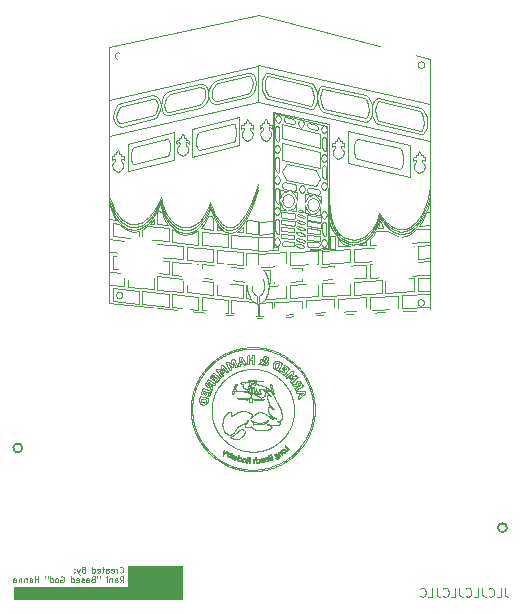
<source format=gbo>
G04 #@! TF.GenerationSoftware,KiCad,Pcbnew,(5.1.9)-1*
G04 #@! TF.CreationDate,2021-04-18T01:47:18-07:00*
G04 #@! TF.ProjectId,UAS_Teensy,5541535f-5465-4656-9e73-792e6b696361,rev?*
G04 #@! TF.SameCoordinates,Original*
G04 #@! TF.FileFunction,Legend,Bot*
G04 #@! TF.FilePolarity,Positive*
%FSLAX46Y46*%
G04 Gerber Fmt 4.6, Leading zero omitted, Abs format (unit mm)*
G04 Created by KiCad (PCBNEW (5.1.9)-1) date 2021-04-18 01:47:18*
%MOMM*%
%LPD*%
G01*
G04 APERTURE LIST*
%ADD10C,0.022500*%
%ADD11C,0.100000*%
%ADD12C,0.075000*%
%ADD13C,0.125000*%
%ADD14C,0.027343*%
%ADD15C,0.152400*%
%ADD16C,1.900000*%
%ADD17C,3.940000*%
%ADD18C,2.000000*%
G04 APERTURE END LIST*
D10*
X99456644Y-90709626D02*
X99467585Y-90723241D01*
X98746338Y-89465287D02*
X98757968Y-89494605D01*
X99467585Y-90723241D02*
X99478633Y-90736773D01*
X99393069Y-90626139D02*
X99408790Y-90647195D01*
X99445819Y-90695920D02*
X99456644Y-90709626D01*
X99198351Y-90345561D02*
X99212365Y-90367775D01*
X98884555Y-89783209D02*
X98901740Y-89817784D01*
X98734824Y-89435925D02*
X98746338Y-89465287D01*
X98712068Y-89377101D02*
X98723406Y-89406526D01*
X98769730Y-89523868D02*
X98781644Y-89553067D01*
X99435120Y-90682116D02*
X99445819Y-90695920D01*
X99424555Y-90668209D02*
X99435120Y-90682116D01*
X99361806Y-90583878D02*
X99377403Y-90605036D01*
X99270365Y-90455396D02*
X99285287Y-90477026D01*
X99212365Y-90367775D02*
X99226586Y-90389859D01*
X99124840Y-90223933D02*
X99144603Y-90257116D01*
X98818472Y-89640183D02*
X98831170Y-89669030D01*
X99255599Y-90433662D02*
X99270365Y-90455396D01*
X98844110Y-89697766D02*
X98857309Y-89726381D01*
X99241002Y-90411819D02*
X99255599Y-90433662D01*
X99164511Y-90290208D02*
X99184555Y-90323209D01*
X98936835Y-89886575D02*
X98954731Y-89920796D01*
X98919169Y-89852239D02*
X98936835Y-89886575D01*
X98781644Y-89553067D02*
X98793727Y-89582192D01*
X99408790Y-90647195D02*
X99424555Y-90668209D01*
X99377403Y-90605036D02*
X99393069Y-90626139D01*
X99315551Y-90520007D02*
X99330867Y-90541370D01*
X99226586Y-90389859D02*
X99241002Y-90411819D01*
X98857309Y-89726381D02*
X98870784Y-89754865D01*
X98991180Y-89988899D02*
X99009718Y-90022785D01*
X99346290Y-90562658D02*
X99361806Y-90583878D01*
X99300353Y-90498561D02*
X99315551Y-90520007D01*
X99330867Y-90541370D02*
X99346290Y-90562658D01*
X99184555Y-90323209D02*
X99198351Y-90345561D01*
X99105228Y-90190656D02*
X99124840Y-90223933D01*
X99028454Y-90056565D02*
X99047381Y-90090239D01*
X98901740Y-89817784D02*
X98919169Y-89852239D01*
X99285287Y-90477026D02*
X99300353Y-90498561D01*
X99144603Y-90257116D02*
X99164511Y-90290208D01*
X98870784Y-89754865D02*
X98884555Y-89783209D01*
X99066491Y-90123811D02*
X99085775Y-90157283D01*
X98793727Y-89582192D02*
X98805997Y-89611234D01*
X99047381Y-90090239D02*
X99066491Y-90123811D01*
X99085775Y-90157283D02*
X99105228Y-90190656D01*
X98972849Y-89954903D02*
X98991180Y-89988899D01*
X98954731Y-89920796D02*
X98972849Y-89954903D01*
X98831170Y-89669030D02*
X98844110Y-89697766D01*
X98757968Y-89494605D02*
X98769730Y-89523868D01*
X98723406Y-89406526D02*
X98734824Y-89435925D01*
X99009718Y-90022785D02*
X99028454Y-90056565D01*
X98805997Y-89611234D02*
X98818472Y-89640183D01*
X98393304Y-87901846D02*
X98394148Y-87915924D01*
X98474541Y-88522316D02*
X98480989Y-88560154D01*
X98445120Y-88332651D02*
X98450674Y-88370639D01*
X98396111Y-87944060D02*
X98397241Y-87958115D01*
X98419165Y-88142445D02*
X98424159Y-88180513D01*
X98404555Y-88028209D02*
X98409376Y-88066291D01*
X98503525Y-88681214D02*
X98508351Y-88703897D01*
X98456379Y-88408602D02*
X98462249Y-88446538D01*
X98578193Y-88973403D02*
X98584555Y-88995709D01*
X98608405Y-89077103D02*
X98614565Y-89097397D01*
X98439706Y-88294642D02*
X98445120Y-88332651D01*
X98674762Y-89278478D02*
X98682085Y-89298372D01*
X98640166Y-89178274D02*
X98646835Y-89198404D01*
X98518610Y-88749136D02*
X98524015Y-88771697D01*
X98627161Y-89137902D02*
X98633610Y-89158106D01*
X98614565Y-89097397D02*
X98620815Y-89117665D01*
X98584555Y-88995709D02*
X98590411Y-89016085D01*
X98571860Y-88951081D02*
X98578193Y-88973403D01*
X98468299Y-88484444D02*
X98474541Y-88522316D01*
X98547111Y-88861602D02*
X98553181Y-88884005D01*
X98541145Y-88839171D02*
X98547111Y-88861602D01*
X98398476Y-87972159D02*
X98399820Y-87986192D01*
X98434417Y-88256614D02*
X98439706Y-88294642D01*
X98529582Y-88794221D02*
X98535297Y-88816712D01*
X98513384Y-88726537D02*
X98518610Y-88749136D01*
X98391273Y-87859582D02*
X98391872Y-87873673D01*
X98450674Y-88370639D02*
X98456379Y-88408602D01*
X98498921Y-88658486D02*
X98503525Y-88681214D01*
X98487656Y-88597952D02*
X98494555Y-88635709D01*
X98480989Y-88560154D02*
X98487656Y-88597952D01*
X98414242Y-88104371D02*
X98419165Y-88142445D01*
X98394148Y-87915924D02*
X98395082Y-87929996D01*
X98620815Y-89117665D02*
X98627161Y-89137902D01*
X98602330Y-89056784D02*
X98608405Y-89077103D01*
X98590411Y-89016085D02*
X98596334Y-89036444D01*
X98565570Y-88928743D02*
X98571860Y-88951081D01*
X98462249Y-88446538D02*
X98468299Y-88484444D01*
X98401278Y-88000212D02*
X98402855Y-88014219D01*
X98402855Y-88014219D02*
X98404555Y-88028209D01*
X98399820Y-87986192D02*
X98401278Y-88000212D01*
X98397241Y-87958115D02*
X98398476Y-87972159D01*
X98395082Y-87929996D02*
X98396111Y-87944060D01*
X98429239Y-88218570D02*
X98434417Y-88256614D01*
X98596334Y-89036444D02*
X98602330Y-89056784D01*
X98535297Y-88816712D02*
X98541145Y-88839171D01*
X98409376Y-88066291D02*
X98414242Y-88104371D01*
X98494555Y-88635709D02*
X98498921Y-88658486D01*
X98390288Y-87831394D02*
X98390747Y-87845488D01*
X98391872Y-87873673D02*
X98392547Y-87887762D01*
X98700790Y-89347659D02*
X98712068Y-89377101D01*
X98633610Y-89158106D02*
X98640166Y-89178274D01*
X98660538Y-89238535D02*
X98667582Y-89258532D01*
X98689555Y-89318209D02*
X98700790Y-89347659D01*
X98667582Y-89258532D02*
X98674762Y-89278478D01*
X98553181Y-88884005D02*
X98559339Y-88906385D01*
X98524015Y-88771697D02*
X98529582Y-88794221D01*
X98653624Y-89218492D02*
X98660538Y-89238535D01*
X98390747Y-87845488D02*
X98391273Y-87859582D01*
X98682085Y-89298372D02*
X98689555Y-89318209D01*
X98392547Y-87887762D02*
X98393304Y-87901846D01*
X98424159Y-88180513D02*
X98429239Y-88218570D01*
X98646835Y-89198404D02*
X98653624Y-89218492D01*
X98559339Y-88906385D02*
X98565570Y-88928743D01*
X98508351Y-88703897D02*
X98513384Y-88726537D01*
X98444456Y-86787292D02*
X98442055Y-86805709D01*
X98385150Y-87517189D02*
X98385145Y-87545790D01*
X98386292Y-87431416D02*
X98385703Y-87460001D01*
X98475510Y-86604138D02*
X98471925Y-86622374D01*
X98388198Y-87374269D02*
X98387117Y-87402838D01*
X98482924Y-86567718D02*
X98479179Y-86585920D01*
X98468428Y-86640626D02*
X98465028Y-86658896D01*
X98410884Y-87075270D02*
X98407547Y-87109026D01*
X98471925Y-86622374D02*
X98468428Y-86640626D01*
X98565003Y-86219977D02*
X98558858Y-86242341D01*
X98479179Y-86585920D02*
X98475510Y-86604138D01*
X98437841Y-86839359D02*
X98433692Y-86873020D01*
X98447003Y-86768894D02*
X98444456Y-86787292D01*
X98494555Y-86513209D02*
X98490619Y-86531363D01*
X98404377Y-87142795D02*
X98401386Y-87176579D01*
X98519797Y-86399977D02*
X98514636Y-86422603D01*
X98530372Y-86354785D02*
X98525038Y-86377370D01*
X98525038Y-86377370D02*
X98519797Y-86399977D01*
X98389893Y-87817301D02*
X98390288Y-87831394D01*
X98385575Y-87603000D02*
X98385970Y-87631608D01*
X98388915Y-87774620D02*
X98389555Y-87803209D01*
X98388265Y-87746024D02*
X98388915Y-87774620D01*
X98387624Y-87717424D02*
X98388265Y-87746024D01*
X98386456Y-87660215D02*
X98387015Y-87688820D01*
X98385970Y-87631608D02*
X98386456Y-87660215D01*
X98385293Y-87574394D02*
X98385575Y-87603000D01*
X98391463Y-87311855D02*
X98389555Y-87345709D01*
X98509544Y-86445244D02*
X98504508Y-86467894D01*
X98401386Y-87176579D02*
X98398586Y-87210376D01*
X98385145Y-87545790D02*
X98385293Y-87574394D01*
X98421766Y-86974085D02*
X98418005Y-87007800D01*
X98385703Y-87460001D02*
X98385329Y-87488592D01*
X98490619Y-86531363D02*
X98486740Y-86549532D01*
X98552878Y-86264752D02*
X98547052Y-86287206D01*
X98504508Y-86467894D02*
X98499516Y-86490551D01*
X98385329Y-87488592D02*
X98385150Y-87517189D01*
X98387117Y-87402838D02*
X98386292Y-87431416D01*
X98398586Y-87210376D02*
X98395991Y-87244188D01*
X98465028Y-86658896D02*
X98461730Y-86677184D01*
X98452516Y-86732154D02*
X98449692Y-86750514D01*
X98389555Y-87345709D02*
X98388198Y-87374269D01*
X98429622Y-86906695D02*
X98425642Y-86940384D01*
X98393612Y-87278014D02*
X98391463Y-87311855D01*
X98418005Y-87007800D02*
X98414374Y-87041528D01*
X98499516Y-86490551D02*
X98494555Y-86513209D01*
X98425642Y-86940384D02*
X98421766Y-86974085D01*
X98449692Y-86750514D02*
X98447003Y-86768894D01*
X98541367Y-86309699D02*
X98535811Y-86332226D01*
X98514636Y-86422603D02*
X98509544Y-86445244D01*
X98395991Y-87244188D02*
X98393612Y-87278014D01*
X98535811Y-86332226D02*
X98530372Y-86354785D01*
X98433692Y-86873020D02*
X98429622Y-86906695D01*
X98461730Y-86677184D02*
X98458541Y-86695489D01*
X98571327Y-86197665D02*
X98565003Y-86219977D01*
X98407547Y-87109026D02*
X98404377Y-87142795D01*
X98458541Y-86695489D02*
X98455468Y-86713812D01*
X98414374Y-87041528D02*
X98410884Y-87075270D01*
X98455468Y-86713812D02*
X98452516Y-86732154D01*
X98486740Y-86549532D02*
X98482924Y-86567718D01*
X98558858Y-86242341D02*
X98552878Y-86264752D01*
X98442055Y-86805709D02*
X98437841Y-86839359D01*
X98547052Y-86287206D02*
X98541367Y-86309699D01*
X98389555Y-87803209D02*
X98389893Y-87817301D01*
X98387015Y-87688820D02*
X98387624Y-87717424D01*
X99014695Y-85110860D02*
X99002312Y-85133730D01*
X99066137Y-85020479D02*
X99052958Y-85042889D01*
X98954206Y-85226008D02*
X98942456Y-85249226D01*
X99491964Y-84391261D02*
X99480409Y-84405931D01*
X99402088Y-84512435D02*
X99379701Y-84544221D01*
X99563269Y-84304788D02*
X99551193Y-84319043D01*
X99120461Y-84932095D02*
X99099907Y-84965090D01*
X99435441Y-84465545D02*
X99424555Y-84480709D01*
X99457657Y-84435540D02*
X99446478Y-84450490D01*
X98861570Y-85413163D02*
X98839260Y-85461056D01*
X98648099Y-85954533D02*
X98631652Y-86004374D01*
X98737017Y-85705581D02*
X98718263Y-85755192D01*
X98839260Y-85461056D02*
X98817602Y-85509345D01*
X98919173Y-85295772D02*
X98907610Y-85319078D01*
X98966051Y-85202839D02*
X98954206Y-85226008D01*
X99002312Y-85133730D02*
X98990087Y-85156690D01*
X99052958Y-85042889D02*
X99040002Y-85065429D01*
X99269267Y-84704235D02*
X99247542Y-84736485D01*
X99357402Y-84576074D02*
X99335201Y-84607997D01*
X99379701Y-84544221D02*
X99357402Y-84576074D01*
X99247542Y-84736485D02*
X99225958Y-84768828D01*
X99141208Y-84899220D02*
X99120461Y-84932095D01*
X99162140Y-84866460D02*
X99141208Y-84899220D01*
X99204524Y-84801269D02*
X99183248Y-84833811D01*
X99225958Y-84768828D02*
X99204524Y-84801269D01*
X99313105Y-84639996D02*
X99291124Y-84672073D01*
X99503628Y-84376674D02*
X99491964Y-84391261D01*
X98942456Y-85249226D02*
X98930783Y-85272484D01*
X99515391Y-84362164D02*
X99503628Y-84376674D01*
X99468970Y-84420689D02*
X99457657Y-84435540D01*
X99587583Y-84276421D02*
X99575402Y-84290582D01*
X98577840Y-86175407D02*
X98571327Y-86197665D01*
X99335201Y-84607997D02*
X99313105Y-84639996D01*
X99446478Y-84450490D02*
X99435441Y-84465545D01*
X98682258Y-85854771D02*
X98664960Y-85904651D01*
X99539182Y-84333354D02*
X99527246Y-84347726D01*
X98584555Y-86153209D02*
X98577840Y-86175407D01*
X99424555Y-84480709D02*
X99402088Y-84512435D01*
X98978006Y-85179729D02*
X98966051Y-85202839D01*
X98817602Y-85509345D02*
X98796573Y-85557985D01*
X98884555Y-85365709D02*
X98861570Y-85413163D01*
X98599904Y-86103756D02*
X98584555Y-86153209D01*
X99183248Y-84833811D02*
X99162140Y-84866460D01*
X98631652Y-86004374D02*
X98615595Y-86054129D01*
X98907610Y-85319078D02*
X98896076Y-85342394D01*
X99099907Y-84965090D02*
X99079555Y-84998209D01*
X99291124Y-84672073D02*
X99269267Y-84704235D01*
X98990087Y-85156690D02*
X98978006Y-85179729D01*
X99551193Y-84319043D02*
X99539182Y-84333354D01*
X98776148Y-85606934D02*
X98756304Y-85656147D01*
X98700018Y-85804937D02*
X98682258Y-85854771D01*
X98756304Y-85656147D02*
X98737017Y-85705581D01*
X98896076Y-85342394D02*
X98884555Y-85365709D01*
X99480409Y-84405931D02*
X99468970Y-84420689D01*
X98615595Y-86054129D02*
X98599904Y-86103756D01*
X99027253Y-85088089D02*
X99014695Y-85110860D01*
X98796573Y-85557985D02*
X98776148Y-85606934D01*
X98930783Y-85272484D02*
X98919173Y-85295772D01*
X99575402Y-84290582D02*
X99563269Y-84304788D01*
X99040002Y-85065429D02*
X99027253Y-85088089D01*
X98664960Y-85904651D02*
X98648099Y-85954533D01*
X99079555Y-84998209D02*
X99066137Y-85020479D01*
X99527246Y-84347726D02*
X99515391Y-84362164D01*
X98718263Y-85755192D02*
X98700018Y-85804937D01*
X100053461Y-83794662D02*
X100024611Y-83821212D01*
X100855265Y-83188112D02*
X100789664Y-83228718D01*
X101669462Y-82789382D02*
X101650088Y-82796970D01*
X99995885Y-83847896D02*
X99967276Y-83874701D01*
X99677555Y-84173222D02*
X99661138Y-84191941D01*
X99829053Y-84008242D02*
X99811733Y-84026099D01*
X100229689Y-83638923D02*
X100199901Y-83664390D01*
X100660500Y-83312889D02*
X100596994Y-83356407D01*
X100111572Y-83742018D02*
X100082445Y-83768259D01*
X100140851Y-83715950D02*
X100111572Y-83742018D01*
X101457945Y-82876829D02*
X101438875Y-82885155D01*
X101630745Y-82804637D02*
X101611433Y-82812383D01*
X99599804Y-84262298D02*
X99587583Y-84276421D01*
X99612055Y-84248209D02*
X99599804Y-84262298D01*
X99628402Y-84229449D02*
X99612055Y-84248209D01*
X99644758Y-84210688D02*
X99628402Y-84229449D01*
X99661138Y-84191941D02*
X99644758Y-84210688D01*
X99694020Y-84154544D02*
X99677555Y-84173222D01*
X99710548Y-84135921D02*
X99694020Y-84154544D01*
X99727150Y-84117366D02*
X99710548Y-84135921D01*
X99743840Y-84098894D02*
X99727150Y-84117366D01*
X99760630Y-84080517D02*
X99743840Y-84098894D01*
X101553671Y-82836060D02*
X101534473Y-82844090D01*
X99777534Y-84062250D02*
X99760630Y-84080517D01*
X101515302Y-82852184D02*
X101496158Y-82860341D01*
X99967276Y-83874701D02*
X99938774Y-83901614D01*
X100472277Y-83446185D02*
X100411121Y-83492397D01*
X101400805Y-82901959D02*
X101330861Y-82933742D01*
X101419829Y-82893533D02*
X101400805Y-82901959D01*
X101611433Y-82812383D02*
X101592150Y-82820204D01*
X99794564Y-84044106D02*
X99777534Y-84062250D01*
X99811733Y-84026099D02*
X99794564Y-84044106D01*
X99864202Y-83973034D02*
X99846539Y-83990549D01*
X100724733Y-83270318D02*
X100660500Y-83312889D01*
X100024611Y-83821212D02*
X99995885Y-83847896D01*
X100411121Y-83492397D02*
X100350805Y-83539459D01*
X101496158Y-82860341D02*
X101477039Y-82868557D01*
X101192333Y-83000844D02*
X101123806Y-83036116D01*
X100289836Y-83588685D02*
X100259664Y-83613684D01*
X99846539Y-83990549D02*
X99829053Y-84008242D01*
X99882055Y-83955709D02*
X99864202Y-83973034D01*
X99910370Y-83928621D02*
X99882055Y-83955709D01*
X99938774Y-83901614D02*
X99910370Y-83928621D01*
X100259664Y-83613684D02*
X100229689Y-83638923D01*
X100320214Y-83563939D02*
X100289836Y-83588685D01*
X100596994Y-83356407D02*
X100534244Y-83400847D01*
X100082445Y-83768259D02*
X100053461Y-83794662D01*
X101438875Y-82885155D02*
X101419829Y-82893533D01*
X100170291Y-83690070D02*
X100140851Y-83715950D01*
X100350805Y-83539459D02*
X100320214Y-83563939D01*
X101477039Y-82868557D02*
X101457945Y-82876829D01*
X101592150Y-82820204D02*
X101572896Y-82828097D01*
X100199901Y-83664390D02*
X100170291Y-83690070D01*
X100534244Y-83400847D02*
X100472277Y-83446185D01*
X101055807Y-83072503D02*
X100988365Y-83109980D01*
X100921508Y-83148525D02*
X100855265Y-83188112D01*
X101261361Y-82966711D02*
X101192333Y-83000844D01*
X101330861Y-82933742D02*
X101261361Y-82966711D01*
X101650088Y-82796970D02*
X101630745Y-82804637D01*
X100789664Y-83228718D02*
X100724733Y-83270318D01*
X100988365Y-83109980D02*
X100921508Y-83148525D01*
X101534473Y-82844090D02*
X101515302Y-82852184D01*
X101123806Y-83036116D02*
X101055807Y-83072503D01*
X101572896Y-82828097D02*
X101553671Y-82836060D01*
X104034704Y-82348277D02*
X103989208Y-82343757D01*
X104213306Y-82368919D02*
X104169093Y-82363340D01*
X102389754Y-82446666D02*
X102372699Y-82450678D01*
X103687280Y-82323554D02*
X103601665Y-82321416D01*
X101857494Y-82722122D02*
X101840814Y-82727646D01*
X102578305Y-82406959D02*
X102561071Y-82410084D01*
X101774313Y-82750377D02*
X101757758Y-82756254D01*
X104344682Y-82387570D02*
X104301066Y-82381017D01*
X102406820Y-82442694D02*
X102389754Y-82446666D01*
X103087573Y-82339757D02*
X103002154Y-82347735D01*
X102440987Y-82434902D02*
X102423897Y-82438770D01*
X102355652Y-82454721D02*
X102338614Y-82458788D01*
X101790899Y-82744585D02*
X101774313Y-82750377D01*
X101924351Y-82700455D02*
X101907623Y-82705821D01*
X101957821Y-82689781D02*
X101941085Y-82695110D01*
X102492344Y-82423717D02*
X102475209Y-82427367D01*
X102509497Y-82420155D02*
X102492344Y-82423717D01*
X103002154Y-82347735D02*
X102916904Y-82357042D01*
X103772782Y-82327254D02*
X103687280Y-82323554D01*
X103430236Y-82321710D02*
X103344493Y-82324083D01*
X103989208Y-82343757D02*
X103943305Y-82339459D01*
X104388168Y-82394483D02*
X104344682Y-82387570D01*
X104169093Y-82363340D02*
X104124611Y-82358051D01*
X104518196Y-82417547D02*
X104474890Y-82409454D01*
X104561510Y-82426067D02*
X104518196Y-82417547D01*
X104431560Y-82401772D02*
X104388168Y-82394483D01*
X101907623Y-82705821D02*
X101890901Y-82711216D01*
X103601665Y-82321416D02*
X103515972Y-82320811D01*
X102831859Y-82367646D02*
X102747054Y-82379520D01*
X102338614Y-82458788D02*
X102321582Y-82462870D01*
X101688868Y-82781878D02*
X101669462Y-82789382D01*
X101708305Y-82774459D02*
X101688868Y-82781878D01*
X101741236Y-82762222D02*
X101724751Y-82768288D01*
X101757758Y-82756254D02*
X101741236Y-82762222D01*
X101807513Y-82738870D02*
X101790899Y-82744585D01*
X101824153Y-82733226D02*
X101807513Y-82738870D01*
X101840814Y-82727646D02*
X101824153Y-82733226D01*
X101874191Y-82716648D02*
X101857494Y-82722122D01*
X103858136Y-82332546D02*
X103772782Y-82327254D01*
X102916904Y-82357042D02*
X102831859Y-82367646D01*
X103173126Y-82333136D02*
X103087573Y-82339757D01*
X102662525Y-82392635D02*
X102578305Y-82406959D01*
X104474890Y-82409454D02*
X104431560Y-82401772D01*
X101890901Y-82711216D02*
X101874191Y-82716648D01*
X103344493Y-82324083D02*
X103258778Y-82327902D01*
X104301066Y-82381017D02*
X104257286Y-82374805D01*
X101941085Y-82695110D02*
X101924351Y-82700455D01*
X102475209Y-82427367D02*
X102458090Y-82431098D01*
X103943305Y-82339459D02*
X103858136Y-82332546D01*
X102321582Y-82462870D02*
X102304555Y-82466959D01*
X102747054Y-82379520D02*
X102662525Y-82392635D01*
X102543859Y-82413331D02*
X102526668Y-82416690D01*
X103258778Y-82327902D02*
X103173126Y-82333136D01*
X102372699Y-82450678D02*
X102355652Y-82454721D01*
X102526668Y-82416690D02*
X102509497Y-82420155D01*
X104079827Y-82353036D02*
X104034704Y-82348277D01*
X102561071Y-82410084D02*
X102543859Y-82413331D01*
X103515972Y-82320811D02*
X103430236Y-82321710D01*
X102423897Y-82438770D02*
X102406820Y-82442694D01*
X104124611Y-82358051D02*
X104079827Y-82353036D01*
X102458090Y-82431098D02*
X102440987Y-82434902D01*
X104257286Y-82374805D02*
X104213306Y-82368919D01*
X101724751Y-82768288D02*
X101708305Y-82774459D01*
X101974555Y-82684459D02*
X101957821Y-82689781D01*
X107181846Y-83812862D02*
X107085780Y-83722075D01*
X105470430Y-82697782D02*
X105408864Y-82673713D01*
X107539057Y-84194534D02*
X107526242Y-84179263D01*
X107513354Y-84164052D02*
X107500394Y-84148901D01*
X105284849Y-82627831D02*
X105222410Y-82606025D01*
X106011163Y-82950006D02*
X105893497Y-82888296D01*
X107623782Y-84298455D02*
X107608225Y-84279184D01*
X107760263Y-84474636D02*
X107745593Y-84454699D01*
X107421182Y-84059262D02*
X107407746Y-84044533D01*
X107564464Y-84225258D02*
X107551798Y-84209866D01*
X106886999Y-83547212D02*
X106784392Y-83463310D01*
X107577055Y-84240709D02*
X107564464Y-84225258D01*
X104604869Y-82435032D02*
X104561510Y-82426067D01*
X104648305Y-82444459D02*
X104604869Y-82435032D01*
X104713120Y-82459286D02*
X104648305Y-82444459D01*
X104777688Y-82474901D02*
X104713120Y-82459286D01*
X104842007Y-82491303D02*
X104777688Y-82474901D01*
X104906071Y-82508488D02*
X104842007Y-82491303D01*
X104969875Y-82526451D02*
X104906071Y-82508488D01*
X106573017Y-83302999D02*
X106464356Y-83226766D01*
X105033416Y-82545190D02*
X104969875Y-82526451D01*
X105096689Y-82564701D02*
X105033416Y-82545190D01*
X105222410Y-82606025D02*
X105159688Y-82584981D01*
X105347002Y-82650395D02*
X105284849Y-82627831D01*
X105531695Y-82722599D02*
X105470430Y-82697782D01*
X106353786Y-83153262D02*
X106241361Y-83082577D01*
X105592655Y-82748159D02*
X105531695Y-82722599D01*
X107715792Y-84415154D02*
X107700691Y-84395527D01*
X107500394Y-84148901D02*
X107487364Y-84133811D01*
X106241361Y-83082577D02*
X106127135Y-83014795D01*
X106784392Y-83463310D02*
X106679714Y-83381876D01*
X106464356Y-83226766D02*
X106353786Y-83153262D01*
X107447857Y-84088900D02*
X107434552Y-84074051D01*
X107774759Y-84494695D02*
X107760263Y-84474636D01*
X105774193Y-82829751D02*
X105653305Y-82774459D01*
X107367055Y-84000709D02*
X107275622Y-83905769D01*
X107700691Y-84395527D02*
X107685476Y-84375984D01*
X107526242Y-84179263D02*
X107513354Y-84164052D01*
X107654766Y-84337111D02*
X107639301Y-84317760D01*
X105408864Y-82673713D02*
X105347002Y-82650395D01*
X107275622Y-83905769D02*
X107181846Y-83812862D01*
X107380682Y-84015257D02*
X107367055Y-84000709D01*
X107394245Y-84029865D02*
X107380682Y-84015257D01*
X107639301Y-84317760D02*
X107623782Y-84298455D01*
X107670163Y-84356515D02*
X107654766Y-84337111D01*
X107745593Y-84454699D02*
X107730764Y-84434875D01*
X105893497Y-82888296D02*
X105774193Y-82829751D01*
X107085780Y-83722075D02*
X106987480Y-83633496D01*
X107434552Y-84074051D02*
X107421182Y-84059262D01*
X107474264Y-84118780D02*
X107461094Y-84103810D01*
X107685476Y-84375984D02*
X107670163Y-84356515D01*
X105653305Y-82774459D02*
X105592655Y-82748159D01*
X106127135Y-83014795D02*
X106011163Y-82950006D01*
X107407746Y-84044533D02*
X107394245Y-84029865D01*
X106679714Y-83381876D02*
X106573017Y-83302999D01*
X107551798Y-84209866D02*
X107539057Y-84194534D01*
X106987480Y-83633496D02*
X106886999Y-83547212D01*
X107461094Y-84103810D02*
X107447857Y-84088900D01*
X107592644Y-84259939D02*
X107577055Y-84240709D01*
X107730764Y-84434875D02*
X107715792Y-84415154D01*
X107789067Y-84514888D02*
X107774759Y-84494695D01*
X107487364Y-84133811D02*
X107474264Y-84118780D01*
X107608225Y-84279184D02*
X107592644Y-84259939D01*
X105159688Y-82584981D02*
X105096689Y-82564701D01*
X107803171Y-84535223D02*
X107789067Y-84514888D01*
X108230673Y-85248854D02*
X108220325Y-85227768D01*
X108694723Y-86694767D02*
X108676694Y-86595703D01*
X107817055Y-84555709D02*
X107803171Y-84535223D01*
X108032700Y-84895020D02*
X108011848Y-84860638D01*
X108764099Y-87885836D02*
X108770152Y-87773920D01*
X108199163Y-85185840D02*
X108188320Y-85165016D01*
X108398935Y-85627339D02*
X108360328Y-85533653D01*
X108711177Y-86794067D02*
X108694723Y-86694767D01*
X108679537Y-88552250D02*
X108699044Y-88442149D01*
X108739555Y-86993209D02*
X108726105Y-86893562D01*
X108657041Y-86496919D02*
X108635714Y-86398455D01*
X107839339Y-84589167D02*
X107817055Y-84555709D01*
X107861462Y-84622735D02*
X107839339Y-84589167D01*
X107883423Y-84656411D02*
X107861462Y-84622735D01*
X107905225Y-84690194D02*
X107883423Y-84656411D01*
X107926866Y-84724081D02*
X107905225Y-84690194D01*
X107948349Y-84758071D02*
X107926866Y-84724081D01*
X108773203Y-87438170D02*
X108768964Y-87326494D01*
X107969673Y-84792161D02*
X107948349Y-84758071D01*
X108561198Y-86105409D02*
X108532684Y-86008649D01*
X108768964Y-87326494D02*
X108761988Y-87215061D01*
X108699044Y-88442149D02*
X108716474Y-88331564D01*
X107990839Y-84826351D02*
X107969673Y-84792161D01*
X108502250Y-85912420D02*
X108469846Y-85816764D01*
X108166031Y-85123692D02*
X108154555Y-85103209D01*
X108309876Y-85419314D02*
X108300183Y-85397917D01*
X108319555Y-85440709D02*
X108309876Y-85419314D01*
X108731760Y-88220568D02*
X108744837Y-88109232D01*
X108635714Y-86398455D02*
X108612664Y-86300354D01*
X108011848Y-84860638D02*
X107990839Y-84826351D01*
X108053396Y-84929496D02*
X108032700Y-84895020D01*
X108073937Y-84964063D02*
X108053396Y-84929496D01*
X108209827Y-85206760D02*
X108199163Y-85185840D01*
X108094322Y-84998720D02*
X108073937Y-84964063D01*
X108154555Y-85103209D02*
X108134631Y-85068295D01*
X108469846Y-85816764D02*
X108435424Y-85721723D01*
X108280695Y-85355155D02*
X108270869Y-85333809D01*
X108114554Y-85033464D02*
X108094322Y-84998720D01*
X108134631Y-85068295D02*
X108114554Y-85033464D01*
X108716474Y-88331564D02*
X108731760Y-88220568D01*
X108755639Y-87997631D02*
X108764099Y-87885836D01*
X108177280Y-85144297D02*
X108166031Y-85123692D01*
X108188320Y-85165016D02*
X108177280Y-85144297D01*
X108220325Y-85227768D02*
X108209827Y-85206760D01*
X108240887Y-85270010D02*
X108230673Y-85248854D01*
X108360328Y-85533653D02*
X108319555Y-85440709D01*
X108435424Y-85721723D02*
X108398935Y-85627339D01*
X108761988Y-87215061D02*
X108752207Y-87103942D01*
X108612664Y-86300354D02*
X108587842Y-86202658D01*
X108744837Y-88109232D02*
X108755639Y-87997631D01*
X108773731Y-87661955D02*
X108774770Y-87550014D01*
X108250981Y-85291227D02*
X108240887Y-85270010D01*
X108260970Y-85312496D02*
X108250981Y-85291227D01*
X108290461Y-85376528D02*
X108280695Y-85355155D01*
X108774770Y-87550014D02*
X108773203Y-87438170D01*
X108770152Y-87773920D02*
X108773731Y-87661955D01*
X108300183Y-85397917D02*
X108290461Y-85376528D01*
X108676694Y-86595703D02*
X108657041Y-86496919D01*
X108532684Y-86008649D02*
X108502250Y-85912420D01*
X108726105Y-86893562D02*
X108711177Y-86794067D01*
X108752207Y-87103942D02*
X108739555Y-86993209D01*
X108270869Y-85333809D02*
X108260970Y-85312496D01*
X108587842Y-86202658D02*
X108561198Y-86105409D01*
X107509589Y-90984760D02*
X107556135Y-90930081D01*
X108576223Y-88984207D02*
X108580786Y-88969069D01*
X108561419Y-89034511D02*
X108567055Y-89014459D01*
X108294768Y-89763716D02*
X108332750Y-89678720D01*
X108483232Y-89293853D02*
X108489842Y-89274097D01*
X108035644Y-90258485D02*
X108082516Y-90178069D01*
X108469555Y-89333209D02*
X108476473Y-89313559D01*
X108404191Y-89506975D02*
X108437636Y-89420322D01*
X107217513Y-91299091D02*
X107267703Y-91248243D01*
X108619647Y-88832156D02*
X108623555Y-88816838D01*
X107647373Y-90818584D02*
X107692060Y-90761729D01*
X108611522Y-88862718D02*
X108615633Y-88847449D01*
X108598698Y-88908397D02*
X108603046Y-88893190D01*
X108580786Y-88969069D02*
X108585325Y-88953921D01*
X108555770Y-89054564D02*
X108561419Y-89034511D01*
X108550099Y-89074615D02*
X108555770Y-89054564D01*
X108521037Y-89174690D02*
X108526979Y-89154712D01*
X108496315Y-89254293D02*
X108502660Y-89234446D01*
X108489842Y-89274097D02*
X108496315Y-89254293D01*
X107779555Y-90645709D02*
X107833648Y-90570402D01*
X108526979Y-89154712D02*
X108532845Y-89134712D01*
X108538647Y-89114693D02*
X108544394Y-89094659D01*
X108532845Y-89134712D02*
X108538647Y-89114693D01*
X108508889Y-89214561D02*
X108515011Y-89194641D01*
X108502660Y-89234446D02*
X108508889Y-89214561D01*
X107886310Y-90493978D02*
X107937534Y-90416486D01*
X108255288Y-89848067D02*
X108294768Y-89763716D01*
X108369227Y-89593124D02*
X108404191Y-89506975D01*
X108214316Y-89931724D02*
X108255288Y-89848067D01*
X107937534Y-90416486D02*
X107987315Y-90337973D01*
X107692060Y-90761729D02*
X107736121Y-90704111D01*
X108437636Y-89420322D02*
X108469555Y-89333209D01*
X107833648Y-90570402D02*
X107886310Y-90493978D01*
X107115344Y-91399091D02*
X107166726Y-91349367D01*
X108658019Y-88661794D02*
X108679537Y-88552250D01*
X108127923Y-90096772D02*
X108171858Y-90014642D01*
X108607324Y-88877964D02*
X108611522Y-88862718D01*
X108476473Y-89313559D02*
X108483232Y-89293853D01*
X107414658Y-91092079D02*
X107462429Y-91038754D01*
X108634555Y-88770709D02*
X108658019Y-88661794D01*
X108631018Y-88786116D02*
X108634555Y-88770709D01*
X107462429Y-91038754D02*
X107509589Y-90984760D01*
X108544394Y-89094659D02*
X108550099Y-89074615D01*
X107317292Y-91196805D02*
X107366278Y-91144757D01*
X107366278Y-91144757D02*
X107414658Y-91092079D01*
X108567055Y-89014459D02*
X108571643Y-88999337D01*
X108515011Y-89194641D02*
X108521037Y-89174690D01*
X108603046Y-88893190D02*
X108607324Y-88877964D01*
X108082516Y-90178069D02*
X108127923Y-90096772D01*
X107556135Y-90930081D02*
X107602063Y-90874695D01*
X107166726Y-91349367D02*
X107217513Y-91299091D01*
X108627349Y-88801492D02*
X108631018Y-88786116D01*
X108332750Y-89678720D02*
X108369227Y-89593124D01*
X107267703Y-91248243D02*
X107317292Y-91196805D01*
X108623555Y-88816838D02*
X108627349Y-88801492D01*
X108589829Y-88938760D02*
X108594290Y-88923586D01*
X108615633Y-88847449D02*
X108619647Y-88832156D01*
X107736121Y-90704111D02*
X107779555Y-90645709D01*
X107987315Y-90337973D02*
X108035644Y-90258485D01*
X108585325Y-88953921D02*
X108589829Y-88938760D01*
X108571643Y-88999337D02*
X108576223Y-88984207D01*
X108171858Y-90014642D02*
X108214316Y-89931724D01*
X107602063Y-90874695D02*
X107647373Y-90818584D01*
X108594290Y-88923586D02*
X108598698Y-88908397D01*
X106805297Y-91671873D02*
X106847706Y-91637702D01*
X106718869Y-91739019D02*
X106762335Y-91705645D01*
X106540977Y-91868598D02*
X106585954Y-91836786D01*
X104422217Y-92748789D02*
X104460805Y-92741959D01*
X104306096Y-92767228D02*
X104344859Y-92761409D01*
X103838305Y-92816959D02*
X103877381Y-92813923D01*
X103576885Y-92825847D02*
X103605969Y-92825694D01*
X103547798Y-92825866D02*
X103576885Y-92825847D01*
X103955519Y-92807371D02*
X103994574Y-92803829D01*
X105305459Y-92516577D02*
X105423068Y-92472989D01*
X107063369Y-91448282D02*
X107115344Y-91399091D01*
X106674950Y-91771999D02*
X106718869Y-91739019D01*
X104826180Y-92662464D02*
X104947086Y-92630264D01*
X103635048Y-92825386D02*
X103664120Y-92824899D01*
X106208072Y-92088277D02*
X106313305Y-92021959D01*
X106100871Y-92151757D02*
X106208072Y-92088277D01*
X105991821Y-92212398D02*
X106100871Y-92151757D01*
X103994574Y-92803829D02*
X104033613Y-92800089D01*
X106930663Y-91568147D02*
X106971111Y-91532759D01*
X104704751Y-92691813D02*
X104826180Y-92662464D01*
X103916454Y-92810731D02*
X103955519Y-92807371D01*
X106359044Y-91992038D02*
X106404730Y-91961744D01*
X105067348Y-92595216D02*
X105186846Y-92557320D01*
X104267285Y-92772737D02*
X104306096Y-92767228D01*
X103751276Y-92822140D02*
X103780303Y-92820713D01*
X103693183Y-92824211D02*
X103722236Y-92823299D01*
X104460805Y-92741959D02*
X104582920Y-92718312D01*
X103780303Y-92820713D02*
X103809313Y-92818993D01*
X103605969Y-92825694D02*
X103635048Y-92825386D01*
X103518709Y-92825776D02*
X103547798Y-92825866D01*
X103431451Y-92825068D02*
X103460534Y-92825354D01*
X103460534Y-92825354D02*
X103489620Y-92825597D01*
X107010805Y-91496959D02*
X107063369Y-91448282D01*
X105539551Y-92426556D02*
X105654788Y-92377279D01*
X106404730Y-91961744D02*
X106450315Y-91931074D01*
X104383567Y-92755268D02*
X104422217Y-92748789D01*
X106847706Y-91637702D02*
X106889512Y-91603127D01*
X103877381Y-92813923D02*
X103916454Y-92810731D01*
X106762335Y-91705645D02*
X106805297Y-91671873D01*
X106495747Y-91900027D02*
X106540977Y-91868598D01*
X106450315Y-91931074D02*
X106495747Y-91900027D01*
X104033613Y-92800089D02*
X104072633Y-92796139D01*
X105768659Y-92325160D02*
X105881044Y-92270199D01*
X104582920Y-92718312D02*
X104704751Y-92691813D01*
X103722236Y-92823299D02*
X103751276Y-92822140D01*
X104072633Y-92796139D02*
X104111628Y-92791965D01*
X103489620Y-92825597D02*
X103518709Y-92825776D01*
X104111628Y-92791965D02*
X104150595Y-92787551D01*
X106313305Y-92021959D02*
X106359044Y-91992038D01*
X104189530Y-92782885D02*
X104228428Y-92777951D01*
X105881044Y-92270199D02*
X105991821Y-92212398D01*
X105186846Y-92557320D02*
X105305459Y-92516577D01*
X104344859Y-92761409D02*
X104383567Y-92755268D01*
X104228428Y-92777951D02*
X104267285Y-92772737D01*
X103809313Y-92818993D02*
X103838305Y-92816959D01*
X103664120Y-92824899D02*
X103693183Y-92824211D01*
X104150595Y-92787551D02*
X104189530Y-92782885D01*
X106630628Y-91804587D02*
X106674950Y-91771999D01*
X104947086Y-92630264D02*
X105067348Y-92595216D01*
X105423068Y-92472989D02*
X105539551Y-92426556D01*
X106971111Y-91532759D02*
X107010805Y-91496959D01*
X105654788Y-92377279D02*
X105768659Y-92325160D01*
X106585954Y-91836786D02*
X106630628Y-91804587D01*
X106889512Y-91603127D02*
X106930663Y-91568147D01*
X99812676Y-91294704D02*
X99858343Y-91339868D01*
X102808661Y-92777835D02*
X102832535Y-92780936D01*
X103217068Y-92818741D02*
X103234415Y-92819754D01*
X103047871Y-92804965D02*
X103071835Y-92807247D01*
X101381164Y-92371976D02*
X101523378Y-92433149D01*
X103165059Y-92815210D02*
X103182389Y-92816466D01*
X103338571Y-92823890D02*
X103355938Y-92824229D01*
X103286480Y-92822255D02*
X103303841Y-92822900D01*
X102713305Y-92764459D02*
X102737122Y-92767954D01*
X100244016Y-91679524D02*
X100294464Y-91719208D01*
X101813042Y-92542871D02*
X101960197Y-92591237D01*
X99904621Y-91384440D02*
X99951492Y-91428417D01*
X99767643Y-91248953D02*
X99812676Y-91294704D01*
X103402375Y-92824762D02*
X103431451Y-92825068D01*
X103373305Y-92824459D02*
X103402375Y-92824762D01*
X100345341Y-91758262D02*
X100396629Y-91796680D01*
X103355938Y-92824229D02*
X103373305Y-92824459D01*
X101102710Y-92237461D02*
X101240892Y-92306716D01*
X103321205Y-92823446D02*
X103338571Y-92823890D01*
X102258416Y-92674521D02*
X102409186Y-92709257D01*
X103269121Y-92821514D02*
X103286480Y-92822255D01*
X103095805Y-92809459D02*
X103113107Y-92811000D01*
X103199726Y-92817644D02*
X103217068Y-92818741D01*
X103147734Y-92813878D02*
X103165059Y-92815210D01*
X103130417Y-92812474D02*
X103147734Y-92813878D01*
X102904228Y-92789693D02*
X102928147Y-92792438D01*
X103113107Y-92811000D02*
X103130417Y-92812474D01*
X100833204Y-92087332D02*
X100966765Y-92164303D01*
X100396629Y-91796680D02*
X100448305Y-91834459D01*
X103071835Y-92807247D02*
X103095805Y-92809459D01*
X100095454Y-91556730D02*
X100144491Y-91598280D01*
X102999959Y-92800184D02*
X103023911Y-92802611D01*
X102560864Y-92739267D02*
X102713305Y-92764459D01*
X102409186Y-92709257D02*
X102560864Y-92739267D01*
X101523378Y-92433149D02*
X101667386Y-92490144D01*
X102108704Y-92635150D02*
X102258416Y-92674521D01*
X101960197Y-92591237D02*
X102108704Y-92635150D01*
X100448305Y-91834459D02*
X100573827Y-91922319D01*
X102832535Y-92780936D02*
X102856421Y-92783944D01*
X103023911Y-92802611D02*
X103047871Y-92804965D01*
X102760954Y-92771346D02*
X102784801Y-92774639D01*
X99998934Y-91471794D02*
X100046929Y-91514566D01*
X103251766Y-92820679D02*
X103269121Y-92821514D01*
X100144491Y-91598280D02*
X100194018Y-91639213D01*
X101240892Y-92306716D02*
X101381164Y-92371976D01*
X103182389Y-92816466D02*
X103199726Y-92817644D01*
X100046929Y-91514566D02*
X100095454Y-91556730D01*
X102856421Y-92783944D02*
X102880319Y-92786862D01*
X102928147Y-92792438D02*
X102952076Y-92795100D01*
X103234415Y-92819754D02*
X103251766Y-92820679D01*
X102952076Y-92795100D02*
X102976013Y-92797681D01*
X102880319Y-92786862D02*
X102904228Y-92789693D01*
X101667386Y-92490144D02*
X101813042Y-92542871D01*
X99951492Y-91428417D02*
X99998934Y-91471794D01*
X102737122Y-92767954D02*
X102760954Y-92771346D01*
X100294464Y-91719208D02*
X100345341Y-91758262D01*
X102784801Y-92774639D02*
X102808661Y-92777835D01*
X100966765Y-92164303D02*
X101102710Y-92237461D01*
X100573827Y-91922319D02*
X100702176Y-92006640D01*
X100702176Y-92006640D02*
X100833204Y-92087332D01*
X99858343Y-91339868D02*
X99904621Y-91384440D01*
X100194018Y-91639213D02*
X100244016Y-91679524D01*
X103303841Y-92822900D02*
X103321205Y-92823446D01*
X102976013Y-92797681D02*
X102999959Y-92800184D01*
X99012055Y-90270709D02*
X99024052Y-90291555D01*
X98879412Y-90027079D02*
X98897864Y-90062157D01*
X99231897Y-90607377D02*
X99241831Y-90621479D01*
X99048715Y-90332846D02*
X99061348Y-90353312D01*
X99167425Y-90513955D02*
X99181059Y-90533792D01*
X99126854Y-90454213D02*
X99140306Y-90474174D01*
X99334345Y-90746189D02*
X99344854Y-90759873D01*
X99251851Y-90635522D02*
X99261950Y-90649509D01*
X99531109Y-90986981D02*
X99549339Y-91008363D01*
X98807070Y-89885999D02*
X98824946Y-89921377D01*
X99222055Y-90593209D02*
X99231897Y-90607377D01*
X99723263Y-91202621D02*
X99767643Y-91248953D01*
X99458795Y-90900943D02*
X99476800Y-90922514D01*
X99365934Y-90787189D02*
X99376493Y-90800828D01*
X99679555Y-91155709D02*
X99723263Y-91202621D01*
X99604521Y-91072072D02*
X99623107Y-91093137D01*
X99476800Y-90922514D02*
X99494848Y-90944049D01*
X99440827Y-90879344D02*
X99458795Y-90900943D01*
X99272123Y-90663444D02*
X99282363Y-90677330D01*
X98754210Y-89779490D02*
X98771707Y-89815052D01*
X99422886Y-90857725D02*
X99440827Y-90879344D01*
X99074159Y-90373669D02*
X99087133Y-90393929D01*
X99208391Y-90573410D02*
X99222055Y-90593209D01*
X99387055Y-90814459D02*
X99404965Y-90836094D01*
X99355386Y-90773539D02*
X99365934Y-90787189D01*
X98954183Y-90166867D02*
X98973294Y-90201582D01*
X99241831Y-90621479D02*
X99251851Y-90635522D01*
X99323865Y-90732480D02*
X99334345Y-90746189D01*
X99303018Y-90704977D02*
X99313421Y-90718744D01*
X99292663Y-90691173D02*
X99303018Y-90704977D01*
X99153835Y-90494085D02*
X99167425Y-90513955D01*
X99024052Y-90291555D02*
X99036277Y-90312264D01*
X99261950Y-90649509D02*
X99272123Y-90663444D01*
X99113497Y-90434191D02*
X99126854Y-90454213D01*
X98771707Y-89815052D02*
X98789326Y-89850556D01*
X99100251Y-90414099D02*
X99113497Y-90434191D01*
X98789326Y-89850556D02*
X98807070Y-89885999D01*
X99087133Y-90393929D02*
X99100251Y-90414099D01*
X98897864Y-90062157D02*
X98916473Y-90097150D01*
X99061348Y-90353312D02*
X99074159Y-90373669D01*
X98842958Y-89956685D02*
X98861112Y-89991921D01*
X99036277Y-90312264D02*
X99048715Y-90332846D01*
X99194720Y-90553608D02*
X99208391Y-90573410D01*
X99660616Y-91134964D02*
X99679555Y-91155709D01*
X99404965Y-90836094D02*
X99422886Y-90857725D01*
X99140306Y-90474174D02*
X99153835Y-90494085D01*
X99313421Y-90718744D02*
X99323865Y-90732480D01*
X98916473Y-90097150D02*
X98935244Y-90132055D01*
X98973294Y-90201582D02*
X98992583Y-90236198D01*
X99641803Y-91114104D02*
X99660616Y-91134964D01*
X99623107Y-91093137D02*
X99641803Y-91114104D01*
X99586037Y-91050916D02*
X99604521Y-91072072D01*
X99567645Y-91029677D02*
X99586037Y-91050916D01*
X99549339Y-91008363D02*
X99567645Y-91029677D01*
X99376493Y-90800828D02*
X99387055Y-90814459D01*
X98824946Y-89921377D02*
X98842958Y-89956685D01*
X98935244Y-90132055D02*
X98954183Y-90166867D01*
X98861112Y-89991921D02*
X98879412Y-90027079D01*
X99494848Y-90944049D02*
X99512948Y-90965541D01*
X98992583Y-90236198D02*
X99012055Y-90270709D01*
X99181059Y-90533792D02*
X99194720Y-90553608D01*
X99512948Y-90965541D02*
X99531109Y-90986981D01*
X99344854Y-90759873D02*
X99355386Y-90773539D01*
X99282363Y-90677330D02*
X99292663Y-90691173D01*
X103013451Y-83586765D02*
X103016545Y-83640588D01*
X103203369Y-83746712D02*
X103204555Y-83745709D01*
X103106888Y-83757631D02*
X103116051Y-83757564D01*
X103154327Y-83756048D02*
X103159258Y-83755578D01*
X103052962Y-83756623D02*
X103061064Y-83756958D01*
X103201467Y-83747699D02*
X103203369Y-83746712D01*
X103145027Y-83756744D02*
X103149559Y-83756439D01*
X103133162Y-83757228D02*
X103140805Y-83756959D01*
X103021631Y-83721545D02*
X103023415Y-83744566D01*
X103195815Y-83749608D02*
X103198925Y-83748666D01*
X103192209Y-83750519D02*
X103195815Y-83749608D01*
X103188182Y-83751394D02*
X103192209Y-83750519D01*
X103183806Y-83752227D02*
X103188182Y-83751394D01*
X103164280Y-83755035D02*
X103169318Y-83754422D01*
X103159258Y-83755578D02*
X103164280Y-83755035D01*
X103026125Y-83753945D02*
X103029163Y-83754614D01*
X103174301Y-83753746D02*
X103179155Y-83753013D01*
X103169318Y-83754422D02*
X103174301Y-83753746D01*
X103124860Y-83757430D02*
X103133162Y-83757228D01*
X102993693Y-83206509D02*
X102996610Y-83266429D01*
X103033517Y-83755216D02*
X103039037Y-83755751D01*
X103097521Y-83757630D02*
X103106888Y-83757631D01*
X103088103Y-83757563D02*
X103097521Y-83757630D01*
X103039037Y-83755751D02*
X103045569Y-83756220D01*
X103023415Y-83744566D02*
X103024555Y-83753209D01*
X103140805Y-83756959D02*
X103145027Y-83756744D01*
X103029163Y-83754614D02*
X103033517Y-83755216D01*
X103200491Y-83645224D02*
X103198761Y-83617247D01*
X103069723Y-83757227D02*
X103078787Y-83757428D01*
X103149559Y-83756439D02*
X103154327Y-83756048D01*
X103006678Y-83462707D02*
X103010127Y-83526786D01*
X103205045Y-83741351D02*
X103204957Y-83730872D01*
X103198925Y-83748666D02*
X103201467Y-83747699D01*
X103010127Y-83526786D02*
X103013451Y-83586765D01*
X102999816Y-83330473D02*
X103003206Y-83396584D01*
X103003206Y-83396584D02*
X103006678Y-83462707D01*
X103202059Y-83671449D02*
X103200491Y-83645224D01*
X103179155Y-83753013D02*
X103183806Y-83752227D01*
X103061064Y-83756958D02*
X103069723Y-83757227D01*
X103016545Y-83640588D02*
X103019306Y-83686200D01*
X103198761Y-83617247D02*
X103196952Y-83588390D01*
X103116051Y-83757564D02*
X103124860Y-83757430D01*
X102996610Y-83266429D02*
X102999816Y-83330473D01*
X103203381Y-83695047D02*
X103202059Y-83671449D01*
X103204957Y-83730872D02*
X103204374Y-83715146D01*
X103024555Y-83753209D02*
X103026125Y-83753945D01*
X103204374Y-83715146D02*
X103203381Y-83695047D01*
X103045569Y-83756220D02*
X103052962Y-83756623D01*
X103078787Y-83757428D02*
X103088103Y-83757563D01*
X103019306Y-83686200D02*
X103021631Y-83721545D01*
X103204555Y-83745709D02*
X103205045Y-83741351D01*
X103157275Y-83041137D02*
X103156455Y-83032743D01*
X103165963Y-83181941D02*
X103164556Y-83158125D01*
X103040873Y-83035107D02*
X103026813Y-83036207D01*
X103153450Y-83029125D02*
X103147813Y-83029073D01*
X103199741Y-83291887D02*
X103193304Y-83291464D01*
X103086821Y-83031960D02*
X103071346Y-83032953D01*
X102986978Y-83049177D02*
X102987706Y-83072046D01*
X102994974Y-83039231D02*
X102989371Y-83040044D01*
X103171357Y-83262889D02*
X103170086Y-83246254D01*
X103285985Y-83291297D02*
X103275805Y-83291959D01*
X103182733Y-83290389D02*
X103178856Y-83289738D01*
X103370629Y-83283075D02*
X103358558Y-83284476D01*
X102989137Y-83107262D02*
X102991167Y-83152768D01*
X102987706Y-83072046D02*
X102989137Y-83107262D01*
X102987055Y-83040709D02*
X102986978Y-83049177D01*
X103269163Y-83292293D02*
X103261965Y-83292551D01*
X103003394Y-83038299D02*
X102994974Y-83039231D01*
X103214278Y-83292508D02*
X103206775Y-83292236D01*
X103014164Y-83037281D02*
X103003394Y-83038299D01*
X103174555Y-83288209D02*
X103173613Y-83284594D01*
X103055873Y-83034012D02*
X103040873Y-83035107D01*
X103139363Y-83029272D02*
X103128570Y-83029690D01*
X103101830Y-83031065D02*
X103086821Y-83031960D01*
X103115902Y-83030298D02*
X103101830Y-83031065D01*
X103128570Y-83029690D02*
X103115902Y-83030298D01*
X103160538Y-83089717D02*
X103159337Y-83070351D01*
X103147813Y-83029073D02*
X103139363Y-83029272D01*
X103230177Y-83292826D02*
X103222121Y-83292705D01*
X103261965Y-83292551D02*
X103254340Y-83292734D01*
X103156455Y-83032743D02*
X103155805Y-83029459D01*
X103321055Y-83288361D02*
X103308818Y-83289475D01*
X103172539Y-83275911D02*
X103171357Y-83262889D01*
X103173613Y-83284594D02*
X103172539Y-83275911D01*
X103402647Y-83278871D02*
X103392882Y-83280250D01*
X103193304Y-83291464D02*
X103187592Y-83290964D01*
X103176087Y-83289012D02*
X103174555Y-83288209D01*
X103178856Y-83289738D02*
X103176087Y-83289012D01*
X103254340Y-83292734D02*
X103246414Y-83292840D01*
X103164556Y-83158125D02*
X103163168Y-83134331D01*
X103155805Y-83029459D02*
X103153450Y-83029125D01*
X103168750Y-83226733D02*
X103167368Y-83205053D01*
X103346133Y-83285839D02*
X103333563Y-83287141D01*
X103206775Y-83292236D02*
X103199741Y-83291887D01*
X103308818Y-83289475D02*
X103297059Y-83290461D01*
X103392882Y-83280250D02*
X103382140Y-83281659D01*
X103071346Y-83032953D02*
X103055873Y-83034012D01*
X103333563Y-83287141D02*
X103321055Y-83288361D01*
X103163168Y-83134331D02*
X103161822Y-83111286D01*
X103159337Y-83070351D02*
X103158243Y-83053915D01*
X103026813Y-83036207D02*
X103014164Y-83037281D01*
X103158243Y-83053915D02*
X103157275Y-83041137D01*
X103161822Y-83111286D02*
X103160538Y-83089717D01*
X103187592Y-83290964D02*
X103182733Y-83290389D01*
X103358558Y-83284476D02*
X103346133Y-83285839D01*
X103170086Y-83246254D02*
X103168750Y-83226733D01*
X103275805Y-83291959D02*
X103269163Y-83292293D01*
X103167368Y-83205053D02*
X103165963Y-83181941D01*
X103222121Y-83292705D02*
X103214278Y-83292508D01*
X103246414Y-83292840D02*
X103238317Y-83292871D01*
X103238317Y-83292871D02*
X103230177Y-83292826D01*
X103382140Y-83281659D02*
X103370629Y-83283075D01*
X103297059Y-83290461D02*
X103285985Y-83291297D01*
X102991167Y-83152768D02*
X102993693Y-83206509D01*
X102989371Y-83040044D02*
X102987055Y-83040709D01*
X103429637Y-83247993D02*
X103430010Y-83260976D01*
X103428946Y-83231398D02*
X103429637Y-83247993D01*
X103426856Y-83190275D02*
X103427998Y-83211917D01*
X103586284Y-83002836D02*
X103577481Y-83003035D01*
X101998132Y-82677583D02*
X101974555Y-82684459D01*
X102281914Y-82597740D02*
X102258168Y-82604038D01*
X102697597Y-82508614D02*
X102639613Y-82518537D01*
X102755763Y-82499454D02*
X102697597Y-82508614D01*
X102210745Y-82616896D02*
X102187064Y-82623441D01*
X103474584Y-83008830D02*
X103459883Y-83009926D01*
X103427998Y-83211917D02*
X103428946Y-83231398D01*
X103422878Y-83119628D02*
X103424234Y-83143405D01*
X103538297Y-83004816D02*
X103522615Y-83005704D01*
X102581836Y-82529219D02*
X102524292Y-82540656D01*
X103418116Y-83026317D02*
X103418593Y-83039153D01*
X103417999Y-83017844D02*
X103418116Y-83026317D01*
X103418305Y-83014459D02*
X103417999Y-83017844D01*
X102187064Y-82623441D02*
X102163401Y-82630054D01*
X103424007Y-83275137D02*
X103418418Y-83276292D01*
X103552996Y-83004055D02*
X103538297Y-83004816D01*
X102234446Y-82610426D02*
X102210745Y-82616896D01*
X103419370Y-83055627D02*
X103420384Y-83075014D01*
X103506441Y-83006689D02*
X103490267Y-83007741D01*
X102021714Y-82670712D02*
X101998132Y-82677583D01*
X102353305Y-82579459D02*
X102329481Y-82585443D01*
X102467005Y-82552845D02*
X102410002Y-82565780D01*
X103577481Y-83003035D02*
X103566222Y-83003452D01*
X102329481Y-82585443D02*
X102305684Y-82591539D01*
X102639613Y-82518537D02*
X102581836Y-82529219D01*
X102814086Y-82491060D02*
X102755763Y-82499454D01*
X102989746Y-82470515D02*
X102931103Y-82476586D01*
X102931103Y-82476586D02*
X102872541Y-82483436D01*
X103424234Y-83143405D02*
X103425580Y-83167196D01*
X103446656Y-83010999D02*
X103435393Y-83012018D01*
X103420384Y-83075014D02*
X103421574Y-83096589D01*
X103592140Y-83002884D02*
X103586284Y-83002836D01*
X103427789Y-83274102D02*
X103424007Y-83275137D01*
X102258168Y-82604038D02*
X102234446Y-82610426D01*
X103430004Y-83269624D02*
X103429555Y-83273209D01*
X103429555Y-83273209D02*
X103427789Y-83274102D01*
X103421574Y-83096589D02*
X103422878Y-83119628D01*
X102163401Y-82630054D02*
X102139755Y-82636725D01*
X103426586Y-83012955D02*
X103420726Y-83013779D01*
X103566222Y-83003452D02*
X103552996Y-83004055D01*
X102410002Y-82565780D02*
X102353305Y-82579459D01*
X102139755Y-82636725D02*
X102116124Y-82643449D01*
X102872541Y-82483436D02*
X102814086Y-82491060D01*
X102116124Y-82643449D02*
X102092506Y-82650217D01*
X103418593Y-83039153D02*
X103419370Y-83055627D01*
X102068899Y-82657022D02*
X102045303Y-82663856D01*
X103420726Y-83013779D02*
X103418305Y-83014459D01*
X103490267Y-83007741D02*
X103474584Y-83008830D01*
X103594555Y-83003209D02*
X103592140Y-83002884D01*
X102045303Y-82663856D02*
X102021714Y-82670712D01*
X102305684Y-82591539D02*
X102281914Y-82597740D01*
X102524292Y-82540656D02*
X102467005Y-82552845D01*
X102092506Y-82650217D02*
X102068899Y-82657022D01*
X103425580Y-83167196D02*
X103426856Y-83190275D01*
X103522615Y-83005704D02*
X103506441Y-83006689D01*
X103459883Y-83009926D02*
X103446656Y-83010999D01*
X103411229Y-83277544D02*
X103402647Y-83278871D01*
X103435393Y-83012018D02*
X103426586Y-83012955D01*
X103418418Y-83276292D02*
X103411229Y-83277544D01*
X103430010Y-83260976D02*
X103430004Y-83269624D01*
X105263305Y-82751959D02*
X105204168Y-82730561D01*
X104226079Y-82495498D02*
X104163781Y-82487400D01*
X106358961Y-83304799D02*
X106291038Y-83259045D01*
X106222102Y-83214670D02*
X106152218Y-83171651D01*
X104597824Y-82560614D02*
X104536117Y-82547891D01*
X105790846Y-82976003D02*
X105716637Y-82940586D01*
X103913849Y-82463188D02*
X103851173Y-82459067D01*
X106579253Y-83464728D02*
X106548730Y-83441935D01*
X104038966Y-82473703D02*
X103976446Y-82468059D01*
X106456640Y-83374295D02*
X106425805Y-83351959D01*
X105084922Y-82690215D02*
X105024852Y-82671255D01*
X106487413Y-83396729D02*
X106456640Y-83374295D01*
X103224632Y-82454084D02*
X103165914Y-82457006D01*
X103283305Y-82451959D02*
X103224632Y-82454084D01*
X103346756Y-82450357D02*
X103283305Y-82451959D01*
X103410115Y-82449299D02*
X103346756Y-82450357D01*
X103662659Y-82450973D02*
X103599654Y-82449624D01*
X103725580Y-82452982D02*
X103662659Y-82450973D01*
X104903915Y-82635731D02*
X104843087Y-82619154D01*
X105864497Y-83012624D02*
X105790846Y-82976003D01*
X103536562Y-82448910D02*
X103473383Y-82448809D01*
X103599654Y-82449624D02*
X103536562Y-82448910D01*
X104101411Y-82480142D02*
X104038966Y-82473703D01*
X105716637Y-82940586D02*
X105641935Y-82906348D01*
X104288305Y-82504459D02*
X104226079Y-82495498D01*
X104782044Y-82603361D02*
X104720806Y-82588343D01*
X104350367Y-82514210D02*
X104288305Y-82504459D01*
X106759832Y-83604785D02*
X106730093Y-83580997D01*
X106152218Y-83171651D02*
X106081450Y-83129962D01*
X104720806Y-82588343D02*
X104659393Y-82574097D01*
X105024852Y-82671255D02*
X104964510Y-82653096D01*
X103851173Y-82459067D02*
X103788417Y-82455672D01*
X103976446Y-82468059D02*
X103913849Y-82463188D01*
X104843087Y-82619154D02*
X104782044Y-82603361D01*
X104474292Y-82535919D02*
X104412370Y-82524694D01*
X105415521Y-82810456D02*
X105339497Y-82780681D01*
X106730093Y-83580997D02*
X106700196Y-83557401D01*
X106291038Y-83259045D02*
X106222102Y-83214670D01*
X106639975Y-83510743D02*
X106609672Y-83487660D01*
X103165914Y-82457006D02*
X103107177Y-82460721D01*
X105339497Y-82780681D02*
X105263305Y-82751959D01*
X105491312Y-82841308D02*
X105415521Y-82810456D01*
X105566805Y-82873264D02*
X105491312Y-82841308D01*
X106609672Y-83487660D02*
X106579253Y-83464728D01*
X106670154Y-83533987D02*
X106639975Y-83510743D01*
X103048446Y-82465225D02*
X102989746Y-82470515D01*
X103473383Y-82448809D02*
X103410115Y-82449299D01*
X104536117Y-82547891D02*
X104474292Y-82535919D01*
X105204168Y-82730561D02*
X105144700Y-82709982D01*
X106009864Y-83089578D02*
X105937524Y-83050474D01*
X106700196Y-83557401D02*
X106670154Y-83533987D01*
X103107177Y-82460721D02*
X103048446Y-82465225D01*
X104163781Y-82487400D02*
X104101411Y-82480142D01*
X105641935Y-82906348D02*
X105566805Y-82873264D01*
X105937524Y-83050474D02*
X105864497Y-83012624D01*
X106425805Y-83351959D02*
X106358961Y-83304799D01*
X104412370Y-82524694D02*
X104350367Y-82514210D01*
X104964510Y-82653096D02*
X104903915Y-82635731D01*
X104659393Y-82574097D02*
X104597824Y-82560614D01*
X106518113Y-83419273D02*
X106487413Y-83396729D01*
X105144700Y-82709982D02*
X105084922Y-82690215D01*
X106081450Y-83129962D02*
X106009864Y-83089578D01*
X106548730Y-83441935D02*
X106518113Y-83419273D01*
X103788417Y-82455672D02*
X103725580Y-82452982D01*
X108472272Y-86242534D02*
X108466041Y-86220176D01*
X108496314Y-86332207D02*
X108490466Y-86309748D01*
X107940581Y-84980529D02*
X107886558Y-84890659D01*
X108441186Y-86132840D02*
X108435223Y-86112496D01*
X106848003Y-83677401D02*
X106818797Y-83652976D01*
X108356467Y-85870583D02*
X108349307Y-85850629D01*
X107380810Y-84203542D02*
X107343715Y-84161436D01*
X108513001Y-86399783D02*
X108507596Y-86377222D01*
X107992762Y-85071437D02*
X107940581Y-84980529D01*
X108397503Y-85990999D02*
X108390894Y-85970851D01*
X108091535Y-85256186D02*
X108043085Y-85163337D01*
X107830706Y-84801870D02*
X107773041Y-84714208D01*
X106789404Y-83628775D02*
X106759832Y-83604785D01*
X106818797Y-83652976D02*
X106789404Y-83628775D01*
X106877009Y-83702059D02*
X106848003Y-83677401D01*
X106905805Y-83726959D02*
X106877009Y-83702059D01*
X107268149Y-84078427D02*
X107229682Y-84037547D01*
X108266302Y-85636178D02*
X108225495Y-85539980D01*
X108447055Y-86153209D02*
X108441186Y-86132840D01*
X107489318Y-84332128D02*
X107453614Y-84288899D01*
X107589321Y-84458422D02*
X107524555Y-84375709D01*
X108225495Y-85539980D02*
X108182754Y-85444552D01*
X108390894Y-85970851D02*
X108384192Y-85950734D01*
X108466041Y-86220176D02*
X108459751Y-86197838D01*
X108423020Y-86071886D02*
X108416779Y-86051621D01*
X108490466Y-86309748D02*
X108484500Y-86287317D01*
X107306161Y-84119728D02*
X107268149Y-84078427D01*
X108435223Y-86112496D02*
X108429168Y-86092177D01*
X108377399Y-85930647D02*
X108370513Y-85910593D01*
X107773041Y-84714208D02*
X107713579Y-84627716D01*
X106947841Y-83764078D02*
X106905805Y-83726959D01*
X106989437Y-83801706D02*
X106947841Y-83764078D01*
X107030592Y-83839832D02*
X106989437Y-83801706D01*
X107071304Y-83878446D02*
X107030592Y-83839832D01*
X107151391Y-83957090D02*
X107111571Y-83917535D01*
X107190763Y-83997097D02*
X107151391Y-83957090D01*
X107453614Y-84288899D02*
X107417443Y-84246033D01*
X107229682Y-84037547D02*
X107190763Y-83997097D01*
X108453418Y-86175516D02*
X108447055Y-86153209D01*
X108384192Y-85950734D02*
X108377399Y-85930647D01*
X108404021Y-86011178D02*
X108397503Y-85990999D01*
X108363536Y-85890571D02*
X108356467Y-85870583D01*
X107343715Y-84161436D02*
X107306161Y-84119728D01*
X107417443Y-84246033D02*
X107380810Y-84203542D01*
X108416779Y-86051621D02*
X108410446Y-86031385D01*
X108507596Y-86377222D02*
X108502029Y-86354698D01*
X107524555Y-84375709D02*
X107489318Y-84332128D01*
X108182754Y-85444552D02*
X108138096Y-85349940D01*
X108459751Y-86197838D02*
X108453418Y-86175516D01*
X107713579Y-84627716D02*
X107652334Y-84542439D01*
X108370513Y-85910593D02*
X108363536Y-85890571D01*
X108342055Y-85830709D02*
X108305160Y-85733103D01*
X108410446Y-86031385D02*
X108404021Y-86011178D01*
X107886558Y-84890659D02*
X107830706Y-84801870D01*
X108305160Y-85733103D02*
X108266302Y-85636178D01*
X108478430Y-86264914D02*
X108472272Y-86242534D01*
X108349307Y-85850629D02*
X108342055Y-85830709D01*
X108429168Y-86092177D02*
X108423020Y-86071886D01*
X108043085Y-85163337D02*
X107992762Y-85071437D01*
X108484500Y-86287317D02*
X108478430Y-86264914D01*
X108138096Y-85349940D02*
X108091535Y-85256186D01*
X108502029Y-86354698D02*
X108496314Y-86332207D01*
X107111571Y-83917535D02*
X107071304Y-83878446D01*
X107652334Y-84542439D02*
X107589321Y-84458422D01*
X108631766Y-87966610D02*
X108633906Y-87939401D01*
X108642055Y-87345709D02*
X108641718Y-87331618D01*
X108644830Y-87488689D02*
X108644369Y-87460088D01*
X108637711Y-87884955D02*
X108639353Y-87857717D01*
X108645752Y-87631696D02*
X108645796Y-87603097D01*
X108644720Y-87717475D02*
X108645228Y-87688886D01*
X108639739Y-87275246D02*
X108639064Y-87261157D01*
X108643848Y-87431489D02*
X108643280Y-87402892D01*
X108617369Y-87044548D02*
X108612446Y-87006474D01*
X108528086Y-86467705D02*
X108523260Y-86445022D01*
X108645216Y-87517291D02*
X108644830Y-87488689D01*
X108532690Y-86490433D02*
X108528086Y-86467705D01*
X108537055Y-86513209D02*
X108532690Y-86490433D01*
X108637463Y-87232995D02*
X108636529Y-87218923D01*
X108543955Y-86550967D02*
X108537055Y-86513209D01*
X108575232Y-86740317D02*
X108569362Y-86702381D01*
X108612446Y-87006474D02*
X108607452Y-86968406D01*
X108622235Y-87082628D02*
X108617369Y-87044548D01*
X108642678Y-87374299D02*
X108642055Y-87345709D01*
X108631791Y-87162727D02*
X108630333Y-87148707D01*
X108633135Y-87176760D02*
X108631791Y-87162727D01*
X108640805Y-87830468D02*
X108642055Y-87803209D01*
X108645515Y-87545894D02*
X108645216Y-87517291D01*
X108635500Y-87204859D02*
X108634370Y-87190804D01*
X108638307Y-87247073D02*
X108637463Y-87232995D01*
X108624546Y-88048180D02*
X108627075Y-88020999D01*
X108644369Y-87460088D02*
X108643848Y-87431489D01*
X108640338Y-87289337D02*
X108639739Y-87275246D01*
X108641323Y-87317525D02*
X108640864Y-87303431D01*
X108641718Y-87331618D02*
X108641323Y-87317525D01*
X108645567Y-87660293D02*
X108645752Y-87631696D01*
X108633906Y-87939401D02*
X108635891Y-87912183D01*
X108557070Y-86626603D02*
X108550622Y-86588765D01*
X108597194Y-86892305D02*
X108591905Y-86854277D01*
X108607452Y-86968406D02*
X108602372Y-86930349D01*
X108627055Y-87120709D02*
X108622235Y-87082628D01*
X108643280Y-87402892D02*
X108642678Y-87374299D01*
X108643147Y-87774637D02*
X108644031Y-87746059D01*
X108644031Y-87746059D02*
X108644720Y-87717475D01*
X108642055Y-87803209D02*
X108643147Y-87774637D01*
X108639353Y-87857717D02*
X108640805Y-87830468D01*
X108635891Y-87912183D02*
X108637711Y-87884955D01*
X108645713Y-87574496D02*
X108645515Y-87545894D01*
X108602372Y-86930349D02*
X108597194Y-86892305D01*
X108634370Y-87190804D02*
X108633135Y-87176760D01*
X108645228Y-87688886D02*
X108645567Y-87660293D01*
X108640864Y-87303431D02*
X108640338Y-87289337D01*
X108619183Y-88102515D02*
X108621912Y-88075352D01*
X108627075Y-88020999D02*
X108629485Y-87993809D01*
X108586491Y-86816268D02*
X108580937Y-86778280D01*
X108518227Y-86422382D02*
X108513001Y-86399783D01*
X108523260Y-86445022D02*
X108518227Y-86422382D01*
X108563312Y-86664475D02*
X108557070Y-86626603D01*
X108580937Y-86778280D02*
X108575232Y-86740317D01*
X108630333Y-87148707D02*
X108628756Y-87134700D01*
X108636529Y-87218923D02*
X108635500Y-87204859D01*
X108591905Y-86854277D02*
X108586491Y-86816268D01*
X108621912Y-88075352D02*
X108624546Y-88048180D01*
X108550622Y-86588765D02*
X108543955Y-86550967D01*
X108629485Y-87993809D02*
X108631766Y-87966610D01*
X108645796Y-87603097D02*
X108645713Y-87574496D01*
X108569362Y-86702381D02*
X108563312Y-86664475D01*
X108628756Y-87134700D02*
X108627055Y-87120709D01*
X108639064Y-87261157D02*
X108638307Y-87247073D01*
X108610556Y-88183955D02*
X108613494Y-88156817D01*
X108602832Y-88253060D02*
X108604555Y-88238209D01*
X108590246Y-88341885D02*
X108592571Y-88327111D01*
X108365335Y-89255972D02*
X108373370Y-89233011D01*
X108582873Y-88386148D02*
X108585389Y-88371403D01*
X108348854Y-89301755D02*
X108357159Y-89278886D01*
X108381250Y-89210000D02*
X108388962Y-89186935D01*
X108525764Y-88661559D02*
X108534125Y-88624155D01*
X108373370Y-89233011D02*
X108381250Y-89210000D01*
X108206533Y-89655261D02*
X108216062Y-89633756D01*
X108357159Y-89278886D02*
X108365335Y-89255972D01*
X108463939Y-88922600D02*
X108473241Y-88885428D01*
X108577705Y-88415612D02*
X108580308Y-88400884D01*
X108323299Y-89370128D02*
X108331911Y-89347373D01*
X108542418Y-88586738D02*
X108550660Y-88549314D01*
X108279785Y-89481953D02*
X108288472Y-89460100D01*
X108262104Y-89525540D02*
X108270996Y-89503767D01*
X108270996Y-89503767D02*
X108279785Y-89481953D01*
X108607573Y-88211086D02*
X108610556Y-88183955D01*
X108596972Y-88297529D02*
X108599033Y-88282719D01*
X108604555Y-88238209D02*
X108607573Y-88211086D01*
X108600989Y-88267896D02*
X108602832Y-88253060D01*
X108599033Y-88282719D02*
X108600989Y-88267896D01*
X108594816Y-88312326D02*
X108596972Y-88297529D01*
X108592571Y-88327111D02*
X108594816Y-88312326D01*
X108587850Y-88356649D02*
X108590246Y-88341885D01*
X108572411Y-88445048D02*
X108575069Y-88430333D01*
X108297055Y-89438209D02*
X108305858Y-89415543D01*
X108550660Y-88549314D02*
X108558867Y-88511886D01*
X108585389Y-88371403D02*
X108587850Y-88356649D01*
X108500108Y-88773642D02*
X108508772Y-88736308D01*
X108434761Y-89033779D02*
X108444715Y-88996781D01*
X108331911Y-89347373D02*
X108340433Y-89324583D01*
X108225483Y-89612204D02*
X108234797Y-89590605D01*
X108305858Y-89415543D02*
X108314610Y-89392850D01*
X108580308Y-88400884D02*
X108582873Y-88386148D01*
X108575069Y-88430333D02*
X108577705Y-88415612D01*
X108558867Y-88511886D02*
X108567055Y-88474459D01*
X108388962Y-89186935D02*
X108396494Y-89163814D01*
X108569737Y-88459756D02*
X108572411Y-88445048D01*
X108508772Y-88736308D02*
X108517319Y-88698945D01*
X108482358Y-88848207D02*
X108491309Y-88810944D01*
X108444715Y-88996781D02*
X108454436Y-88959720D01*
X108417876Y-89094085D02*
X108424555Y-89070709D01*
X108314610Y-89392850D02*
X108323299Y-89370128D01*
X108567055Y-88474459D02*
X108569737Y-88459756D01*
X108491309Y-88810944D02*
X108500108Y-88773642D01*
X108244005Y-89568960D02*
X108253107Y-89547272D01*
X108288472Y-89460100D02*
X108297055Y-89438209D01*
X108534125Y-88624155D02*
X108542418Y-88586738D01*
X108253107Y-89547272D02*
X108262104Y-89525540D01*
X108473241Y-88885428D02*
X108482358Y-88848207D01*
X108396494Y-89163814D02*
X108403833Y-89140634D01*
X108196895Y-89676716D02*
X108206533Y-89655261D01*
X108517319Y-88698945D02*
X108525764Y-88661559D01*
X108403833Y-89140634D02*
X108410964Y-89117392D01*
X108424555Y-89070709D02*
X108434761Y-89033779D01*
X108410964Y-89117392D02*
X108417876Y-89094085D01*
X108340433Y-89324583D02*
X108348854Y-89301755D01*
X108216062Y-89633756D02*
X108225483Y-89612204D01*
X108454436Y-88959720D02*
X108463939Y-88922600D01*
X108234797Y-89590605D02*
X108244005Y-89568960D01*
X108616373Y-88129670D02*
X108619183Y-88102515D01*
X108613494Y-88156817D02*
X108616373Y-88129670D01*
X108167325Y-89740774D02*
X108177292Y-89719474D01*
X108116125Y-89846135D02*
X108147055Y-89783209D01*
X107494436Y-90810317D02*
X107509529Y-90791712D01*
X107464080Y-90847393D02*
X107479289Y-90828880D01*
X107433451Y-90884239D02*
X107448804Y-90865848D01*
X106939864Y-91392413D02*
X106953592Y-91379849D01*
X106980805Y-91354459D02*
X107001736Y-91334621D01*
X108051908Y-89971006D02*
X108084411Y-89908743D01*
X107479289Y-90828880D02*
X107494436Y-90810317D01*
X107146622Y-91194000D02*
X107167025Y-91173611D01*
X107448804Y-90865848D02*
X107464080Y-90847393D01*
X107801727Y-90394719D02*
X107839940Y-90335692D01*
X107064220Y-91274764D02*
X107084929Y-91254683D01*
X107386870Y-90938958D02*
X107402492Y-90920801D01*
X107307055Y-91028209D02*
X107323270Y-91010587D01*
X107287386Y-91049297D02*
X107307055Y-91028209D01*
X107267597Y-91070272D02*
X107287386Y-91049297D01*
X106827598Y-91490235D02*
X106841832Y-91478237D01*
X108157246Y-89762019D02*
X108167325Y-89740774D01*
X107043449Y-91294777D02*
X107064220Y-91274764D01*
X108147055Y-89783209D02*
X108157246Y-89762019D01*
X108084411Y-89908743D02*
X108116125Y-89846135D01*
X108018608Y-90032894D02*
X108051908Y-89971006D01*
X107105569Y-91234532D02*
X107126135Y-91214305D01*
X106926058Y-91404894D02*
X106939864Y-91392413D01*
X107984505Y-90094378D02*
X108018608Y-90032894D01*
X107949594Y-90155429D02*
X107984505Y-90094378D01*
X107339351Y-90992843D02*
X107355307Y-90974986D01*
X107913867Y-90216017D02*
X107949594Y-90155429D01*
X107001736Y-91334621D02*
X107022619Y-91314729D01*
X107877317Y-90276115D02*
X107913867Y-90216017D01*
X107682014Y-90568212D02*
X107722771Y-90511008D01*
X107402492Y-90920801D02*
X107418016Y-90902559D01*
X107187338Y-91153134D02*
X107207558Y-91132567D01*
X107355307Y-90974986D02*
X107371144Y-90957021D01*
X106967241Y-91367199D02*
X106980805Y-91354459D01*
X107839940Y-90335692D02*
X107877317Y-90276115D01*
X107722771Y-90511008D02*
X107762673Y-90453167D01*
X107509529Y-90791712D02*
X107524575Y-90773071D01*
X107640398Y-90624749D02*
X107682014Y-90568212D01*
X107597913Y-90680592D02*
X107640398Y-90624749D01*
X106841832Y-91478237D02*
X106856017Y-91466180D01*
X107524575Y-90773071D02*
X107539582Y-90754401D01*
X107371144Y-90957021D02*
X107386870Y-90938958D01*
X107227677Y-91111903D02*
X107247692Y-91091140D01*
X106856017Y-91466180D02*
X106870148Y-91454061D01*
X107022619Y-91314729D02*
X107043449Y-91294777D01*
X106870148Y-91454061D02*
X106884222Y-91441876D01*
X107323270Y-91010587D02*
X107339351Y-90992843D01*
X106898234Y-91429623D02*
X106912180Y-91417296D01*
X107247692Y-91091140D02*
X107267597Y-91070272D01*
X107126135Y-91214305D02*
X107146622Y-91194000D01*
X106953592Y-91379849D02*
X106967241Y-91367199D01*
X106912180Y-91417296D02*
X106926058Y-91404894D01*
X107554555Y-90735709D02*
X107597913Y-90680592D01*
X107539582Y-90754401D02*
X107554555Y-90735709D01*
X106884222Y-91441876D02*
X106898234Y-91429623D01*
X107418016Y-90902559D02*
X107433451Y-90884239D01*
X107084929Y-91254683D02*
X107105569Y-91234532D01*
X107167025Y-91173611D02*
X107187338Y-91153134D01*
X107762673Y-90453167D02*
X107801727Y-90394719D01*
X107207558Y-91132567D02*
X107227677Y-91111903D01*
X108187149Y-89698121D02*
X108196895Y-89676716D01*
X108177292Y-89719474D02*
X108187149Y-89698121D01*
X104750302Y-92552007D02*
X104777358Y-92545326D01*
X104560018Y-92595051D02*
X104587288Y-92589293D01*
X105713231Y-92208494D02*
X105815977Y-92158084D01*
X104831361Y-92531553D02*
X104858305Y-92524459D01*
X104236307Y-92651601D02*
X104259757Y-92648356D01*
X105398913Y-92345651D02*
X105504640Y-92302325D01*
X106613893Y-91661159D02*
X106629845Y-91648982D01*
X106407069Y-91809723D02*
X106500805Y-91744459D01*
X106117315Y-91993451D02*
X106215265Y-91934266D01*
X104450692Y-92616825D02*
X104478057Y-92611568D01*
X104306603Y-92641513D02*
X104329994Y-92637899D01*
X106784631Y-91525909D02*
X106798993Y-91514067D01*
X106740213Y-91562087D02*
X106755805Y-91549459D01*
X106661606Y-91624442D02*
X106677417Y-91612082D01*
X106724579Y-91574665D02*
X106740213Y-91562087D01*
X106693182Y-91599665D02*
X106708902Y-91587192D01*
X106645749Y-91636743D02*
X106661606Y-91624442D01*
X104189362Y-92657783D02*
X104212841Y-92654741D01*
X106517119Y-91732780D02*
X106533379Y-91721024D01*
X104376705Y-92630242D02*
X104400020Y-92626183D01*
X106597892Y-91673270D02*
X106613893Y-91661159D01*
X104967827Y-92493900D02*
X105076708Y-92460691D01*
X106018078Y-92050515D02*
X106117315Y-91993451D01*
X106565739Y-91697289D02*
X106581841Y-91685314D01*
X106549585Y-91709193D02*
X106565739Y-91697289D01*
X104668933Y-92571243D02*
X104696088Y-92564964D01*
X106311869Y-91873007D02*
X106407069Y-91809723D01*
X106500805Y-91744459D02*
X106517119Y-91732780D01*
X105609433Y-92256590D02*
X105713231Y-92208494D01*
X105292309Y-92386519D02*
X105398913Y-92345651D01*
X105184888Y-92424882D02*
X105292309Y-92386519D01*
X104777358Y-92545326D02*
X104804378Y-92538508D01*
X104423305Y-92621959D02*
X104450692Y-92616825D01*
X104400020Y-92626183D02*
X104423305Y-92621959D01*
X104259757Y-92648356D02*
X104283190Y-92644996D01*
X104353362Y-92634145D02*
X104376705Y-92630242D01*
X104329994Y-92637899D02*
X104353362Y-92634145D01*
X105076708Y-92460691D02*
X105184888Y-92424882D01*
X104587288Y-92589293D02*
X104614532Y-92583406D01*
X104858305Y-92524459D02*
X104967827Y-92493900D01*
X104505401Y-92606188D02*
X104532722Y-92600683D01*
X104804378Y-92538508D02*
X104831361Y-92531553D01*
X105917613Y-92105408D02*
X106018078Y-92050515D01*
X106708902Y-91587192D02*
X106724579Y-91574665D01*
X104212841Y-92654741D02*
X104236307Y-92651601D01*
X105504640Y-92302325D02*
X105609433Y-92256590D01*
X106581841Y-91685314D02*
X106597892Y-91673270D01*
X104614532Y-92583406D02*
X104641747Y-92577390D01*
X104696088Y-92564964D02*
X104723212Y-92558553D01*
X106813317Y-91502177D02*
X106827598Y-91490235D01*
X106798993Y-91514067D02*
X106813317Y-91502177D01*
X106770234Y-91537705D02*
X106784631Y-91525909D01*
X104283190Y-92644996D02*
X104306603Y-92641513D01*
X106755805Y-91549459D02*
X106770234Y-91537705D01*
X106677417Y-91612082D02*
X106693182Y-91599665D01*
X104478057Y-92611568D02*
X104505401Y-92606188D01*
X104641747Y-92577390D02*
X104668933Y-92571243D01*
X104532722Y-92600683D02*
X104560018Y-92595051D01*
X105815977Y-92158084D02*
X105917613Y-92105408D01*
X104723212Y-92558553D02*
X104750302Y-92552007D01*
X104165871Y-92660736D02*
X104189362Y-92657783D01*
X106629845Y-91648982D02*
X106645749Y-91636743D01*
X106533379Y-91721024D02*
X106549585Y-91709193D01*
X106215265Y-91934266D02*
X106311869Y-91873007D01*
X102865664Y-92661130D02*
X102889188Y-92663883D01*
X102570988Y-92614337D02*
X102608305Y-92621959D01*
X101918616Y-92450095D02*
X101937948Y-92456323D01*
X102236843Y-92537635D02*
X102273818Y-92546824D01*
X101822586Y-92416941D02*
X101841719Y-92423797D01*
X102015805Y-92479459D02*
X102052549Y-92489495D01*
X102199908Y-92528293D02*
X102236843Y-92537635D01*
X101957329Y-92462387D02*
X101976764Y-92468273D01*
X102654798Y-92630804D02*
X102678108Y-92634870D01*
X103382418Y-92702011D02*
X103449189Y-92703386D01*
X101899330Y-92443715D02*
X101918616Y-92450095D01*
X103849406Y-92692358D02*
X103915845Y-92687309D01*
X103115915Y-92687321D02*
X103182412Y-92692372D01*
X102310830Y-92555857D02*
X102347881Y-92564729D01*
X103782857Y-92696490D02*
X103849406Y-92692358D01*
X103249008Y-92696504D02*
X103315684Y-92699717D01*
X103049539Y-92681350D02*
X103115915Y-92687321D01*
X102678108Y-92634870D02*
X102701457Y-92638723D01*
X101996255Y-92473968D02*
X102015805Y-92479459D01*
X102959780Y-92671847D02*
X102983305Y-92674459D01*
X102631529Y-92626506D02*
X102654798Y-92630804D01*
X102842149Y-92658298D02*
X102865664Y-92661130D01*
X101880088Y-92437197D02*
X101899330Y-92443715D01*
X102496467Y-92598521D02*
X102533709Y-92606523D01*
X102459263Y-92590337D02*
X102496467Y-92598521D01*
X102384971Y-92573436D02*
X102422098Y-92581973D01*
X101937948Y-92456323D02*
X101957329Y-92462387D01*
X102273818Y-92546824D02*
X102310830Y-92555857D01*
X102163010Y-92518804D02*
X102199908Y-92528293D01*
X102052549Y-92489495D02*
X102089331Y-92499401D01*
X101803484Y-92410000D02*
X101822586Y-92416941D01*
X102089331Y-92499401D02*
X102126151Y-92509172D01*
X104142369Y-92663608D02*
X104165871Y-92660736D01*
X103515975Y-92703843D02*
X103582756Y-92703382D01*
X104071826Y-92671825D02*
X104095345Y-92669144D01*
X102912718Y-92666576D02*
X102936250Y-92669225D01*
X104118860Y-92666408D02*
X104142369Y-92663608D01*
X102608305Y-92621959D02*
X102631529Y-92626506D01*
X104095345Y-92669144D02*
X104118860Y-92666408D01*
X101976764Y-92468273D02*
X101996255Y-92473968D01*
X103649511Y-92702002D02*
X103716218Y-92699705D01*
X102701457Y-92638723D02*
X102724841Y-92642379D01*
X101860885Y-92430553D02*
X101880088Y-92437197D01*
X102983305Y-92674459D02*
X103049539Y-92681350D01*
X102422098Y-92581973D02*
X102459263Y-92590337D01*
X102724841Y-92642379D02*
X102748255Y-92645855D01*
X102126151Y-92509172D02*
X102163010Y-92518804D01*
X102748255Y-92645855D02*
X102771697Y-92649167D01*
X103982151Y-92681342D02*
X104048305Y-92674459D01*
X102795162Y-92652334D02*
X102818647Y-92655372D01*
X103716218Y-92699705D02*
X103782857Y-92696490D01*
X103315684Y-92699717D02*
X103382418Y-92702011D01*
X102889188Y-92663883D02*
X102912718Y-92666576D01*
X102818647Y-92655372D02*
X102842149Y-92658298D01*
X102533709Y-92606523D02*
X102570988Y-92614337D01*
X102347881Y-92564729D02*
X102384971Y-92573436D01*
X102771697Y-92649167D02*
X102795162Y-92652334D01*
X104048305Y-92674459D02*
X104071826Y-92671825D01*
X103182412Y-92692372D02*
X103249008Y-92696504D01*
X103449189Y-92703386D02*
X103515975Y-92703843D01*
X101841719Y-92423797D02*
X101860885Y-92430553D01*
X103582756Y-92703382D02*
X103649511Y-92702002D01*
X103915845Y-92687309D02*
X103982151Y-92681342D01*
X102936250Y-92669225D02*
X102959780Y-92671847D01*
X101591981Y-92329096D02*
X101611300Y-92336837D01*
X101457726Y-92272576D02*
X101476789Y-92280918D01*
X101378922Y-92236843D02*
X101400805Y-92246959D01*
X100554786Y-91758927D02*
X100580586Y-91777195D01*
X101183856Y-92141770D02*
X101205357Y-92152687D01*
X100503398Y-91722093D02*
X100529057Y-91740559D01*
X100606458Y-91795359D02*
X100632405Y-91813416D01*
X101248492Y-92174258D02*
X101270124Y-92184912D01*
X100962885Y-92023131D02*
X100981393Y-92033543D01*
X100580586Y-91777195D02*
X100606458Y-91795359D01*
X100529057Y-91740559D02*
X100554786Y-91758927D01*
X100834872Y-91947629D02*
X100852965Y-91958733D01*
X101784408Y-92402985D02*
X101803484Y-92410000D01*
X101746323Y-92388790D02*
X101765355Y-92395911D01*
X101727307Y-92381635D02*
X101746323Y-92388790D01*
X100999943Y-92043876D02*
X101018531Y-92054136D01*
X101708305Y-92374459D02*
X101727307Y-92381635D01*
X101140989Y-92119676D02*
X101162400Y-92130766D01*
X101688855Y-92367071D02*
X101708305Y-92374459D01*
X101313518Y-92205953D02*
X101335278Y-92216340D01*
X101669428Y-92359616D02*
X101688855Y-92367071D01*
X101630649Y-92344502D02*
X101650025Y-92352094D01*
X101611300Y-92336837D02*
X101630649Y-92344502D01*
X101572694Y-92321277D02*
X101591981Y-92329096D01*
X101553440Y-92313377D02*
X101572694Y-92321277D01*
X101534220Y-92305394D02*
X101553440Y-92313377D01*
X101515037Y-92297325D02*
X101534220Y-92305394D01*
X101098304Y-92097238D02*
X101119623Y-92108500D01*
X101018531Y-92054136D02*
X101037153Y-92064329D01*
X101476789Y-92280918D02*
X101495893Y-92289167D01*
X100907658Y-91991378D02*
X100926013Y-92002054D01*
X101357080Y-92226637D02*
X101378922Y-92236843D01*
X101335278Y-92216340D02*
X101357080Y-92226637D01*
X100781068Y-91913575D02*
X100798920Y-91925055D01*
X101205357Y-92152687D02*
X101226903Y-92163516D01*
X101291800Y-92195477D02*
X101313518Y-92205953D01*
X101270124Y-92184912D02*
X101291800Y-92195477D01*
X101037153Y-92064329D02*
X101055805Y-92074459D01*
X100632405Y-91813416D02*
X100658427Y-91831361D01*
X101419733Y-92255599D02*
X101438707Y-92264137D01*
X101162400Y-92130766D02*
X101183856Y-92141770D01*
X100871130Y-91969723D02*
X100889362Y-91980602D01*
X100926013Y-92002054D02*
X100944424Y-92012637D01*
X100736964Y-91884494D02*
X100763305Y-91901959D01*
X100798920Y-91925055D02*
X100816856Y-91936405D01*
X101495893Y-92289167D02*
X101515037Y-92297325D01*
X100889362Y-91980602D02*
X100907658Y-91991378D01*
X101438707Y-92264137D02*
X101457726Y-92272576D01*
X101400805Y-92246959D02*
X101419733Y-92255599D01*
X101226903Y-92163516D02*
X101248492Y-92174258D01*
X101119623Y-92108500D02*
X101140989Y-92119676D01*
X101077031Y-92085891D02*
X101098304Y-92097238D01*
X100658427Y-91831361D02*
X100684526Y-91849191D01*
X100852965Y-91958733D02*
X100871130Y-91969723D01*
X100981393Y-92033543D02*
X100999943Y-92043876D01*
X100684526Y-91849191D02*
X100710705Y-91866904D01*
X100763305Y-91901959D02*
X100781068Y-91913575D01*
X101055805Y-92074459D02*
X101077031Y-92085891D01*
X100710705Y-91866904D02*
X100736964Y-91884494D01*
X100477806Y-91703534D02*
X100503398Y-91722093D01*
X100816856Y-91936405D02*
X100834872Y-91947629D01*
X100944424Y-92012637D02*
X100962885Y-92023131D01*
X101765355Y-92395911D02*
X101784408Y-92402985D01*
X101650025Y-92352094D02*
X101669428Y-92359616D01*
X100048926Y-91349838D02*
X100074468Y-91373970D01*
X99872491Y-91178431D02*
X99897443Y-91203178D01*
X100250013Y-91530261D02*
X100264208Y-91541839D01*
X100125805Y-91421959D02*
X100139268Y-91434365D01*
X99669829Y-90966125D02*
X99677357Y-90975256D01*
X100207878Y-91494988D02*
X100221846Y-91506836D01*
X100350805Y-91609459D02*
X100376083Y-91628433D01*
X100307212Y-91576041D02*
X100321680Y-91587267D01*
X99773529Y-91078610D02*
X99798143Y-91103689D01*
X99581339Y-90855864D02*
X99592945Y-90868917D01*
X99692671Y-90993289D02*
X99700474Y-91002174D01*
X99501011Y-90763610D02*
X99512324Y-90776930D01*
X100452280Y-91684885D02*
X100477806Y-91703534D01*
X100401420Y-91647331D02*
X100426819Y-91666150D01*
X100376083Y-91628433D02*
X100401420Y-91647331D01*
X99604555Y-90881959D02*
X99611682Y-90891391D01*
X100336212Y-91598406D02*
X100350805Y-91609459D01*
X99654994Y-90947674D02*
X99662377Y-90956928D01*
X100292809Y-91564728D02*
X100307212Y-91576041D01*
X99716408Y-91019643D02*
X99724555Y-91028209D01*
X100278474Y-91553328D02*
X100292809Y-91564728D01*
X100152819Y-91446676D02*
X100166458Y-91458893D01*
X100235892Y-91518594D02*
X100250013Y-91530261D01*
X100193989Y-91483049D02*
X100207878Y-91494988D01*
X100180182Y-91471017D02*
X100193989Y-91483049D01*
X99972805Y-91276903D02*
X99998094Y-91301304D01*
X100166458Y-91458893D02*
X100180182Y-91471017D01*
X99640399Y-90929024D02*
X99647670Y-90938370D01*
X99611682Y-90891391D02*
X99618822Y-90900821D01*
X100139268Y-91434365D02*
X100152819Y-91446676D01*
X99546643Y-90816567D02*
X99558179Y-90829695D01*
X100074468Y-91373970D02*
X100100095Y-91398011D01*
X99749000Y-91053450D02*
X99773529Y-91078610D01*
X99724555Y-91028209D02*
X99749000Y-91053450D01*
X99677357Y-90975256D02*
X99684968Y-90984313D01*
X99708383Y-91010961D02*
X99716408Y-91019643D01*
X99700474Y-91002174D02*
X99708383Y-91010961D01*
X99618822Y-90900821D02*
X99625983Y-90910242D01*
X99897443Y-91203178D02*
X99922479Y-91227839D01*
X100100095Y-91398011D02*
X100125805Y-91421959D01*
X99822841Y-91128686D02*
X99847624Y-91153600D01*
X99523706Y-90790191D02*
X99535149Y-90803402D01*
X99662377Y-90956928D02*
X99669829Y-90966125D01*
X99558179Y-90829695D02*
X99569747Y-90842792D01*
X99478633Y-90736773D02*
X99489778Y-90750227D01*
X100221846Y-91506836D02*
X100235892Y-91518594D01*
X99535149Y-90803402D02*
X99546643Y-90816567D01*
X99922479Y-91227839D02*
X99947600Y-91252415D01*
X99998094Y-91301304D02*
X100023468Y-91325616D01*
X100264208Y-91541839D02*
X100278474Y-91553328D01*
X100023468Y-91325616D02*
X100048926Y-91349838D01*
X99947600Y-91252415D02*
X99972805Y-91276903D01*
X99684968Y-90984313D02*
X99692671Y-90993289D01*
X99512324Y-90776930D02*
X99523706Y-90790191D01*
X99798143Y-91103689D02*
X99822841Y-91128686D01*
X99592945Y-90868917D02*
X99604555Y-90881959D01*
X99847624Y-91153600D02*
X99872491Y-91178431D01*
X99647670Y-90938370D02*
X99654994Y-90947674D01*
X99625983Y-90910242D02*
X99633173Y-90919646D01*
X99633173Y-90919646D02*
X99640399Y-90929024D01*
X99489778Y-90750227D02*
X99501011Y-90763610D01*
X99569747Y-90842792D02*
X99581339Y-90855864D01*
X100426819Y-91666150D02*
X100452280Y-91684885D01*
X100321680Y-91587267D02*
X100336212Y-91598406D01*
X102267846Y-83931592D02*
X102267220Y-83932451D01*
X102285805Y-83944459D02*
X102288430Y-83943784D01*
X102295742Y-83940361D02*
X102298040Y-83938867D01*
X102304708Y-83933799D02*
X102306903Y-83932028D01*
X102276855Y-83942523D02*
X102278383Y-83943244D01*
X102267264Y-83933973D02*
X102267701Y-83934835D01*
X102282967Y-83944541D02*
X102284422Y-83944610D01*
X102427089Y-83898725D02*
X102435961Y-83896806D01*
X102281461Y-83944276D02*
X102282967Y-83944541D01*
X102417412Y-83900715D02*
X102427089Y-83898725D01*
X102363148Y-83911750D02*
X102374195Y-83909393D01*
X102323305Y-83921959D02*
X102332261Y-83919287D01*
X102407107Y-83902775D02*
X102417412Y-83900715D01*
X102396351Y-83904907D02*
X102407107Y-83902775D01*
X102302509Y-83935552D02*
X102304708Y-83933799D01*
X102385321Y-83907113D02*
X102396351Y-83904907D01*
X102374195Y-83909393D02*
X102385321Y-83907113D01*
X102293384Y-83941701D02*
X102295742Y-83940361D01*
X102306903Y-83932028D02*
X102309106Y-83930273D01*
X102352359Y-83914183D02*
X102363148Y-83911750D01*
X102269176Y-83936760D02*
X102270171Y-83937779D01*
X102332261Y-83919287D02*
X102342004Y-83916695D01*
X102342004Y-83916695D02*
X102352359Y-83914183D01*
X102318293Y-83924082D02*
X102320753Y-83922911D01*
X102315913Y-83925437D02*
X102318293Y-83924082D01*
X102313598Y-83926943D02*
X102315913Y-83925437D01*
X102267055Y-83933209D02*
X102267264Y-83933973D01*
X102288430Y-83943784D02*
X102290951Y-83942854D01*
X102270171Y-83937779D02*
X102271308Y-83938804D01*
X102273925Y-83940786D02*
X102275361Y-83941696D01*
X102275677Y-83925900D02*
X102273695Y-83927215D01*
X102298040Y-83938867D02*
X102300291Y-83937253D01*
X102311333Y-83928566D02*
X102313598Y-83926943D01*
X102275361Y-83941696D02*
X102276855Y-83942523D01*
X102272566Y-83939814D02*
X102273925Y-83940786D01*
X102267701Y-83934835D02*
X102268346Y-83935772D01*
X102309106Y-83930273D02*
X102311333Y-83928566D01*
X102300291Y-83937253D02*
X102302509Y-83935552D01*
X102290951Y-83942854D02*
X102293384Y-83941701D01*
X102271308Y-83938804D02*
X102272566Y-83939814D01*
X102284422Y-83944610D02*
X102285805Y-83944459D01*
X102279926Y-83943835D02*
X102281461Y-83944276D01*
X102271858Y-83928445D02*
X102270228Y-83929586D01*
X102278383Y-83943244D02*
X102279926Y-83943835D01*
X102268346Y-83935772D02*
X102269176Y-83936760D01*
X102277739Y-83924502D02*
X102275677Y-83925900D01*
X102268870Y-83930636D02*
X102267846Y-83931592D01*
X102267220Y-83932451D02*
X102267055Y-83933209D01*
X102270228Y-83929586D02*
X102268870Y-83930636D01*
X102320753Y-83922911D02*
X102323305Y-83921959D01*
X102273695Y-83927215D02*
X102271858Y-83928445D01*
X102325380Y-83399515D02*
X102322047Y-83454983D01*
X102525920Y-83130253D02*
X102522594Y-83130280D01*
X102495805Y-83134459D02*
X102485564Y-83136414D01*
X102540365Y-83134143D02*
X102537869Y-83132716D01*
X102354580Y-83169330D02*
X102348692Y-83171704D01*
X104587839Y-83109900D02*
X104581390Y-83109315D01*
X102515744Y-83130867D02*
X102512282Y-83131360D01*
X102535146Y-83131647D02*
X102532227Y-83130903D01*
X102414043Y-83152292D02*
X102402199Y-83155274D01*
X102512282Y-83131360D02*
X102508835Y-83131940D01*
X102331404Y-83301007D02*
X102328504Y-83347843D01*
X102314809Y-83573150D02*
X102310933Y-83633773D01*
X102281855Y-83921472D02*
X102279820Y-83923025D01*
X102283780Y-83919845D02*
X102281855Y-83921472D01*
X102289555Y-83910709D02*
X102289125Y-83912660D01*
X102298450Y-83809325D02*
X102294050Y-83862275D01*
X102340486Y-83182788D02*
X102338622Y-83199895D01*
X102508835Y-83131940D02*
X102505433Y-83132574D01*
X102498889Y-83133868D02*
X102495805Y-83134459D01*
X102338622Y-83199895D02*
X102336478Y-83225994D01*
X102380267Y-83161181D02*
X102370555Y-83164030D01*
X102537869Y-83132716D02*
X102535146Y-83131647D01*
X102402199Y-83155274D02*
X102390878Y-83158249D01*
X102462890Y-83141069D02*
X102450833Y-83143693D01*
X102522594Y-83130280D02*
X102519191Y-83130496D01*
X104607127Y-83112356D02*
X104600712Y-83111416D01*
X102542604Y-83135963D02*
X102540365Y-83134143D01*
X102485564Y-83136414D02*
X102474529Y-83138630D01*
X102544555Y-83138209D02*
X102542604Y-83135963D01*
X102310933Y-83633773D02*
X102306906Y-83694035D01*
X104600712Y-83111416D02*
X104594281Y-83110599D01*
X102279820Y-83923025D02*
X102277739Y-83924502D01*
X102285534Y-83918147D02*
X102283780Y-83919845D01*
X104613520Y-83113422D02*
X104607127Y-83112356D01*
X102289125Y-83912660D02*
X102288270Y-83914552D01*
X104574940Y-83108841D02*
X104568494Y-83108474D01*
X102505433Y-83132574D02*
X102502108Y-83133228D01*
X102287051Y-83916382D02*
X102285534Y-83918147D01*
X102502108Y-83133228D02*
X102498889Y-83133868D01*
X102390878Y-83158249D02*
X102380267Y-83161181D01*
X102426222Y-83149343D02*
X102414043Y-83152292D01*
X102361930Y-83166759D02*
X102354580Y-83169330D01*
X102288270Y-83914552D02*
X102287051Y-83916382D01*
X102294050Y-83862275D02*
X102289555Y-83910709D01*
X102450833Y-83143693D02*
X102438548Y-83146464D01*
X102532227Y-83130903D02*
X102529142Y-83130450D01*
X102302739Y-83752899D02*
X102298450Y-83809325D01*
X102336478Y-83225994D02*
X102334067Y-83260044D01*
X104581390Y-83109315D02*
X104574940Y-83108841D01*
X102306906Y-83694035D02*
X102302739Y-83752899D01*
X102370555Y-83164030D02*
X102361930Y-83166759D01*
X102344455Y-83173843D02*
X102342055Y-83175709D01*
X102438548Y-83146464D02*
X102426222Y-83149343D01*
X102318518Y-83513208D02*
X102314809Y-83573150D01*
X102328504Y-83347843D02*
X102325380Y-83399515D01*
X102342055Y-83175709D02*
X102340486Y-83182788D01*
X102348692Y-83171704D02*
X102344455Y-83173843D01*
X102474529Y-83138630D02*
X102462890Y-83141069D01*
X104594281Y-83110599D02*
X104587839Y-83109900D01*
X102519191Y-83130496D02*
X102515744Y-83130867D01*
X102334067Y-83260044D02*
X102331404Y-83301007D01*
X102529142Y-83130450D02*
X102525920Y-83130253D01*
X104568494Y-83108474D02*
X104562055Y-83108209D01*
X102322047Y-83454983D02*
X102318518Y-83513208D01*
X104731489Y-83160324D02*
X104724982Y-83156386D01*
X104750416Y-83172985D02*
X104744213Y-83168621D01*
X104762469Y-83182153D02*
X104756503Y-83177495D01*
X104775132Y-83193231D02*
X104768305Y-83186959D01*
X104798498Y-83384046D02*
X104800894Y-83379551D01*
X104733400Y-83443057D02*
X104740765Y-83438216D01*
X104805170Y-83370252D02*
X104807062Y-83365472D01*
X104756503Y-83177495D02*
X104750416Y-83172985D01*
X104755694Y-83427916D02*
X104762954Y-83422548D01*
X104816251Y-83330714D02*
X104817055Y-83325709D01*
X104768305Y-83186959D02*
X104762469Y-83182153D01*
X104619887Y-83114618D02*
X104613520Y-83113422D01*
X104811821Y-83350755D02*
X104813122Y-83345766D01*
X104792816Y-83215251D02*
X104787397Y-83207430D01*
X104812398Y-83259424D02*
X104809515Y-83250092D01*
X104814746Y-83268897D02*
X104812398Y-83259424D01*
X104816548Y-83278458D02*
X104814746Y-83268897D01*
X104762954Y-83422548D02*
X104769872Y-83417097D01*
X104711713Y-83148925D02*
X104704964Y-83145397D01*
X104810381Y-83355711D02*
X104811821Y-83350755D01*
X104748247Y-83433154D02*
X104755694Y-83427916D01*
X104626223Y-83115948D02*
X104619887Y-83114618D01*
X104698148Y-83142002D02*
X104691272Y-83138739D01*
X104814290Y-83340754D02*
X104815331Y-83335733D01*
X104795922Y-83388422D02*
X104798498Y-83384046D01*
X104632523Y-83117416D02*
X104626223Y-83115948D01*
X104651156Y-83122686D02*
X104644994Y-83120781D01*
X104806105Y-83240955D02*
X104802180Y-83232067D01*
X104663305Y-83126959D02*
X104657261Y-83124744D01*
X104807062Y-83365472D02*
X104808797Y-83360621D01*
X104670353Y-83129717D02*
X104663305Y-83126959D01*
X104677367Y-83132598D02*
X104670353Y-83129717D01*
X104787397Y-83207430D02*
X104781499Y-83200072D01*
X104818120Y-83316512D02*
X104818592Y-83307134D01*
X104802180Y-83232067D02*
X104797747Y-83223481D01*
X104803116Y-83374949D02*
X104805170Y-83370252D01*
X104684343Y-83135605D02*
X104677367Y-83132598D01*
X104740765Y-83438216D02*
X104748247Y-83433154D01*
X104744213Y-83168621D02*
X104737902Y-83164401D01*
X104691272Y-83138739D02*
X104684343Y-83135605D01*
X104724982Y-83156386D02*
X104718388Y-83152587D01*
X104769872Y-83417097D02*
X104776297Y-83411609D01*
X104737902Y-83164401D02*
X104731489Y-83160324D01*
X104797747Y-83223481D02*
X104792816Y-83215251D01*
X104818481Y-83297630D02*
X104817796Y-83288054D01*
X104776297Y-83411609D02*
X104782076Y-83406131D01*
X104808797Y-83360621D02*
X104810381Y-83355711D01*
X104782076Y-83406131D02*
X104787055Y-83400709D01*
X104809515Y-83250092D02*
X104806105Y-83240955D01*
X104790207Y-83396766D02*
X104793160Y-83392666D01*
X104817796Y-83288054D02*
X104816548Y-83278458D01*
X104815331Y-83335733D02*
X104816251Y-83330714D01*
X104800894Y-83379551D02*
X104803116Y-83374949D01*
X104793160Y-83392666D02*
X104795922Y-83388422D01*
X104638781Y-83119025D02*
X104632523Y-83117416D01*
X104718388Y-83152587D02*
X104711713Y-83148925D01*
X104787055Y-83400709D02*
X104790207Y-83396766D01*
X104781499Y-83200072D02*
X104775132Y-83193231D01*
X104813122Y-83345766D02*
X104814290Y-83340754D01*
X104817055Y-83325709D02*
X104818120Y-83316512D01*
X104644994Y-83120781D02*
X104638781Y-83119025D01*
X104818592Y-83307134D02*
X104818481Y-83297630D01*
X104657261Y-83124744D02*
X104651156Y-83122686D01*
X104704964Y-83145397D02*
X104698148Y-83142002D01*
X104780587Y-83648983D02*
X104780765Y-83644193D01*
X104777005Y-83684660D02*
X104777758Y-83679281D01*
X104752432Y-83551942D02*
X104746300Y-83542288D01*
X104780810Y-83634589D02*
X104780656Y-83629791D01*
X104702003Y-83477699D02*
X104699216Y-83473237D01*
X104721178Y-83505378D02*
X104715468Y-83497254D01*
X104710273Y-83489843D02*
X104705737Y-83483280D01*
X104739965Y-83532668D02*
X104733571Y-83523220D01*
X104715468Y-83497254D02*
X104710273Y-83489843D01*
X104772905Y-83706004D02*
X104774116Y-83700714D01*
X104758217Y-83561497D02*
X104752432Y-83551942D01*
X104727261Y-83514078D02*
X104721178Y-83505378D01*
X104733571Y-83523220D02*
X104727261Y-83514078D01*
X104746300Y-83542288D02*
X104739965Y-83532668D01*
X104763512Y-83570817D02*
X104758217Y-83561497D01*
X104775286Y-83597050D02*
X104773779Y-83592590D01*
X104768362Y-83721541D02*
X104770040Y-83716428D01*
X104742878Y-83766534D02*
X104747934Y-83759517D01*
X104720486Y-83794150D02*
X104726310Y-83787418D01*
X104714591Y-83800681D02*
X104720486Y-83794150D01*
X104747934Y-83759517D02*
X104752677Y-83752558D01*
X104780370Y-83625007D02*
X104779941Y-83620245D01*
X104779555Y-83663209D02*
X104779971Y-83658500D01*
X104757055Y-83745709D02*
X104759745Y-83741097D01*
X104752677Y-83752558D02*
X104757055Y-83745709D01*
X104762209Y-83736364D02*
X104764458Y-83731520D01*
X104732017Y-83780536D02*
X104737555Y-83773558D01*
X104768173Y-83579766D02*
X104763512Y-83570817D01*
X104776587Y-83601580D02*
X104775286Y-83597050D01*
X104778613Y-83610820D02*
X104777692Y-83606173D01*
X104779359Y-83615514D02*
X104778613Y-83610820D01*
X104780765Y-83644193D02*
X104780843Y-83639392D01*
X104726310Y-83787418D02*
X104732017Y-83780536D01*
X104771550Y-83711245D02*
X104772905Y-83706004D01*
X104770040Y-83716428D02*
X104771550Y-83711245D01*
X104766506Y-83726575D02*
X104768362Y-83721541D01*
X104764458Y-83731520D02*
X104766506Y-83726575D01*
X104779941Y-83620245D02*
X104779359Y-83615514D01*
X104777758Y-83679281D02*
X104778427Y-83673906D01*
X104780656Y-83629791D02*
X104780370Y-83625007D01*
X104775195Y-83695387D02*
X104776154Y-83690032D01*
X104780843Y-83639392D02*
X104780810Y-83634589D01*
X104759745Y-83741097D02*
X104762209Y-83736364D01*
X104708174Y-83459267D02*
X104713540Y-83455780D01*
X104705737Y-83483280D02*
X104702003Y-83477699D01*
X104773779Y-83592590D02*
X104772055Y-83588209D01*
X104737555Y-83773558D02*
X104742878Y-83766534D01*
X104778427Y-83673906D02*
X104779022Y-83668546D01*
X104779971Y-83658500D02*
X104780319Y-83653755D01*
X104726306Y-83447628D02*
X104733400Y-83443057D01*
X104719635Y-83451885D02*
X104726306Y-83447628D01*
X104713540Y-83455780D02*
X104719635Y-83451885D01*
X104703690Y-83462300D02*
X104708174Y-83459267D01*
X104700240Y-83464832D02*
X104703690Y-83462300D01*
X104777692Y-83606173D02*
X104776587Y-83601580D01*
X104774116Y-83700714D02*
X104775195Y-83695387D01*
X104779022Y-83668546D02*
X104779555Y-83663209D01*
X104776154Y-83690032D02*
X104777005Y-83684660D01*
X104697978Y-83466818D02*
X104700240Y-83464832D01*
X104780319Y-83653755D02*
X104780587Y-83648983D01*
X104772055Y-83588209D02*
X104768173Y-83579766D01*
X104697055Y-83468209D02*
X104697978Y-83466818D01*
X104697519Y-83470029D02*
X104697055Y-83468209D01*
X104699216Y-83473237D02*
X104697519Y-83470029D01*
X104549293Y-83869580D02*
X104558305Y-83869459D01*
X104331594Y-83801923D02*
X104336106Y-83805801D01*
X104415805Y-83846959D02*
X104424517Y-83849335D01*
X104433267Y-83851656D02*
X104442051Y-83853906D01*
X104634866Y-83855044D02*
X104641866Y-83852634D01*
X104486414Y-83863535D02*
X104495357Y-83865026D01*
X104386167Y-83836200D02*
X104391003Y-83838308D01*
X104345060Y-83812531D02*
X104349384Y-83815526D01*
X104685789Y-83828503D02*
X104691297Y-83823756D01*
X104405770Y-83843894D02*
X104410770Y-83845496D01*
X104573291Y-83868440D02*
X104581031Y-83867514D01*
X104400807Y-83842160D02*
X104405770Y-83843894D01*
X104708676Y-83806959D02*
X104714591Y-83800681D01*
X104702789Y-83812932D02*
X104708676Y-83806959D01*
X104696980Y-83818548D02*
X104702789Y-83812932D01*
X104691297Y-83823756D02*
X104696980Y-83818548D01*
X104680505Y-83832737D02*
X104685789Y-83828503D01*
X104675494Y-83836406D02*
X104680505Y-83832737D01*
X104596742Y-83864926D02*
X104604605Y-83863302D01*
X104477491Y-83861878D02*
X104486414Y-83863535D01*
X104670805Y-83839459D02*
X104675494Y-83836406D01*
X104666003Y-83842181D02*
X104670805Y-83839459D01*
X104660655Y-83844878D02*
X104666003Y-83842181D01*
X104495357Y-83865026D02*
X104504317Y-83866334D01*
X104654814Y-83847532D02*
X104660655Y-83844878D01*
X104612403Y-83861482D02*
X104620081Y-83859487D01*
X104648533Y-83850124D02*
X104654814Y-83847532D01*
X104358228Y-83821268D02*
X104362744Y-83824007D01*
X104442051Y-83853906D02*
X104450868Y-83856069D01*
X104620081Y-83859487D02*
X104627586Y-83857334D01*
X104581031Y-83867514D02*
X104588866Y-83866336D01*
X104641866Y-83852634D02*
X104648533Y-83850124D01*
X104604605Y-83863302D02*
X104612403Y-83861482D01*
X104340805Y-83809459D02*
X104345060Y-83812531D01*
X104531278Y-83869004D02*
X104540283Y-83869423D01*
X104424517Y-83849335D02*
X104433267Y-83851656D01*
X104362744Y-83824007D02*
X104367320Y-83826651D01*
X104310935Y-83780333D02*
X104314903Y-83784841D01*
X104376640Y-83831640D02*
X104381379Y-83833975D01*
X104627586Y-83857334D02*
X104634866Y-83855044D01*
X104540283Y-83869423D02*
X104549293Y-83869580D01*
X104522280Y-83868339D02*
X104531278Y-83869004D01*
X104513292Y-83867443D02*
X104522280Y-83868339D01*
X104381379Y-83833975D02*
X104386167Y-83836200D01*
X104371953Y-83829197D02*
X104376640Y-83831640D01*
X104349384Y-83815526D02*
X104353774Y-83818440D01*
X104588866Y-83866336D02*
X104596742Y-83864926D01*
X104565698Y-83869094D02*
X104573291Y-83868440D01*
X104558305Y-83869459D02*
X104565698Y-83869094D01*
X104459716Y-83858129D02*
X104468591Y-83860071D01*
X104367320Y-83826651D02*
X104371953Y-83829197D01*
X104504317Y-83866334D02*
X104513292Y-83867443D01*
X104468591Y-83860071D02*
X104477491Y-83861878D01*
X104450868Y-83856069D02*
X104459716Y-83858129D01*
X104318926Y-83789285D02*
X104323031Y-83793634D01*
X104410770Y-83845496D02*
X104415805Y-83846959D01*
X104306995Y-83775791D02*
X104310935Y-83780333D01*
X104395884Y-83840296D02*
X104400807Y-83842160D01*
X104327245Y-83797857D02*
X104331594Y-83801923D01*
X104353774Y-83818440D02*
X104358228Y-83821268D01*
X104336106Y-83805801D02*
X104340805Y-83809459D01*
X104323031Y-83793634D02*
X104327245Y-83797857D01*
X104391003Y-83838308D02*
X104395884Y-83840296D01*
X104314903Y-83784841D02*
X104318926Y-83789285D01*
X104257788Y-83739567D02*
X104259291Y-83739299D01*
X104177441Y-83781925D02*
X104179843Y-83782086D01*
X104106420Y-83769782D02*
X104117298Y-83771752D01*
X104198305Y-83779459D02*
X104201955Y-83777781D01*
X104240519Y-83748283D02*
X104243841Y-83745993D01*
X104221690Y-83763878D02*
X104224787Y-83761214D01*
X104184614Y-83782152D02*
X104186974Y-83782032D01*
X104170234Y-83781063D02*
X104172632Y-83781402D01*
X104186974Y-83782032D02*
X104189309Y-83781797D01*
X104095550Y-83767766D02*
X104106420Y-83769782D01*
X104073854Y-83763539D02*
X104084694Y-83765690D01*
X104128180Y-83773691D02*
X104139061Y-83775612D01*
X104303058Y-83771246D02*
X104306995Y-83775791D01*
X104299095Y-83766730D02*
X104303058Y-83771246D01*
X104295081Y-83762273D02*
X104299095Y-83766730D01*
X104270891Y-83740530D02*
X104272138Y-83741181D01*
X104252098Y-83741357D02*
X104253452Y-83740812D01*
X104189309Y-83781797D02*
X104191615Y-83781433D01*
X104196118Y-83780276D02*
X104198305Y-83779459D01*
X104253452Y-83740812D02*
X104254859Y-83740328D01*
X104224787Y-83761214D02*
X104227876Y-83758535D01*
X104167847Y-83780687D02*
X104170234Y-83781063D01*
X104163128Y-83779874D02*
X104165477Y-83780288D01*
X104273305Y-83741959D02*
X104277977Y-83745656D01*
X104208874Y-83773751D02*
X104212179Y-83771463D01*
X104179843Y-83782086D02*
X104182236Y-83782166D01*
X104266779Y-83739290D02*
X104268202Y-83739589D01*
X104201955Y-83777781D02*
X104205472Y-83775868D01*
X104230975Y-83755870D02*
X104234104Y-83753253D01*
X104139061Y-83775612D02*
X104149938Y-83777530D01*
X104290989Y-83757906D02*
X104295081Y-83762273D01*
X104286792Y-83753661D02*
X104290989Y-83757906D01*
X104282464Y-83749567D02*
X104286792Y-83753661D01*
X104277977Y-83745656D02*
X104282464Y-83749567D01*
X104272138Y-83741181D02*
X104273305Y-83741959D01*
X104269576Y-83740001D02*
X104270891Y-83740530D01*
X104191615Y-83781433D02*
X104193886Y-83780930D01*
X104268202Y-83739589D02*
X104269576Y-83740001D01*
X104193886Y-83780930D02*
X104196118Y-83780276D01*
X104227876Y-83758535D02*
X104230975Y-83755870D01*
X104218569Y-83766495D02*
X104221690Y-83763878D01*
X104237279Y-83750713D02*
X104240519Y-83748283D01*
X104265318Y-83739098D02*
X104266779Y-83739290D01*
X104263829Y-83739007D02*
X104265318Y-83739098D01*
X104212179Y-83771463D02*
X104215404Y-83769034D01*
X104172632Y-83781402D02*
X104175036Y-83781693D01*
X104262321Y-83739014D02*
X104263829Y-83739007D01*
X104259291Y-83739299D02*
X104260805Y-83739113D01*
X104254859Y-83740328D02*
X104256307Y-83739912D01*
X104247264Y-83743875D02*
X104250805Y-83741959D01*
X104234104Y-83753253D02*
X104237279Y-83750713D01*
X104149938Y-83777530D02*
X104160805Y-83779459D01*
X104215404Y-83769034D02*
X104218569Y-83766495D01*
X104256307Y-83739912D02*
X104257788Y-83739567D01*
X104250805Y-83741959D02*
X104252098Y-83741357D01*
X104243841Y-83745993D02*
X104247264Y-83743875D01*
X104205472Y-83775868D02*
X104208874Y-83773751D01*
X104182236Y-83782166D02*
X104184614Y-83782152D01*
X104117298Y-83771752D02*
X104128180Y-83773691D01*
X104175036Y-83781693D02*
X104177441Y-83781925D01*
X104084694Y-83765690D02*
X104095550Y-83767766D01*
X104165477Y-83780288D02*
X104167847Y-83780687D01*
X104260805Y-83739113D02*
X104262321Y-83739014D01*
X104160805Y-83779459D02*
X104163128Y-83779874D01*
X103982430Y-83726113D02*
X103982070Y-83727388D01*
X104072438Y-83671398D02*
X104056431Y-83680169D01*
X104025200Y-83697854D02*
X104010542Y-83706565D01*
X104160587Y-83545553D02*
X104162389Y-83551753D01*
X104174914Y-83588006D02*
X104176640Y-83593176D01*
X104154989Y-83504373D02*
X104155571Y-83512332D01*
X104118641Y-83646602D02*
X104103826Y-83654512D01*
X104170876Y-83576612D02*
X104172970Y-83582459D01*
X104166516Y-83564324D02*
X104168701Y-83570541D01*
X104010542Y-83706565D02*
X103996900Y-83715050D01*
X103983687Y-83737478D02*
X103984419Y-83738719D01*
X103981832Y-83730216D02*
X103981937Y-83731708D01*
X103982959Y-83724971D02*
X103982430Y-83726113D01*
X103996900Y-83715050D02*
X103984555Y-83723209D01*
X104056431Y-83680169D02*
X104040590Y-83689021D01*
X104132493Y-83639183D02*
X104118641Y-83646602D01*
X104179555Y-83610709D02*
X104177416Y-83613034D01*
X104178077Y-83597894D02*
X104179157Y-83602083D01*
X104176640Y-83593176D02*
X104178077Y-83597894D01*
X104153672Y-83464461D02*
X104153723Y-83472452D01*
X104177416Y-83613034D02*
X104172618Y-83616463D01*
X104145099Y-83632357D02*
X104132493Y-83639183D01*
X104165445Y-83620895D02*
X104156177Y-83626227D01*
X104172618Y-83616463D02*
X104165445Y-83620895D01*
X104179809Y-83605666D02*
X104179965Y-83608567D01*
X104153880Y-83480440D02*
X104154144Y-83488425D01*
X104159051Y-83539512D02*
X104160587Y-83545553D01*
X103982070Y-83727388D02*
X103981874Y-83728766D01*
X104157851Y-83533705D02*
X104159051Y-83539512D01*
X104164388Y-83558036D02*
X104166516Y-83564324D01*
X104154144Y-83488425D02*
X104154513Y-83496403D01*
X104179157Y-83602083D02*
X104179809Y-83605666D01*
X104168701Y-83570541D02*
X104170876Y-83576612D01*
X104153723Y-83472452D02*
X104153880Y-83480440D01*
X104063037Y-83761301D02*
X104073854Y-83763539D01*
X104156260Y-83520278D02*
X104157055Y-83528209D01*
X103984555Y-83723209D02*
X103983665Y-83723993D01*
X104172970Y-83582459D02*
X104174914Y-83588006D01*
X103983665Y-83723993D02*
X103982959Y-83724971D01*
X103984419Y-83738719D02*
X103985254Y-83739819D01*
X103982561Y-83734693D02*
X103983065Y-83736126D01*
X103987205Y-83741469D02*
X103988305Y-83741959D01*
X104156177Y-83626227D02*
X104145099Y-83632357D01*
X104052247Y-83758959D02*
X104063037Y-83761301D01*
X103981937Y-83731708D02*
X103982183Y-83733210D01*
X104103826Y-83654512D02*
X104088331Y-83662812D01*
X104179965Y-83608567D02*
X104179555Y-83610709D01*
X104041487Y-83756501D02*
X104052247Y-83758959D01*
X104155571Y-83512332D02*
X104156260Y-83520278D01*
X104030762Y-83753912D02*
X104041487Y-83756501D01*
X103986185Y-83740745D02*
X103987205Y-83741469D01*
X104009436Y-83748283D02*
X104020077Y-83751177D01*
X103982183Y-83733210D02*
X103982561Y-83734693D01*
X104162389Y-83551753D02*
X104164388Y-83558036D01*
X104020077Y-83751177D02*
X104030762Y-83753912D01*
X103998844Y-83745215D02*
X104009436Y-83748283D01*
X103988305Y-83741959D02*
X103998844Y-83745215D01*
X103981874Y-83728766D02*
X103981832Y-83730216D01*
X104154513Y-83496403D02*
X104154989Y-83504373D01*
X104040590Y-83689021D02*
X104025200Y-83697854D01*
X103985254Y-83739819D02*
X103986185Y-83740745D01*
X104088331Y-83662812D02*
X104072438Y-83671398D01*
X104157055Y-83528209D02*
X104157851Y-83533705D01*
X103983065Y-83736126D02*
X103983687Y-83737478D01*
X104155579Y-83416588D02*
X104154998Y-83424548D01*
X104327208Y-83384354D02*
X104322010Y-83382481D01*
X104171794Y-83356288D02*
X104170364Y-83358634D01*
X104168917Y-83361346D02*
X104167472Y-83364373D01*
X104160897Y-83382443D02*
X104159838Y-83386286D01*
X104328251Y-83520726D02*
X104323261Y-83522987D01*
X104192073Y-83353274D02*
X104184125Y-83352161D01*
X104304681Y-83377539D02*
X104293354Y-83374649D01*
X104154151Y-83440496D02*
X104153886Y-83448481D01*
X104174533Y-83352899D02*
X104173189Y-83354359D01*
X104175805Y-83351959D02*
X104174533Y-83352899D01*
X104321555Y-83481176D02*
X104322899Y-83469029D01*
X104153726Y-83456470D02*
X104153672Y-83464461D01*
X104153886Y-83448481D02*
X104153726Y-83456470D01*
X104154522Y-83432518D02*
X104154151Y-83440496D01*
X104154998Y-83424548D02*
X104154522Y-83432518D01*
X104156265Y-83408642D02*
X104155579Y-83416588D01*
X104157055Y-83400709D02*
X104156265Y-83408642D01*
X104317946Y-83522633D02*
X104318034Y-83518155D01*
X104162065Y-83378609D02*
X104160897Y-83382443D01*
X104157497Y-83397348D02*
X104157055Y-83400709D01*
X104318034Y-83518155D02*
X104318505Y-83511398D01*
X104370409Y-83498044D02*
X104360342Y-83503776D01*
X104159838Y-83386286D02*
X104158907Y-83390085D01*
X104318505Y-83511398D02*
X104319292Y-83502733D01*
X104167472Y-83364373D02*
X104166046Y-83367664D01*
X104267394Y-83368478D02*
X104253566Y-83365376D01*
X104325684Y-83443859D02*
X104326993Y-83431582D01*
X104350895Y-83509007D02*
X104342265Y-83513640D01*
X104324297Y-83456465D02*
X104325684Y-83443859D01*
X104158121Y-83393789D02*
X104157497Y-83397348D01*
X104158907Y-83390085D02*
X104158121Y-83393789D01*
X104163325Y-83374833D02*
X104162065Y-83378609D01*
X104314367Y-83380180D02*
X104304681Y-83377539D01*
X104170364Y-83358634D02*
X104168917Y-83361346D01*
X104253566Y-83365376D02*
X104239710Y-83362381D01*
X104319292Y-83502733D02*
X104320331Y-83492536D01*
X104329118Y-83409507D02*
X104329803Y-83400454D01*
X104213529Y-83357075D02*
X104202009Y-83354941D01*
X104164658Y-83371168D02*
X104163325Y-83374833D01*
X104360342Y-83503776D02*
X104350895Y-83509007D01*
X104334651Y-83517579D02*
X104328251Y-83520726D01*
X104166046Y-83367664D02*
X104164658Y-83371168D01*
X104202009Y-83354941D02*
X104192073Y-83353274D01*
X104226230Y-83359585D02*
X104213529Y-83357075D01*
X104293354Y-83374649D02*
X104280791Y-83371599D01*
X104173189Y-83354359D02*
X104171794Y-83356288D01*
X104322899Y-83469029D02*
X104324297Y-83456465D01*
X104239710Y-83362381D02*
X104226230Y-83359585D01*
X104320331Y-83492536D02*
X104321555Y-83481176D01*
X104342265Y-83513640D02*
X104334651Y-83517579D01*
X104319880Y-83524263D02*
X104318305Y-83524459D01*
X104178568Y-83351693D02*
X104175805Y-83351959D01*
X104330148Y-83393222D02*
X104330087Y-83388183D01*
X104328160Y-83420007D02*
X104329118Y-83409507D01*
X104318305Y-83524459D02*
X104317946Y-83522633D01*
X104323261Y-83522987D02*
X104319880Y-83524263D01*
X104329555Y-83385709D02*
X104327208Y-83384354D01*
X104326993Y-83431582D02*
X104328160Y-83420007D01*
X104280791Y-83371599D02*
X104267394Y-83368478D01*
X104322010Y-83382481D02*
X104314367Y-83380180D01*
X104330087Y-83388183D02*
X104329555Y-83385709D01*
X104184125Y-83352161D02*
X104178568Y-83351693D01*
X104329803Y-83400454D02*
X104330148Y-83393222D01*
X104351590Y-83281467D02*
X104352055Y-83288209D01*
X104454534Y-83429173D02*
X104454693Y-83431317D01*
X104411270Y-83382266D02*
X104415890Y-83385646D01*
X104382055Y-83355709D02*
X104385629Y-83360060D01*
X104366553Y-83332225D02*
X104368900Y-83336328D01*
X104354000Y-83230736D02*
X104353089Y-83237968D01*
X104453170Y-83422875D02*
X104453765Y-83424927D01*
X104402176Y-83375371D02*
X104406687Y-83378853D01*
X104393527Y-83368063D02*
X104397777Y-83371786D01*
X104454176Y-83437536D02*
X104453648Y-83439455D01*
X104353344Y-83297350D02*
X104354334Y-83301871D01*
X104450890Y-83444409D02*
X104449555Y-83445709D01*
X104453648Y-83439455D02*
X104452929Y-83441257D01*
X104454693Y-83431317D02*
X104454691Y-83433442D01*
X104452443Y-83420902D02*
X104453170Y-83422875D01*
X104451594Y-83419034D02*
X104452443Y-83420902D01*
X104438186Y-83403279D02*
X104442219Y-83407198D01*
X104420506Y-83389028D02*
X104425082Y-83392447D01*
X104415890Y-83385646D02*
X104420506Y-83389028D01*
X104356946Y-83310795D02*
X104358541Y-83315189D01*
X104442219Y-83407198D02*
X104446022Y-83411330D01*
X104449555Y-83415709D02*
X104450629Y-83417295D01*
X104446022Y-83411330D02*
X104449555Y-83415709D01*
X104353089Y-83237968D02*
X104352357Y-83245298D01*
X104429579Y-83395938D02*
X104433960Y-83399537D01*
X104360312Y-83319534D02*
X104362247Y-83323824D01*
X104379277Y-83351998D02*
X104382055Y-83355709D01*
X104389465Y-83364166D02*
X104393527Y-83368063D01*
X104376560Y-83348200D02*
X104379277Y-83351998D01*
X104362247Y-83323824D02*
X104364331Y-83328055D01*
X104354334Y-83301871D02*
X104355540Y-83306354D01*
X104425082Y-83392447D02*
X104429579Y-83395938D01*
X104397777Y-83371786D02*
X104402176Y-83375371D01*
X104358541Y-83315189D02*
X104360312Y-83319534D01*
X104452012Y-83442917D02*
X104450890Y-83444409D01*
X104371358Y-83340361D02*
X104373916Y-83344319D01*
X104452929Y-83441257D02*
X104452012Y-83442917D01*
X104406687Y-83378853D02*
X104411270Y-83382266D01*
X104351295Y-83267322D02*
X104351339Y-83274486D01*
X104391614Y-83485461D02*
X104380899Y-83491906D01*
X104412928Y-83472029D02*
X104402356Y-83478803D01*
X104351339Y-83274486D02*
X104351590Y-83281467D01*
X104450629Y-83417295D02*
X104451594Y-83419034D01*
X104351810Y-83252672D02*
X104351454Y-83260032D01*
X104351454Y-83260032D02*
X104351295Y-83267322D01*
X104453765Y-83424927D02*
X104454223Y-83427035D01*
X104433960Y-83399537D02*
X104438186Y-83403279D01*
X104380899Y-83491906D02*
X104370409Y-83498044D01*
X104368900Y-83336328D02*
X104371358Y-83340361D01*
X104352055Y-83288209D02*
X104352580Y-83292795D01*
X104402356Y-83478803D02*
X104391614Y-83485461D01*
X104423131Y-83465237D02*
X104412928Y-83472029D01*
X104385629Y-83360060D02*
X104389465Y-83364166D01*
X104352357Y-83245298D02*
X104351810Y-83252672D01*
X104432769Y-83458522D02*
X104423131Y-83465237D01*
X104441643Y-83451980D02*
X104432769Y-83458522D01*
X104449555Y-83445709D02*
X104441643Y-83451980D01*
X104355540Y-83306354D02*
X104356946Y-83310795D01*
X104364331Y-83328055D02*
X104366553Y-83332225D01*
X104454691Y-83433442D02*
X104454521Y-83435523D01*
X104454223Y-83427035D02*
X104454534Y-83429173D01*
X104373916Y-83344319D02*
X104376560Y-83348200D01*
X104352580Y-83292795D02*
X104353344Y-83297350D01*
X104454521Y-83435523D02*
X104454176Y-83437536D01*
X104433652Y-83121666D02*
X104428788Y-83124316D01*
X104448863Y-83115902D02*
X104443223Y-83117586D01*
X103615510Y-83359097D02*
X103611969Y-83292932D01*
X103576907Y-83722637D02*
X103591286Y-83721230D01*
X104537334Y-83107835D02*
X104528654Y-83107907D01*
X103545756Y-83725439D02*
X103561570Y-83724053D01*
X103604230Y-83719872D02*
X103615257Y-83718601D01*
X103618982Y-83425274D02*
X103615510Y-83359097D01*
X103625276Y-83549418D02*
X103622274Y-83489401D01*
X103591286Y-83721230D02*
X103604230Y-83719872D01*
X103561570Y-83724053D02*
X103576907Y-83722637D01*
X103608470Y-83228839D02*
X103605124Y-83168879D01*
X104355085Y-83223660D02*
X104354000Y-83230736D01*
X104356337Y-83216795D02*
X104355085Y-83223660D01*
X104357752Y-83210199D02*
X104356337Y-83216795D01*
X104359323Y-83203927D02*
X104357752Y-83210199D01*
X104361045Y-83198035D02*
X104359323Y-83203927D01*
X104362911Y-83192581D02*
X104361045Y-83198035D01*
X104364917Y-83187621D02*
X104362911Y-83192581D01*
X104367055Y-83183209D02*
X104364917Y-83187621D01*
X104369527Y-83178990D02*
X104367055Y-83183209D01*
X104372500Y-83174597D02*
X104369527Y-83178990D01*
X103597107Y-83034407D02*
X103595478Y-83011589D01*
X104375924Y-83170073D02*
X104372500Y-83174597D01*
X104562055Y-83108209D02*
X104554109Y-83107993D01*
X104379748Y-83165463D02*
X104375924Y-83170073D01*
X104418630Y-83130767D02*
X104413439Y-83134480D01*
X104511080Y-83108391D02*
X104502336Y-83108817D01*
X104519877Y-83108090D02*
X104511080Y-83108391D01*
X103605124Y-83168879D02*
X103602040Y-83115113D01*
X104383921Y-83160810D02*
X104379748Y-83165463D01*
X104388392Y-83156160D02*
X104383921Y-83160810D01*
X104393111Y-83151556D02*
X104388392Y-83156160D01*
X104438305Y-83119459D02*
X104433652Y-83121666D01*
X104398025Y-83147041D02*
X104393111Y-83151556D01*
X104413439Y-83134480D02*
X104408240Y-83138460D01*
X104554109Y-83107993D02*
X104545844Y-83107866D01*
X104485304Y-83110073D02*
X104477165Y-83110917D01*
X103615257Y-83718601D02*
X103623890Y-83717458D01*
X104403086Y-83142661D02*
X104398025Y-83147041D01*
X104408240Y-83138460D02*
X104403086Y-83142661D01*
X104423764Y-83127364D02*
X104418630Y-83130767D01*
X104428788Y-83124316D02*
X104423764Y-83127364D01*
X103632166Y-83707160D02*
X103631433Y-83684195D01*
X104443223Y-83117586D02*
X104438305Y-83119459D01*
X104455152Y-83114400D02*
X104448863Y-83115902D01*
X104462015Y-83113073D02*
X104455152Y-83114400D01*
X104528654Y-83107907D02*
X104519877Y-83108090D01*
X103629966Y-83648876D02*
X103627877Y-83603263D01*
X104469378Y-83111915D02*
X104462015Y-83113073D01*
X104545844Y-83107866D02*
X104537334Y-83107835D01*
X103602040Y-83115113D02*
X103599331Y-83069602D01*
X103623890Y-83717458D02*
X103629650Y-83716481D01*
X104493719Y-83109375D02*
X104485304Y-83110073D01*
X104502336Y-83108817D02*
X104493719Y-83109375D01*
X103629650Y-83716481D02*
X103632055Y-83715709D01*
X103631433Y-83684195D02*
X103629966Y-83648876D01*
X103611969Y-83292932D02*
X103608470Y-83228839D01*
X103632055Y-83715709D02*
X103632166Y-83707160D01*
X103595478Y-83011589D02*
X103594555Y-83003209D01*
X103622274Y-83489401D02*
X103618982Y-83425274D01*
X103627877Y-83603263D02*
X103625276Y-83549418D01*
X104477165Y-83110917D02*
X104469378Y-83111915D01*
X103599331Y-83069602D02*
X103597107Y-83034407D01*
X103433305Y-83411959D02*
X103434164Y-83416039D01*
X103420005Y-83411054D02*
X103426770Y-83411167D01*
X103189610Y-83461493D02*
X103189064Y-83445705D01*
X103258149Y-83418550D02*
X103271620Y-83417629D01*
X103212246Y-83423439D02*
X103216486Y-83422753D01*
X103192503Y-83428605D02*
X103194811Y-83427623D01*
X103208175Y-83424176D02*
X103212246Y-83423439D01*
X103189018Y-83435153D02*
X103189555Y-83430709D01*
X103300905Y-83415814D02*
X103316201Y-83414950D01*
X103446696Y-83571613D02*
X103448839Y-83601076D01*
X103190574Y-83481643D02*
X103189610Y-83461493D01*
X103459555Y-83730709D02*
X103461938Y-83730984D01*
X103438523Y-83462768D02*
X103440409Y-83486811D01*
X103220835Y-83422120D02*
X103225232Y-83421539D01*
X103458821Y-83726761D02*
X103459555Y-83730709D01*
X103457741Y-83716440D02*
X103458821Y-83726761D01*
X103442433Y-83513572D02*
X103444544Y-83542143D01*
X103316201Y-83414950D02*
X103331586Y-83414135D01*
X103190731Y-83429634D02*
X103192503Y-83428605D01*
X103436821Y-83442352D02*
X103438523Y-83462768D01*
X103285958Y-83416712D02*
X103300905Y-83415814D01*
X103434164Y-83416039D02*
X103435351Y-83426473D01*
X103191874Y-83505281D02*
X103190574Y-83481643D01*
X103411255Y-83411108D02*
X103420005Y-83411054D01*
X103238102Y-83420124D02*
X103242082Y-83419763D01*
X103229616Y-83421013D02*
X103233927Y-83420540D01*
X103189064Y-83445705D02*
X103189018Y-83435153D01*
X103242082Y-83419763D02*
X103245805Y-83419459D01*
X103216486Y-83422753D02*
X103220835Y-83422120D01*
X103204336Y-83424963D02*
X103208175Y-83424176D01*
X103194811Y-83427623D02*
X103197592Y-83426688D01*
X103197592Y-83426688D02*
X103200788Y-83425801D01*
X103514612Y-83727962D02*
X103529944Y-83726755D01*
X103450925Y-83629620D02*
X103452907Y-83656338D01*
X103476293Y-83730535D02*
X103487307Y-83729892D01*
X103431290Y-83411464D02*
X103433305Y-83411959D01*
X103487307Y-83729892D02*
X103500240Y-83729021D01*
X103271620Y-83417629D02*
X103285958Y-83416712D01*
X103454736Y-83680320D02*
X103456363Y-83700657D01*
X103189555Y-83430709D02*
X103190731Y-83429634D01*
X103435351Y-83426473D02*
X103436821Y-83442352D01*
X103331586Y-83414135D02*
X103346801Y-83413384D01*
X103193425Y-83531534D02*
X103191874Y-83505281D01*
X103346801Y-83413384D02*
X103361588Y-83412712D01*
X103233927Y-83420540D02*
X103238102Y-83420124D01*
X103200788Y-83425801D02*
X103204336Y-83424963D01*
X103196952Y-83588390D02*
X103195145Y-83559528D01*
X103361588Y-83412712D02*
X103375686Y-83412133D01*
X103461938Y-83730984D02*
X103467677Y-83730912D01*
X103388836Y-83411663D02*
X103400779Y-83411316D01*
X103456363Y-83700657D02*
X103457741Y-83716440D01*
X103444544Y-83542143D02*
X103446696Y-83571613D01*
X103426770Y-83411167D02*
X103431290Y-83411464D01*
X103400779Y-83411316D02*
X103411255Y-83411108D01*
X103245805Y-83419459D02*
X103258149Y-83418550D01*
X103225232Y-83421539D02*
X103229616Y-83421013D01*
X103375686Y-83412133D02*
X103388836Y-83411663D01*
X103529944Y-83726755D02*
X103545756Y-83725439D01*
X103440409Y-83486811D02*
X103442433Y-83513572D01*
X103448839Y-83601076D02*
X103450925Y-83629620D01*
X103195145Y-83559528D02*
X103193425Y-83531534D01*
X103452907Y-83656338D02*
X103454736Y-83680320D01*
X103500240Y-83729021D02*
X103514612Y-83727962D01*
X103467677Y-83730912D02*
X103476293Y-83730535D01*
X102471910Y-83733906D02*
X102473180Y-83732840D01*
X102633021Y-83692999D02*
X102647061Y-83689801D01*
X102554213Y-83712309D02*
X102570291Y-83708270D01*
X102462055Y-83888209D02*
X102463160Y-83885693D01*
X102464649Y-83839574D02*
X102464538Y-83828467D01*
X102492103Y-83727713D02*
X102494009Y-83727358D01*
X102602471Y-83700298D02*
X102618074Y-83696524D01*
X102464776Y-83859605D02*
X102464746Y-83850016D01*
X102464422Y-83875479D02*
X102464686Y-83868156D01*
X102681251Y-83682971D02*
X102689172Y-83681881D01*
X102476281Y-83731155D02*
X102478056Y-83730498D01*
X102671426Y-83684707D02*
X102681251Y-83682971D01*
X102618074Y-83696524D02*
X102633021Y-83692999D01*
X102586460Y-83704239D02*
X102602471Y-83700298D01*
X102538476Y-83716277D02*
X102554213Y-83712309D01*
X102523330Y-83720095D02*
X102538476Y-83716277D01*
X102481920Y-83729470D02*
X102483952Y-83729061D01*
X102465644Y-83769536D02*
X102466571Y-83758382D01*
X102464467Y-83816884D02*
X102464488Y-83805012D01*
X102464538Y-83828467D02*
X102464467Y-83816884D01*
X102466571Y-83758382D02*
X102467857Y-83747878D01*
X102486014Y-83728699D02*
X102488078Y-83728366D01*
X102470864Y-83735144D02*
X102471910Y-83733906D01*
X102469555Y-83738209D02*
X102470070Y-83736573D01*
X102467857Y-83747878D02*
X102469555Y-83738209D01*
X102464656Y-83793038D02*
X102465024Y-83781150D01*
X102459862Y-83889799D02*
X102462055Y-83888209D01*
X102488078Y-83728366D02*
X102490117Y-83728043D01*
X102455979Y-83891453D02*
X102459862Y-83889799D01*
X102463931Y-83881387D02*
X102464422Y-83875479D01*
X102478056Y-83730498D02*
X102479945Y-83729943D01*
X102483952Y-83729061D02*
X102486014Y-83728699D01*
X102464488Y-83805012D02*
X102464656Y-83793038D01*
X102464686Y-83868156D02*
X102464776Y-83859605D01*
X102495805Y-83726959D02*
X102509023Y-83723682D01*
X102443852Y-83894955D02*
X102450583Y-83893171D01*
X102647061Y-83689801D02*
X102659946Y-83687011D01*
X102464746Y-83850016D02*
X102464649Y-83839574D01*
X102747303Y-83762925D02*
X102752904Y-83772753D01*
X102741472Y-83752487D02*
X102747303Y-83762925D01*
X102735531Y-83741747D02*
X102741472Y-83752487D01*
X102718235Y-83710801D02*
X102723794Y-83720596D01*
X102470070Y-83736573D02*
X102470864Y-83735144D01*
X102729598Y-83731014D02*
X102735531Y-83741747D01*
X102723794Y-83720596D02*
X102729598Y-83731014D01*
X102698305Y-83681959D02*
X102700847Y-83684016D01*
X102465024Y-83781150D02*
X102465644Y-83769536D01*
X102494009Y-83727358D02*
X102495805Y-83726959D01*
X102435961Y-83896806D02*
X102443852Y-83894955D01*
X102473180Y-83732840D02*
X102474646Y-83731929D01*
X102713042Y-83701938D02*
X102718235Y-83710801D01*
X102708334Y-83694313D02*
X102713042Y-83701938D01*
X102570291Y-83708270D02*
X102586460Y-83704239D01*
X102463160Y-83885693D02*
X102463931Y-83881387D01*
X102704229Y-83688237D02*
X102708334Y-83694313D01*
X102700847Y-83684016D02*
X102704229Y-83688237D01*
X102694940Y-83681517D02*
X102698305Y-83681959D01*
X102479945Y-83729943D02*
X102481920Y-83729470D01*
X102490117Y-83728043D02*
X102492103Y-83727713D01*
X102689172Y-83681881D02*
X102694940Y-83681517D01*
X102509023Y-83723682D02*
X102523330Y-83720095D01*
X102474646Y-83731929D02*
X102476281Y-83731155D01*
X102450583Y-83893171D02*
X102455979Y-83891453D01*
X102659946Y-83687011D02*
X102671426Y-83684707D01*
X105206177Y-83852824D02*
X105205656Y-83863260D01*
X105276442Y-84087661D02*
X105286698Y-84099749D01*
X105319447Y-84130987D02*
X105330805Y-84139459D01*
X105388192Y-84177033D02*
X105407719Y-84188934D01*
X105226432Y-84003124D02*
X105233068Y-84018245D01*
X105205285Y-83884144D02*
X105205423Y-83894575D01*
X105257315Y-84061451D02*
X105266626Y-84074869D01*
X105568325Y-84277083D02*
X105588661Y-84287653D01*
X105248575Y-84047488D02*
X105257315Y-84061451D01*
X105233958Y-83727338D02*
X105227620Y-83743758D01*
X105588661Y-84287653D02*
X105608991Y-84298220D01*
X105548002Y-84266481D02*
X105568325Y-84277083D01*
X105507471Y-84245064D02*
X105527711Y-84255818D01*
X105487302Y-84234192D02*
X105507471Y-84245064D01*
X105368852Y-84164840D02*
X105388192Y-84177033D01*
X105467223Y-84223172D02*
X105487302Y-84234192D01*
X105447254Y-84211974D02*
X105467223Y-84223172D01*
X105308266Y-84121491D02*
X105319447Y-84130987D01*
X105407719Y-84188934D02*
X105427413Y-84200572D01*
X105257239Y-83681160D02*
X105248804Y-83696051D01*
X105206314Y-83915366D02*
X105207055Y-83925709D01*
X105427413Y-84200572D02*
X105447254Y-84211974D01*
X105219223Y-83770675D02*
X105216672Y-83780729D01*
X105222055Y-83760709D02*
X105219223Y-83770675D01*
X105349716Y-84152325D02*
X105368852Y-84164840D01*
X105286698Y-84099749D02*
X105297328Y-84111052D01*
X105205360Y-83873703D02*
X105205285Y-83884144D01*
X105215725Y-83972281D02*
X105220629Y-83987776D01*
X105207055Y-83925709D02*
X105208872Y-83941168D01*
X105248804Y-83696051D02*
X105241031Y-83711440D01*
X105212389Y-83801066D02*
X105210646Y-83811331D01*
X105330805Y-84139459D02*
X105349716Y-84152325D01*
X105297328Y-84111052D02*
X105308266Y-84121491D01*
X105220629Y-83987776D02*
X105226432Y-84003124D01*
X105211784Y-83956719D02*
X105215725Y-83972281D01*
X105205423Y-83894575D02*
X105205768Y-83904985D01*
X105266626Y-84074869D02*
X105276442Y-84087661D01*
X105227620Y-83743758D02*
X105222055Y-83760709D01*
X105240470Y-84033060D02*
X105248575Y-84047488D01*
X105208872Y-83941168D02*
X105211784Y-83956719D01*
X105241031Y-83711440D02*
X105233958Y-83727338D01*
X105233068Y-84018245D02*
X105240470Y-84033060D01*
X105209159Y-83821648D02*
X105207923Y-83832009D01*
X105205768Y-83904985D02*
X105206314Y-83915366D01*
X105205656Y-83863260D02*
X105205360Y-83873703D01*
X105214396Y-83790862D02*
X105212389Y-83801066D01*
X105206931Y-83842404D02*
X105206177Y-83852824D01*
X105216672Y-83780729D02*
X105214396Y-83790862D01*
X105207923Y-83832009D02*
X105206931Y-83842404D01*
X105527711Y-84255818D02*
X105548002Y-84266481D01*
X105210646Y-83811331D02*
X105209159Y-83821648D01*
X105605938Y-83503771D02*
X105598744Y-83502979D01*
X105356944Y-83567667D02*
X105344191Y-83578591D01*
X105412249Y-83530070D02*
X105408456Y-83531899D01*
X105459312Y-83510719D02*
X105456083Y-83511927D01*
X105519538Y-83500831D02*
X105511520Y-83501127D01*
X102539459Y-83412751D02*
X102531612Y-83401244D01*
X105383305Y-83546959D02*
X105369995Y-83557127D01*
X105478984Y-83504591D02*
X105475668Y-83505433D01*
X105435503Y-83520086D02*
X105431597Y-83521668D01*
X105475668Y-83505433D02*
X105472367Y-83506359D01*
X105583731Y-83501733D02*
X105575969Y-83501274D01*
X105319720Y-83601634D02*
X105308077Y-83613777D01*
X105266301Y-83666756D02*
X105257239Y-83681160D01*
X105275952Y-83652827D02*
X105266301Y-83666756D01*
X105286156Y-83639362D02*
X105275952Y-83652827D01*
X105296877Y-83626349D02*
X105286156Y-83639362D01*
X105397331Y-83537811D02*
X105393727Y-83539948D01*
X105472367Y-83506359D02*
X105469081Y-83507359D01*
X105462554Y-83509549D02*
X105459312Y-83510719D01*
X105560077Y-83500668D02*
X105552005Y-83500515D01*
X105308077Y-83613777D02*
X105296877Y-83626349D01*
X105393727Y-83539948D02*
X105390184Y-83542180D01*
X105431597Y-83521668D02*
X105427695Y-83523274D01*
X102531612Y-83401244D02*
X102523692Y-83389789D01*
X105449668Y-83514422D02*
X105446480Y-83515690D01*
X105543886Y-83500457D02*
X105535749Y-83500493D01*
X105423804Y-83524910D02*
X105419929Y-83526583D01*
X105456083Y-83511927D02*
X105452869Y-83513165D01*
X105492408Y-83502245D02*
X105489028Y-83502660D01*
X105535749Y-83500493D02*
X105527624Y-83500619D01*
X105575969Y-83501274D02*
X105568075Y-83500920D01*
X105331770Y-83589909D02*
X105319720Y-83601634D01*
X105390184Y-83542180D02*
X105386708Y-83544515D01*
X105552005Y-83500515D02*
X105543886Y-83500457D01*
X105416075Y-83528301D02*
X105412249Y-83530070D01*
X105503600Y-83501505D02*
X105495805Y-83501959D01*
X105469081Y-83507359D02*
X105465810Y-83508426D01*
X105465810Y-83508426D02*
X105462554Y-83509549D01*
X105619555Y-83505709D02*
X105612884Y-83504680D01*
X105427695Y-83523274D02*
X105423804Y-83524910D01*
X105439407Y-83518518D02*
X105435503Y-83520086D01*
X105612884Y-83504680D02*
X105605938Y-83503771D01*
X105482316Y-83503842D02*
X105478984Y-83504591D01*
X102515706Y-83378382D02*
X102507659Y-83367023D01*
X102507659Y-83367023D02*
X102499555Y-83355709D01*
X105446480Y-83515690D02*
X105443305Y-83516959D01*
X105400991Y-83535762D02*
X105397331Y-83537811D01*
X105404701Y-83533794D02*
X105400991Y-83535762D01*
X105511520Y-83501127D02*
X105503600Y-83501505D01*
X105598744Y-83502979D02*
X105591333Y-83502301D01*
X105419929Y-83526583D02*
X105416075Y-83528301D01*
X105489028Y-83502660D02*
X105485664Y-83503195D01*
X105443305Y-83516959D02*
X105439407Y-83518518D01*
X102523692Y-83389789D02*
X102515706Y-83378382D01*
X105408456Y-83531899D02*
X105404701Y-83533794D01*
X105452869Y-83513165D02*
X105449668Y-83514422D01*
X105485664Y-83503195D02*
X105482316Y-83503842D01*
X105568075Y-83500920D02*
X105560077Y-83500668D01*
X105527624Y-83500619D02*
X105519538Y-83500831D01*
X105369995Y-83557127D02*
X105356944Y-83567667D01*
X105386708Y-83544515D02*
X105383305Y-83546959D01*
X105495805Y-83501959D02*
X105492408Y-83502245D01*
X105591333Y-83502301D02*
X105583731Y-83501733D01*
X105344191Y-83578591D02*
X105331770Y-83589909D01*
X102599032Y-83506860D02*
X102591946Y-83494880D01*
X102617186Y-83568578D02*
X102618391Y-83567479D01*
X102507998Y-83592789D02*
X102511833Y-83592805D01*
X102612842Y-83531023D02*
X102605999Y-83518907D01*
X102619555Y-83543209D02*
X102612842Y-83531023D01*
X102477055Y-83588209D02*
X102477962Y-83588874D01*
X102621450Y-83548166D02*
X102620928Y-83546400D01*
X102620294Y-83564730D02*
X102621001Y-83563128D01*
X102560515Y-83586782D02*
X102566277Y-83585696D01*
X102504142Y-83592690D02*
X102507998Y-83592789D01*
X102496595Y-83592266D02*
X102500322Y-83592514D01*
X102515588Y-83592735D02*
X102519207Y-83592574D01*
X102547230Y-83424311D02*
X102539459Y-83412751D01*
X102554919Y-83435926D02*
X102547230Y-83424311D01*
X102562520Y-83447597D02*
X102554919Y-83435926D01*
X102570029Y-83459326D02*
X102562520Y-83447597D01*
X102577439Y-83471115D02*
X102570029Y-83459326D01*
X102584747Y-83482966D02*
X102577439Y-83471115D01*
X102483776Y-83590635D02*
X102486553Y-83591129D01*
X102591946Y-83494880D02*
X102584747Y-83482966D01*
X102531565Y-83591181D02*
X102537346Y-83590389D01*
X102486553Y-83591129D02*
X102489653Y-83591568D01*
X102476688Y-83533317D02*
X102476390Y-83550797D01*
X102605999Y-83518907D02*
X102599032Y-83506860D01*
X102543140Y-83589568D02*
X102548938Y-83588703D01*
X102621951Y-83559597D02*
X102622205Y-83557717D01*
X102577704Y-83583198D02*
X102583352Y-83581756D01*
X102572009Y-83584507D02*
X102577704Y-83583198D01*
X102476256Y-83565677D02*
X102476307Y-83577307D01*
X102519207Y-83592574D02*
X102522632Y-83592317D01*
X102620295Y-83544739D02*
X102619555Y-83543209D01*
X102620928Y-83546400D02*
X102620295Y-83544739D01*
X102621854Y-83550013D02*
X102621450Y-83548166D01*
X102619425Y-83566188D02*
X102620294Y-83564730D01*
X102622136Y-83551917D02*
X102621854Y-83550013D01*
X102622205Y-83557717D02*
X102622317Y-83555794D01*
X102548938Y-83588703D02*
X102554733Y-83587779D01*
X102594478Y-83578411D02*
X102599938Y-83576479D01*
X102622292Y-83553852D02*
X102622136Y-83551917D01*
X102622317Y-83555794D02*
X102622292Y-83553852D01*
X102476390Y-83550797D02*
X102476256Y-83565677D01*
X102476567Y-83585035D02*
X102477055Y-83588209D01*
X102621552Y-83561409D02*
X102621951Y-83559597D01*
X102621001Y-83563128D02*
X102621552Y-83561409D01*
X102618391Y-83567479D02*
X102619425Y-83566188D01*
X102615805Y-83569459D02*
X102617186Y-83568578D01*
X102566277Y-83585696D02*
X102572009Y-83584507D01*
X102554733Y-83587779D02*
X102560515Y-83586782D01*
X102489653Y-83591568D02*
X102493020Y-83591949D01*
X102522632Y-83592317D02*
X102525805Y-83591959D01*
X102476307Y-83577307D02*
X102476567Y-83585035D01*
X102479423Y-83589503D02*
X102481380Y-83590092D01*
X102610610Y-83572018D02*
X102615805Y-83569459D01*
X102605318Y-83574353D02*
X102610610Y-83572018D01*
X102588947Y-83580166D02*
X102594478Y-83578411D01*
X102481380Y-83590092D02*
X102483776Y-83590635D01*
X102477962Y-83588874D02*
X102479423Y-83589503D01*
X102583352Y-83581756D02*
X102588947Y-83580166D01*
X102511833Y-83592805D02*
X102515588Y-83592735D01*
X102537346Y-83590389D02*
X102543140Y-83589568D01*
X102500322Y-83592514D02*
X102504142Y-83592690D01*
X102493020Y-83591949D02*
X102496595Y-83592266D01*
X102599938Y-83576479D02*
X102605318Y-83574353D01*
X102525805Y-83591959D02*
X102531565Y-83591181D01*
X102482362Y-83378038D02*
X102481536Y-83392872D01*
X102486026Y-83354628D02*
X102485234Y-83355140D01*
X102048357Y-83610583D02*
X102023300Y-83556538D01*
X102188921Y-83919742D02*
X102175557Y-83889602D01*
X102205097Y-83957491D02*
X102198910Y-83942687D01*
X102486912Y-83354178D02*
X102486026Y-83354628D01*
X102493305Y-83352995D02*
X102492195Y-83352992D01*
X102096871Y-83715988D02*
X102073023Y-83664048D01*
X102140408Y-83811515D02*
X102119475Y-83765459D01*
X102132789Y-84004125D02*
X102144074Y-83998456D01*
X102479877Y-83429717D02*
X102479085Y-83450426D01*
X102067162Y-84034893D02*
X102068305Y-84034459D01*
X102481536Y-83392872D02*
X102480701Y-83410315D01*
X102483154Y-83366466D02*
X102482362Y-83378038D01*
X102485234Y-83355140D02*
X102484555Y-83355709D01*
X102155006Y-83992875D02*
X102165397Y-83987480D01*
X102499555Y-83355709D02*
X102498942Y-83355006D01*
X102205761Y-83964541D02*
X102207055Y-83963209D01*
X101998277Y-83502860D02*
X101973715Y-83450493D01*
X102023300Y-83556538D02*
X101998277Y-83502860D01*
X102498942Y-83355006D02*
X102498207Y-83354414D01*
X102494394Y-83353086D02*
X102493305Y-83352995D01*
X102495445Y-83353269D02*
X102494394Y-83353086D01*
X102497369Y-83353930D02*
X102496442Y-83353549D01*
X102498207Y-83354414D02*
X102497369Y-83353930D01*
X101950040Y-83400382D02*
X101927678Y-83353472D01*
X102198910Y-83942687D02*
X102188921Y-83919742D01*
X102197757Y-83969734D02*
X102202598Y-83966748D01*
X102165397Y-83987480D02*
X102175058Y-83982370D01*
X102159244Y-83853211D02*
X102140408Y-83811515D01*
X102098720Y-84020672D02*
X102109923Y-84015332D01*
X101973715Y-83450493D02*
X101950040Y-83400382D01*
X102119475Y-83765459D02*
X102096871Y-83715988D01*
X102063316Y-84035729D02*
X102064651Y-84035531D01*
X102483893Y-83358806D02*
X102483154Y-83366466D01*
X102484555Y-83355709D02*
X102483893Y-83358806D01*
X102073023Y-83664048D02*
X102048357Y-83610583D01*
X102175058Y-83982370D02*
X102183797Y-83977643D01*
X102487877Y-83353794D02*
X102486912Y-83354178D01*
X102492195Y-83352992D02*
X102491080Y-83353075D01*
X102496442Y-83353549D02*
X102495445Y-83353269D01*
X102077721Y-84030335D02*
X102087923Y-84025706D01*
X102207055Y-83963209D02*
X102205097Y-83957491D01*
X102109923Y-84015332D02*
X102121342Y-84009783D01*
X102064651Y-84035531D02*
X102065938Y-84035251D01*
X101927678Y-83353472D02*
X101907055Y-83310709D01*
X102087923Y-84025706D02*
X102098720Y-84020672D01*
X102491080Y-83353075D02*
X102489978Y-83353239D01*
X102477129Y-83513889D02*
X102476688Y-83533317D01*
X102478349Y-83471792D02*
X102477690Y-83493164D01*
X102480701Y-83410315D02*
X102479877Y-83429717D01*
X102489978Y-83353239D02*
X102488905Y-83353480D01*
X102175557Y-83889602D02*
X102159244Y-83853211D01*
X102068305Y-84034459D02*
X102077721Y-84030335D01*
X102488905Y-83353480D02*
X102487877Y-83353794D01*
X102144074Y-83998456D02*
X102155006Y-83992875D01*
X102061951Y-84035843D02*
X102063316Y-84035729D01*
X102202598Y-83966748D02*
X102205761Y-83964541D01*
X102183797Y-83977643D02*
X102191427Y-83973398D01*
X102191427Y-83973398D02*
X102197757Y-83969734D01*
X102065938Y-84035251D02*
X102067162Y-84034893D01*
X102121342Y-84009783D02*
X102132789Y-84004125D01*
X102477690Y-83493164D02*
X102477129Y-83513889D01*
X102479085Y-83450426D02*
X102478349Y-83471792D01*
X102051871Y-84033373D02*
X102052897Y-84034037D01*
X102050184Y-84031712D02*
X102050962Y-84032599D01*
X101926663Y-83750995D02*
X101939788Y-83777237D01*
X101890115Y-83678984D02*
X101901592Y-83701404D01*
X101853422Y-83711255D02*
X101852335Y-83683433D01*
X101833812Y-83960213D02*
X101841006Y-83956439D01*
X101859346Y-83938869D02*
X101859862Y-83926841D01*
X101858305Y-83944459D02*
X101859346Y-83938869D01*
X101850734Y-83637507D02*
X101850359Y-83621276D01*
X102014890Y-83932071D02*
X102017498Y-83938528D01*
X102050962Y-84032599D02*
X102051871Y-84033373D01*
X102043689Y-84018100D02*
X102046494Y-84024460D01*
X101978715Y-83856183D02*
X101990761Y-83881024D01*
X101859923Y-83909312D02*
X101859598Y-83887220D01*
X102032310Y-83985161D02*
X102034348Y-83991852D01*
X102030321Y-83978448D02*
X102032310Y-83985161D01*
X102028347Y-83971728D02*
X102030321Y-83978448D01*
X101850359Y-83621276D02*
X101850360Y-83610781D01*
X102055230Y-84035046D02*
X102056506Y-84035397D01*
X101966048Y-83830295D02*
X101978715Y-83856183D01*
X101851416Y-83658538D02*
X101850734Y-83637507D01*
X102036471Y-83998506D02*
X102038712Y-84005109D01*
X102001953Y-83904354D02*
X102012055Y-83925709D01*
X101879655Y-83658766D02*
X101890115Y-83678984D01*
X101857000Y-83802921D02*
X101855824Y-83771936D01*
X101858956Y-83861499D02*
X101858067Y-83833087D01*
X101939788Y-83777237D02*
X101952994Y-83803825D01*
X101855824Y-83771936D02*
X101854608Y-83741068D01*
X101859862Y-83926841D02*
X101859923Y-83909312D01*
X101856124Y-83946800D02*
X101858305Y-83944459D01*
X101841006Y-83956439D02*
X101847263Y-83952883D01*
X101847263Y-83952883D02*
X101852373Y-83949639D01*
X102046494Y-84024460D02*
X102049555Y-84030709D01*
X102019913Y-83945065D02*
X102022172Y-83951669D01*
X102038712Y-84005109D02*
X102041107Y-84011645D01*
X101913853Y-83725562D02*
X101926663Y-83750995D01*
X102060570Y-84035869D02*
X102061951Y-84035843D01*
X101852335Y-83683433D02*
X101851416Y-83658538D01*
X102059192Y-84035805D02*
X102060570Y-84035869D01*
X102057832Y-84035649D02*
X102059192Y-84035805D01*
X102041107Y-84011645D02*
X102043689Y-84018100D01*
X101850360Y-83610781D02*
X101850805Y-83606959D01*
X102024307Y-83958324D02*
X102026354Y-83965015D01*
X101952994Y-83803825D02*
X101966048Y-83830295D01*
X101858067Y-83833087D02*
X101857000Y-83802921D01*
X101850805Y-83606959D02*
X101852669Y-83609203D01*
X101852373Y-83949639D02*
X101856124Y-83946800D01*
X101852669Y-83609203D02*
X101856719Y-83615969D01*
X102034348Y-83991852D02*
X102036471Y-83998506D01*
X101862723Y-83626794D02*
X101870447Y-83641215D01*
X102026354Y-83965015D02*
X102028347Y-83971728D01*
X102012055Y-83925709D02*
X102014890Y-83932071D01*
X101901592Y-83701404D02*
X101913853Y-83725562D01*
X101870447Y-83641215D02*
X101879655Y-83658766D01*
X101854608Y-83741068D02*
X101853422Y-83711255D01*
X101859598Y-83887220D02*
X101858956Y-83861499D01*
X101856719Y-83615969D02*
X101862723Y-83626794D01*
X102049555Y-84030709D02*
X102050184Y-84031712D01*
X101990761Y-83881024D02*
X102001953Y-83904354D01*
X102017498Y-83938528D02*
X102019913Y-83945065D01*
X102056506Y-84035397D02*
X102057832Y-84035649D01*
X102022172Y-83951669D02*
X102024307Y-83958324D01*
X102054022Y-84034594D02*
X102055230Y-84035046D01*
X102052897Y-84034037D02*
X102054022Y-84034594D01*
X101705458Y-84199865D02*
X101705723Y-84198549D01*
X101514543Y-83795679D02*
X101510573Y-83786641D01*
X101626986Y-83884627D02*
X101648963Y-83903894D01*
X101666314Y-84226053D02*
X101675032Y-84221447D01*
X101825894Y-83964113D02*
X101833812Y-83960213D01*
X101700805Y-84206959D02*
X101701781Y-84206279D01*
X101808726Y-83971914D02*
X101817461Y-83968045D01*
X101782819Y-83982222D02*
X101791194Y-83979096D01*
X101553681Y-83876368D02*
X101541035Y-83850667D01*
X101647661Y-84067641D02*
X101631410Y-84034230D01*
X101705969Y-84195841D02*
X101705953Y-84194480D01*
X101817461Y-83968045D02*
X101825894Y-83964113D01*
X101725550Y-83969400D02*
X101738689Y-83979863D01*
X101799900Y-83975630D02*
X101808726Y-83971914D01*
X101774987Y-83984912D02*
X101782819Y-83982222D01*
X101753305Y-83989459D02*
X101756856Y-83989442D01*
X101748152Y-83986751D02*
X101753305Y-83989459D01*
X101598673Y-83967518D02*
X101582814Y-83935369D01*
X101705654Y-84191820D02*
X101705372Y-84190550D01*
X101692281Y-84211905D02*
X101700805Y-84206959D01*
X101709373Y-83955967D02*
X101725550Y-83969400D01*
X101690792Y-83940168D02*
X101709373Y-83955967D01*
X101701781Y-84206279D02*
X101702650Y-84205463D01*
X101657539Y-84230554D02*
X101666314Y-84226053D01*
X101520283Y-83791312D02*
X101531893Y-83801188D01*
X101705006Y-84189342D02*
X101704555Y-84188209D01*
X101648963Y-83903894D02*
X101670444Y-83922609D01*
X101605147Y-83865414D02*
X101626986Y-83884627D01*
X101584083Y-83846859D02*
X101605147Y-83865414D01*
X101704555Y-84188209D02*
X101692175Y-84161181D01*
X101705953Y-84194480D02*
X101705848Y-84193135D01*
X101567712Y-83904794D02*
X101553681Y-83876368D01*
X101582814Y-83935369D02*
X101567712Y-83904794D01*
X101705372Y-84190550D02*
X101705006Y-84189342D01*
X101678357Y-84131693D02*
X101663414Y-84100320D01*
X101614977Y-84000663D02*
X101598673Y-83967518D01*
X101631410Y-84034230D02*
X101614977Y-84000663D01*
X101510573Y-83786641D02*
X101509555Y-83783209D01*
X101704636Y-84202346D02*
X101705096Y-84201136D01*
X101530088Y-83828268D02*
X101521153Y-83809746D01*
X101675032Y-84221447D02*
X101683689Y-84216733D01*
X101705096Y-84201136D02*
X101705458Y-84199865D01*
X101767908Y-83987075D02*
X101774987Y-83984912D01*
X101703415Y-84204525D02*
X101704076Y-84203481D01*
X101704076Y-84203481D02*
X101704636Y-84202346D01*
X101756856Y-83989442D02*
X101761794Y-83988616D01*
X101738689Y-83979863D02*
X101748152Y-83986751D01*
X101509555Y-83783209D02*
X101512625Y-83785118D01*
X101531893Y-83801188D02*
X101546820Y-83814141D01*
X101705723Y-84198549D02*
X101705892Y-84197203D01*
X101670444Y-83922609D02*
X101690792Y-83940168D01*
X101512625Y-83785118D02*
X101520283Y-83791312D01*
X101663414Y-84100320D02*
X101647661Y-84067641D01*
X101702650Y-84205463D02*
X101703415Y-84204525D01*
X101541035Y-83850667D02*
X101530088Y-83828268D01*
X101683689Y-84216733D02*
X101692281Y-84211905D01*
X101521153Y-83809746D02*
X101514543Y-83795679D01*
X101705848Y-84193135D02*
X101705654Y-84191820D01*
X101692175Y-84161181D02*
X101678357Y-84131693D01*
X101546820Y-83814141D02*
X101564429Y-83829566D01*
X101761794Y-83988616D02*
X101767908Y-83987075D01*
X101791194Y-83979096D02*
X101799900Y-83975630D01*
X101705892Y-84197203D02*
X101705969Y-84195841D01*
X101564429Y-83829566D02*
X101584083Y-83846859D01*
X101612936Y-84251650D02*
X101621941Y-84247604D01*
X101545184Y-84275016D02*
X101546457Y-84275356D01*
X101232055Y-83625709D02*
X101234114Y-83631243D01*
X101603896Y-84255619D02*
X101612936Y-84251650D01*
X101576605Y-84267106D02*
X101585727Y-84263342D01*
X101331532Y-83574222D02*
X101318197Y-83580556D01*
X101549143Y-84275747D02*
X101550523Y-84275804D01*
X101420550Y-84027588D02*
X101446177Y-84080692D01*
X101233474Y-83624440D02*
X101232055Y-83625709D01*
X101395530Y-83546120D02*
X101393305Y-83546959D01*
X101242664Y-83618917D02*
X101237085Y-83622137D01*
X101240498Y-83645789D02*
X101250770Y-83668412D01*
X101648710Y-84234955D02*
X101657539Y-84230554D01*
X101639832Y-84239261D02*
X101648710Y-84234955D01*
X101630907Y-84243475D02*
X101639832Y-84239261D01*
X101621941Y-84247604D02*
X101630907Y-84243475D01*
X101594825Y-84259515D02*
X101603896Y-84255619D01*
X101585727Y-84263342D02*
X101594825Y-84259515D01*
X101280231Y-83599216D02*
X101268997Y-83604930D01*
X101567463Y-84270810D02*
X101576605Y-84267106D01*
X101300551Y-83775357D02*
X101322012Y-83820905D01*
X101268997Y-83604930D02*
X101258842Y-83610197D01*
X101393305Y-83546959D02*
X101382345Y-83551433D01*
X101345178Y-83869840D02*
X101369615Y-83921224D01*
X101405110Y-83543447D02*
X101402642Y-83543989D01*
X101553278Y-84275663D02*
X101554619Y-84275472D01*
X101495564Y-84182056D02*
X101518453Y-84228441D01*
X101471327Y-84132494D02*
X101495564Y-84182056D01*
X101370465Y-83556514D02*
X101357888Y-83562083D01*
X101250770Y-83668412D02*
X101264494Y-83698173D01*
X101558305Y-84274459D02*
X101567463Y-84270810D01*
X101557150Y-84274866D02*
X101558305Y-84274459D01*
X101555915Y-84275205D02*
X101557150Y-84274866D01*
X101547782Y-84275599D02*
X101549143Y-84275747D01*
X101554619Y-84275472D02*
X101555915Y-84275205D01*
X101551907Y-84275775D02*
X101553278Y-84275663D01*
X101369615Y-83921224D02*
X101394884Y-83974119D01*
X101540173Y-84271716D02*
X101540940Y-84272602D01*
X101550523Y-84275804D02*
X101551907Y-84275775D01*
X101382345Y-83551433D02*
X101370465Y-83556514D01*
X101397837Y-83545338D02*
X101395530Y-83546120D01*
X101344836Y-83568025D02*
X101331532Y-83574222D01*
X101546457Y-84275356D02*
X101547782Y-84275599D01*
X101543979Y-84274574D02*
X101545184Y-84275016D01*
X101542860Y-84274027D02*
X101543979Y-84274574D01*
X101402642Y-83543989D02*
X101400213Y-83544623D01*
X101446177Y-84080692D02*
X101471327Y-84132494D01*
X101394884Y-83974119D02*
X101420550Y-84027588D01*
X101258842Y-83610197D02*
X101249991Y-83614898D01*
X101264494Y-83698173D02*
X101281233Y-83734134D01*
X101357888Y-83562083D02*
X101344836Y-83568025D01*
X101305054Y-83586912D02*
X101292324Y-83593170D01*
X101400213Y-83544623D02*
X101397837Y-83545338D01*
X101541841Y-84273371D02*
X101542860Y-84274027D01*
X101539555Y-84270709D02*
X101540173Y-84271716D01*
X101292324Y-83593170D02*
X101280231Y-83599216D01*
X101318197Y-83580556D02*
X101305054Y-83586912D01*
X101518453Y-84228441D02*
X101539555Y-84270709D01*
X101234114Y-83631243D02*
X101240498Y-83645789D01*
X101322012Y-83820905D02*
X101345178Y-83869840D01*
X101237085Y-83622137D02*
X101233474Y-83624440D01*
X101249991Y-83614898D02*
X101242664Y-83618917D01*
X101540940Y-84272602D02*
X101541841Y-84273371D01*
X101281233Y-83734134D02*
X101300551Y-83775357D01*
X101516811Y-83613767D02*
X101493743Y-83595181D01*
X101716242Y-83775080D02*
X101715805Y-83779459D01*
X101714667Y-83397782D02*
X101712055Y-83400709D01*
X101712267Y-83594431D02*
X101713164Y-83628999D01*
X101710100Y-83420717D02*
X101709775Y-83440437D01*
X101836383Y-83331511D02*
X101822238Y-83338394D01*
X101716058Y-83745029D02*
X101716306Y-83763255D01*
X101714870Y-83693551D02*
X101715560Y-83721446D01*
X101719408Y-83394024D02*
X101714667Y-83397782D01*
X101890658Y-83306119D02*
X101889439Y-83306498D01*
X101734415Y-83384398D02*
X101726063Y-83389532D01*
X101710839Y-83407126D02*
X101710100Y-83420717D01*
X101415096Y-83542437D02*
X101412611Y-83542492D01*
X101422303Y-83543228D02*
X101419956Y-83542793D01*
X101540285Y-83632986D02*
X101516811Y-83613767D01*
X101563782Y-83652466D02*
X101540285Y-83632986D01*
X101668217Y-83740706D02*
X101650346Y-83725524D01*
X101713133Y-83777908D02*
X101706655Y-83772883D01*
X101780472Y-83359328D02*
X101767493Y-83366088D01*
X101715805Y-83779459D02*
X101713133Y-83777908D01*
X101650346Y-83725524D02*
X101630585Y-83708735D01*
X101767493Y-83366088D02*
X101755347Y-83372582D01*
X101889439Y-83306498D02*
X101888305Y-83306959D01*
X101609315Y-83690714D02*
X101586920Y-83671833D01*
X101630585Y-83708735D02*
X101609315Y-83690714D01*
X101696754Y-83764759D02*
X101683814Y-83753909D01*
X101711422Y-83559727D02*
X101712267Y-83594431D01*
X101710690Y-83525931D02*
X101711422Y-83559727D01*
X101876456Y-83312462D02*
X101863708Y-83318451D01*
X101714052Y-83662387D02*
X101714870Y-83693551D01*
X101407604Y-83543009D02*
X101405110Y-83543447D01*
X101410109Y-83542686D02*
X101407604Y-83543009D01*
X101706655Y-83772883D02*
X101696754Y-83764759D01*
X101715560Y-83721446D02*
X101716058Y-83745029D01*
X101417548Y-83542533D02*
X101415096Y-83542437D01*
X101709806Y-83465242D02*
X101710131Y-83494088D01*
X101419956Y-83542793D02*
X101417548Y-83542533D01*
X101716306Y-83763255D02*
X101716242Y-83775080D01*
X101428841Y-83545704D02*
X101426760Y-83544672D01*
X101888305Y-83306959D02*
X101876456Y-83312462D01*
X101891946Y-83305822D02*
X101890658Y-83306119D01*
X101850278Y-83324832D02*
X101836383Y-83331511D01*
X101586920Y-83671833D02*
X101563782Y-83652466D01*
X101471465Y-83577602D02*
X101450358Y-83561404D01*
X101493743Y-83595181D02*
X101471465Y-83577602D01*
X101894658Y-83305491D02*
X101893285Y-83305612D01*
X101683814Y-83753909D02*
X101668217Y-83740706D01*
X101709775Y-83440437D02*
X101709806Y-83465242D01*
X101755347Y-83372582D02*
X101744249Y-83378717D01*
X101450358Y-83561404D02*
X101430805Y-83546959D01*
X101863708Y-83318451D02*
X101850278Y-83324832D01*
X101808061Y-83345387D02*
X101794067Y-83352396D01*
X101893285Y-83305612D02*
X101891946Y-83305822D01*
X101713164Y-83628999D02*
X101714052Y-83662387D01*
X101412611Y-83542492D02*
X101410109Y-83542686D01*
X101794067Y-83352396D02*
X101780472Y-83359328D01*
X101822238Y-83338394D02*
X101808061Y-83345387D01*
X101430805Y-83546959D02*
X101428841Y-83545704D01*
X101712055Y-83400709D02*
X101710839Y-83407126D01*
X101424575Y-83543850D02*
X101422303Y-83543228D01*
X101726063Y-83389532D02*
X101719408Y-83394024D01*
X101744249Y-83378717D02*
X101734415Y-83384398D01*
X101710131Y-83494088D02*
X101710690Y-83525931D01*
X101426760Y-83544672D02*
X101424575Y-83543850D01*
X104625978Y-83335337D02*
X104628318Y-83332383D01*
X104646500Y-83257006D02*
X104645602Y-83253827D01*
X104648785Y-83280273D02*
X104648873Y-83276901D01*
X104598038Y-83363091D02*
X104600713Y-83360995D01*
X104645533Y-83300065D02*
X104646390Y-83296862D01*
X104608380Y-83354317D02*
X104610805Y-83351959D01*
X104626376Y-83227274D02*
X104624119Y-83225702D01*
X104647857Y-83263516D02*
X104647251Y-83260239D01*
X104648643Y-83270171D02*
X104648320Y-83266830D01*
X101905688Y-83308793D02*
X101904787Y-83308006D01*
X104632747Y-83326311D02*
X104634815Y-83323189D01*
X101901425Y-83306299D02*
X101900142Y-83305941D01*
X101904787Y-83308006D02*
X101903765Y-83307329D01*
X104628561Y-83228962D02*
X104626376Y-83227274D01*
X104630666Y-83230759D02*
X104628561Y-83228962D01*
X104639681Y-83241140D02*
X104638109Y-83238900D01*
X104644555Y-83250709D02*
X104643567Y-83248239D01*
X104645602Y-83253827D02*
X104644555Y-83250709D01*
X104638611Y-83316772D02*
X104640318Y-83313473D01*
X104605888Y-83356608D02*
X104608380Y-83354317D01*
X104638109Y-83238900D02*
X104636412Y-83236735D01*
X104634600Y-83234652D02*
X104632682Y-83232658D01*
X104636412Y-83236735D02*
X104634600Y-83234652D01*
X104610805Y-83351959D02*
X104613419Y-83349315D01*
X104642419Y-83245816D02*
X104641121Y-83243447D01*
X104641884Y-83310114D02*
X104643300Y-83306693D01*
X104648564Y-83283639D02*
X104648785Y-83280273D01*
X104648827Y-83273531D02*
X104648643Y-83270171D01*
X104648212Y-83286989D02*
X104648564Y-83283639D01*
X104643300Y-83306693D02*
X104644555Y-83303209D01*
X104634815Y-83323189D02*
X104636773Y-83320010D01*
X104643567Y-83248239D02*
X104642419Y-83245816D01*
X104648320Y-83266830D02*
X104647857Y-83263516D01*
X104640318Y-83313473D02*
X104641884Y-83310114D01*
X101902638Y-83306761D02*
X101901425Y-83306299D01*
X104647123Y-83293609D02*
X104647731Y-83290315D01*
X101903765Y-83307329D02*
X101902638Y-83306761D01*
X104647251Y-83260239D02*
X104646500Y-83257006D01*
X104621096Y-83341083D02*
X104623567Y-83338237D01*
X101907055Y-83310709D02*
X101906450Y-83309693D01*
X104600713Y-83360995D02*
X104603331Y-83358834D01*
X104623567Y-83338237D02*
X104625978Y-83335337D01*
X104632682Y-83232658D02*
X104630666Y-83230759D01*
X104616012Y-83346621D02*
X104618574Y-83343878D01*
X104618574Y-83343878D02*
X104621096Y-83341083D01*
X104624119Y-83225702D02*
X104621800Y-83224253D01*
X104641121Y-83243447D02*
X104639681Y-83241140D01*
X104621800Y-83224253D02*
X104619427Y-83222933D01*
X104646390Y-83296862D02*
X104647123Y-83293609D01*
X104628318Y-83332383D02*
X104630578Y-83329375D01*
X101896047Y-83305461D02*
X101894658Y-83305491D01*
X104619427Y-83222933D02*
X104617010Y-83221750D01*
X104648873Y-83276901D02*
X104648827Y-83273531D01*
X104613419Y-83349315D02*
X104616012Y-83346621D01*
X101897436Y-83305524D02*
X101896047Y-83305461D01*
X104603331Y-83358834D02*
X104605888Y-83356608D01*
X104617010Y-83221750D02*
X104614555Y-83220709D01*
X104636773Y-83320010D02*
X104638611Y-83316772D01*
X104644555Y-83303209D02*
X104645533Y-83300065D01*
X101898806Y-83305683D02*
X101897436Y-83305524D01*
X101900142Y-83305941D02*
X101898806Y-83305683D01*
X104647731Y-83290315D02*
X104648212Y-83286989D01*
X104630578Y-83329375D02*
X104632747Y-83326311D01*
X101906450Y-83309693D02*
X101905688Y-83308793D01*
X104580975Y-83374325D02*
X104583922Y-83372611D01*
X104549716Y-83384678D02*
X104551168Y-83384850D01*
X104577994Y-83375976D02*
X104580975Y-83374325D01*
X104515526Y-83289006D02*
X104515167Y-83293203D01*
X104568886Y-83380556D02*
X104571946Y-83379091D01*
X104517055Y-83280709D02*
X104516148Y-83284840D01*
X104515050Y-83297424D02*
X104515152Y-83301667D01*
X104554162Y-83384883D02*
X104555683Y-83384758D01*
X104533847Y-83370984D02*
X104535194Y-83373030D01*
X104515167Y-83293203D02*
X104515050Y-83297424D01*
X104516148Y-83284840D02*
X104515526Y-83289006D01*
X104522371Y-83339917D02*
X104523473Y-83344081D01*
X104595309Y-83365123D02*
X104598038Y-83363091D01*
X104521970Y-83266342D02*
X104520048Y-83271228D01*
X104592529Y-83367091D02*
X104595309Y-83365123D01*
X104589703Y-83368994D02*
X104592529Y-83367091D01*
X104586833Y-83370834D02*
X104589703Y-83368994D01*
X104583922Y-83372611D02*
X104586833Y-83370834D01*
X104516561Y-83314464D02*
X104517325Y-83318736D01*
X104574983Y-83377564D02*
X104577994Y-83375976D01*
X104571946Y-83379091D02*
X104574983Y-83377564D01*
X104565805Y-83381959D02*
X104568886Y-83380556D01*
X104528329Y-83359916D02*
X104529281Y-83362214D01*
X104564487Y-83382514D02*
X104565805Y-83381959D01*
X104530306Y-83364478D02*
X104531406Y-83366700D01*
X104558719Y-83384266D02*
X104560215Y-83383912D01*
X104552654Y-83384916D02*
X104554162Y-83384883D01*
X104538153Y-83376886D02*
X104539773Y-83378680D01*
X104536628Y-83375000D02*
X104538153Y-83376886D01*
X104525880Y-83352902D02*
X104526632Y-83355252D01*
X104519163Y-83327260D02*
X104520194Y-83331501D01*
X104515453Y-83305924D02*
X104515930Y-83310191D01*
X104515152Y-83301667D02*
X104515453Y-83305924D01*
X104520048Y-83271228D02*
X104518399Y-83276033D01*
X104526519Y-83256515D02*
X104524137Y-83261422D01*
X104560215Y-83383912D02*
X104561682Y-83383498D01*
X104531406Y-83366700D02*
X104532586Y-83368872D01*
X104543305Y-83381959D02*
X104544439Y-83382776D01*
X104563109Y-83383029D02*
X104564487Y-83382514D01*
X104561682Y-83383498D02*
X104563109Y-83383029D01*
X104557205Y-83384550D02*
X104558719Y-83384266D01*
X104524555Y-83348209D02*
X104525189Y-83350552D01*
X104520194Y-83331501D02*
X104521271Y-83335722D01*
X104517325Y-83318736D02*
X104518199Y-83323003D01*
X104524137Y-83261422D02*
X104521970Y-83266342D01*
X104555683Y-83384758D02*
X104557205Y-83384550D01*
X104525189Y-83350552D02*
X104525880Y-83352902D01*
X104535194Y-83373030D02*
X104536628Y-83375000D01*
X104551168Y-83384850D02*
X104552654Y-83384916D01*
X104515930Y-83310191D02*
X104516561Y-83314464D01*
X104532586Y-83368872D02*
X104533847Y-83370984D01*
X104526632Y-83355252D02*
X104527447Y-83357592D01*
X104548306Y-83384391D02*
X104549716Y-83384678D01*
X104523473Y-83344081D02*
X104524555Y-83348209D01*
X104545658Y-83383448D02*
X104546950Y-83383984D01*
X104541489Y-83380374D02*
X104543305Y-83381959D01*
X104518199Y-83323003D02*
X104519163Y-83327260D01*
X104546950Y-83383984D02*
X104548306Y-83384391D01*
X104539773Y-83378680D02*
X104541489Y-83380374D01*
X104518399Y-83276033D02*
X104517055Y-83280709D01*
X104521271Y-83335722D02*
X104522371Y-83339917D01*
X104529281Y-83362214D02*
X104530306Y-83364478D01*
X104544439Y-83382776D02*
X104545658Y-83383448D01*
X104527447Y-83357592D02*
X104528329Y-83359916D01*
X104585263Y-83213561D02*
X104581506Y-83213276D01*
X104596652Y-83215352D02*
X104592860Y-83214611D01*
X102820863Y-83797147D02*
X102836249Y-83794494D01*
X102774160Y-83477607D02*
X102740379Y-83425811D01*
X102957055Y-83768209D02*
X102954292Y-83762788D01*
X102901377Y-83781799D02*
X102916157Y-83778637D01*
X102954875Y-83769222D02*
X102957055Y-83768209D01*
X102852472Y-83791527D02*
X102869055Y-83788351D01*
X102671534Y-83321775D02*
X102637601Y-83271412D01*
X104558305Y-83216959D02*
X104555541Y-83218595D01*
X102806796Y-83799378D02*
X102820863Y-83797147D01*
X104570702Y-83213538D02*
X104567339Y-83214039D01*
X102758157Y-83781663D02*
X102762943Y-83789347D01*
X102945819Y-83748460D02*
X102932202Y-83726163D01*
X104564135Y-83214768D02*
X104561116Y-83215737D01*
X104574201Y-83213252D02*
X104570702Y-83213538D01*
X102770636Y-83799803D02*
X102773305Y-83801959D01*
X102637601Y-83271412D02*
X102604750Y-83223405D01*
X102885516Y-83785073D02*
X102901377Y-83781799D01*
X104581506Y-83213276D02*
X104577811Y-83213169D01*
X102705982Y-83373554D02*
X102671534Y-83321775D01*
X102794527Y-83801081D02*
X102806796Y-83799378D01*
X102752904Y-83772753D02*
X102758157Y-83781663D01*
X104600407Y-83216220D02*
X104596652Y-83215352D01*
X102866143Y-83620850D02*
X102837607Y-83576065D01*
X102914006Y-83696837D02*
X102891797Y-83661420D01*
X102836249Y-83794494D02*
X102852472Y-83791527D01*
X102837607Y-83576065D02*
X102806758Y-83528005D01*
X102954292Y-83762788D02*
X102945819Y-83748460D01*
X102949215Y-83770877D02*
X102954875Y-83769222D01*
X102916157Y-83778637D02*
X102929376Y-83775691D01*
X102929376Y-83775691D02*
X102940556Y-83773069D01*
X104552662Y-83220765D02*
X104549697Y-83223422D01*
X102767142Y-83795497D02*
X102770636Y-83799803D01*
X104529084Y-83251669D02*
X104526519Y-83256515D01*
X104589056Y-83214010D02*
X104585263Y-83213561D01*
X104531805Y-83246931D02*
X104529084Y-83251669D01*
X102740379Y-83425811D02*
X102705982Y-83373554D01*
X104546678Y-83226518D02*
X104543634Y-83230006D01*
X102869055Y-83788351D02*
X102885516Y-83785073D01*
X104577811Y-83213169D02*
X104574201Y-83213252D01*
X102604750Y-83223405D02*
X102573546Y-83178691D01*
X102784536Y-83802150D02*
X102794527Y-83801081D01*
X102573546Y-83178691D02*
X102544555Y-83138209D01*
X102891797Y-83661420D02*
X102866143Y-83620850D01*
X102940556Y-83773069D02*
X102949215Y-83770877D01*
X102773305Y-83801959D02*
X102777302Y-83802478D01*
X104614555Y-83220709D02*
X104611198Y-83219460D01*
X104534650Y-83242348D02*
X104531805Y-83246931D01*
X104607704Y-83218286D02*
X104604099Y-83217202D01*
X104543634Y-83230006D02*
X104540594Y-83233838D01*
X104561116Y-83215737D02*
X104558305Y-83216959D01*
X104592860Y-83214611D02*
X104589056Y-83214010D01*
X104604099Y-83217202D02*
X104600407Y-83216220D01*
X102806758Y-83528005D02*
X102774160Y-83477607D01*
X102932202Y-83726163D02*
X102914006Y-83696837D01*
X104611198Y-83219460D02*
X104607704Y-83218286D01*
X102762943Y-83789347D02*
X102767142Y-83795497D01*
X104567339Y-83214039D02*
X104564135Y-83214768D01*
X104555541Y-83218595D02*
X104552662Y-83220765D01*
X102777302Y-83802478D02*
X102784536Y-83802150D01*
X104549697Y-83223422D02*
X104546678Y-83226518D01*
X104537590Y-83237968D02*
X104534650Y-83242348D01*
X104540594Y-83233838D02*
X104537590Y-83237968D01*
X105805926Y-83578095D02*
X105784970Y-83567348D01*
X105890410Y-83622862D02*
X105869915Y-83611814D01*
X105979193Y-83672754D02*
X105970280Y-83667417D01*
X105660931Y-84319085D02*
X105661840Y-84318558D01*
X105710312Y-84227983D02*
X105735617Y-84178981D01*
X105654570Y-84320575D02*
X105655671Y-84320533D01*
X105984869Y-83683742D02*
X105987055Y-83678209D01*
X105664555Y-84315709D02*
X105686470Y-84273867D01*
X105663409Y-84317279D02*
X105664042Y-84316530D01*
X105927967Y-83643437D02*
X105909881Y-83633471D01*
X105660195Y-83514691D02*
X105653275Y-83512866D01*
X105944304Y-83652553D02*
X105927967Y-83643437D01*
X105721804Y-83536487D02*
X105715195Y-83533617D01*
X105745797Y-83547825D02*
X105728305Y-83539459D01*
X105827310Y-83589226D02*
X105805926Y-83578095D01*
X105978125Y-83698158D02*
X105984869Y-83683742D01*
X105867892Y-83919500D02*
X105892254Y-83871172D01*
X105761923Y-84127783D02*
X105788767Y-84075312D01*
X105735617Y-84178981D02*
X105761923Y-84127783D01*
X105649555Y-84319459D02*
X105650449Y-84319864D01*
X105892254Y-83871172D02*
X105914838Y-83826189D01*
X105967287Y-83720534D02*
X105978125Y-83698158D01*
X105935180Y-83785473D02*
X105952817Y-83749946D01*
X105914838Y-83826189D02*
X105935180Y-83785473D01*
X105815685Y-84022493D02*
X105842215Y-83970247D01*
X105651410Y-84320176D02*
X105652426Y-84320398D01*
X105659956Y-84319535D02*
X105660931Y-84319085D01*
X105662670Y-84317955D02*
X105663409Y-84317279D01*
X105658930Y-84319906D02*
X105659956Y-84319535D01*
X105652426Y-84320398D02*
X105653484Y-84320530D01*
X105608991Y-84298220D02*
X105629296Y-84308813D01*
X105788767Y-84075312D02*
X105815685Y-84022493D01*
X105664042Y-84316530D02*
X105664555Y-84315709D01*
X105650449Y-84319864D02*
X105651410Y-84320176D01*
X105639567Y-83509602D02*
X105632809Y-83508168D01*
X105656774Y-84320407D02*
X105657864Y-84320197D01*
X105869915Y-83611814D02*
X105848761Y-83600534D01*
X105686470Y-84273867D02*
X105710312Y-84227983D01*
X105694866Y-83525657D02*
X105687971Y-83523227D01*
X105646395Y-83511168D02*
X105639567Y-83509602D01*
X105784970Y-83567348D02*
X105764806Y-83557189D01*
X105687971Y-83523227D02*
X105681042Y-83520913D01*
X105952817Y-83749946D02*
X105967287Y-83720534D01*
X105708492Y-83530854D02*
X105701711Y-83528200D01*
X105701711Y-83528200D02*
X105694866Y-83525657D01*
X105987055Y-83678209D02*
X105984906Y-83676420D01*
X105842215Y-83970247D02*
X105867892Y-83919500D01*
X105984906Y-83676420D02*
X105979193Y-83672754D01*
X105655671Y-84320533D02*
X105656774Y-84320407D01*
X105674094Y-83518717D02*
X105667140Y-83516643D01*
X105653275Y-83512866D02*
X105646395Y-83511168D01*
X105715195Y-83533617D02*
X105708492Y-83530854D01*
X105848761Y-83600534D02*
X105827310Y-83589226D01*
X105661840Y-84318558D02*
X105662670Y-84317955D01*
X105764806Y-83557189D02*
X105745797Y-83547825D01*
X105909881Y-83633471D02*
X105890410Y-83622862D01*
X105667140Y-83516643D02*
X105660195Y-83514691D01*
X105629296Y-84308813D02*
X105649555Y-84319459D01*
X105653484Y-84320530D02*
X105654570Y-84320575D01*
X105958529Y-83660615D02*
X105944304Y-83652553D01*
X105681042Y-83520913D02*
X105674094Y-83518717D01*
X105970280Y-83667417D02*
X105958529Y-83660615D01*
X105657864Y-84320197D02*
X105658930Y-84319906D01*
X105728305Y-83539459D02*
X105721804Y-83536487D01*
X106191678Y-84333761D02*
X106190778Y-84336351D01*
X106099181Y-84244714D02*
X106111102Y-84252870D01*
X106063314Y-84220342D02*
X106075244Y-84228501D01*
X105989762Y-84159450D02*
X105991876Y-84162245D01*
X105979555Y-84135709D02*
X105979598Y-84137930D01*
X105980414Y-84132874D02*
X105979555Y-84135709D01*
X105996384Y-84167639D02*
X105998728Y-84170189D01*
X106189555Y-84315709D02*
X106191030Y-84317497D01*
X106188556Y-84341508D02*
X106187299Y-84344029D01*
X106146144Y-84278158D02*
X106157439Y-84287032D01*
X106184656Y-84348845D02*
X106183334Y-84351095D01*
X105979974Y-84140312D02*
X105980656Y-84142830D01*
X106185988Y-84346482D02*
X106184656Y-84348845D01*
X105998728Y-84170189D02*
X106001096Y-84172608D01*
X106192094Y-84319463D02*
X106192780Y-84321585D01*
X106134627Y-84269541D02*
X106146144Y-84278158D01*
X105994092Y-84164983D02*
X105996384Y-84167639D01*
X106168468Y-84296215D02*
X106179189Y-84305756D01*
X106051469Y-84212079D02*
X106063314Y-84220342D01*
X105984289Y-84150962D02*
X105985943Y-84153784D01*
X105981620Y-84145461D02*
X105982839Y-84148180D01*
X106187299Y-84344029D02*
X106185988Y-84346482D01*
X106111102Y-84252870D02*
X106122931Y-84261129D01*
X105985943Y-84153784D02*
X105987776Y-84156622D01*
X105979598Y-84137930D02*
X105979974Y-84140312D01*
X105982602Y-84128766D02*
X105980414Y-84132874D01*
X106190778Y-84336351D02*
X106189726Y-84338941D01*
X106192395Y-84331192D02*
X106191678Y-84333761D01*
X106087214Y-84236608D02*
X106099181Y-84244714D01*
X105991876Y-84162245D02*
X105994092Y-84164983D01*
X106192896Y-84328668D02*
X106192395Y-84331192D01*
X106193149Y-84326210D02*
X106192896Y-84328668D01*
X106193121Y-84323842D02*
X106193149Y-84326210D01*
X106001096Y-84172608D02*
X106003464Y-84174873D01*
X106192780Y-84321585D02*
X106193121Y-84323842D01*
X105982839Y-84148180D02*
X105984289Y-84150962D01*
X106003464Y-84174873D02*
X106005805Y-84176959D01*
X106122931Y-84261129D02*
X106134627Y-84269541D01*
X106005805Y-84176959D02*
X106016876Y-84186153D01*
X106028206Y-84195036D02*
X106039751Y-84203661D01*
X106179189Y-84305756D02*
X106189555Y-84315709D01*
X106075244Y-84228501D02*
X106087214Y-84236608D01*
X106039751Y-84203661D02*
X106051469Y-84212079D01*
X105987776Y-84156622D02*
X105989762Y-84159450D01*
X105980656Y-84142830D02*
X105981620Y-84145461D01*
X106016876Y-84186153D02*
X106028206Y-84195036D01*
X106191030Y-84317497D02*
X106192094Y-84319463D01*
X106157439Y-84287032D02*
X106168468Y-84296215D01*
X106182055Y-84353209D02*
X106178019Y-84359762D01*
X106189726Y-84338941D02*
X106188556Y-84341508D01*
X106183334Y-84351095D02*
X106182055Y-84353209D01*
X106203495Y-84161536D02*
X106185766Y-84148532D01*
X106272236Y-84208921D02*
X106270845Y-84208348D01*
X106032073Y-84067473D02*
X106026117Y-84074048D01*
X106150474Y-84122285D02*
X106133480Y-84109539D01*
X106290805Y-84206959D02*
X106289709Y-84207838D01*
X106001011Y-84103600D02*
X105995325Y-84110802D01*
X106019851Y-84081148D02*
X106013457Y-84088573D01*
X106037535Y-84061622D02*
X106032073Y-84067473D01*
X106278272Y-84210302D02*
X106276720Y-84210101D01*
X106337368Y-84154881D02*
X106333597Y-84160008D01*
X106287210Y-84209190D02*
X106285835Y-84209672D01*
X106355927Y-84125116D02*
X106355309Y-84126714D01*
X106076503Y-84066877D02*
X106066433Y-84059535D01*
X105990240Y-84117530D02*
X105985938Y-84123585D01*
X105995325Y-84110802D02*
X105990240Y-84117530D01*
X106329723Y-84165062D02*
X106325750Y-84170041D01*
X106053300Y-84050577D02*
X106050805Y-84049459D01*
X106300018Y-84198240D02*
X106295447Y-84202645D01*
X106007116Y-84096124D02*
X106001011Y-84103600D01*
X106282906Y-84210267D02*
X106281379Y-84210389D01*
X106013457Y-84088573D02*
X106007116Y-84096124D01*
X106042322Y-84056696D02*
X106037535Y-84061622D01*
X106088527Y-84075798D02*
X106076503Y-84066877D01*
X106026117Y-84074048D02*
X106019851Y-84081148D01*
X106046251Y-84052893D02*
X106042322Y-84056696D01*
X106253588Y-84197090D02*
X106237691Y-84186064D01*
X106058604Y-84054019D02*
X106053300Y-84050577D01*
X106102221Y-84086047D02*
X106088527Y-84075798D01*
X106325750Y-84170041D02*
X106321680Y-84174943D01*
X106185766Y-84148532D02*
X106167998Y-84135365D01*
X106348028Y-84139078D02*
X106344587Y-84144414D01*
X106279830Y-84210399D02*
X106278272Y-84210302D01*
X106321680Y-84174943D02*
X106317519Y-84179767D01*
X106281379Y-84210389D02*
X106279830Y-84210399D01*
X106289709Y-84207838D02*
X106288506Y-84208580D01*
X106284396Y-84210029D02*
X106282906Y-84210267D01*
X106285835Y-84209672D02*
X106284396Y-84210029D01*
X106133480Y-84109539D02*
X106117301Y-84097377D01*
X106270845Y-84208348D02*
X106269531Y-84207693D01*
X106167998Y-84135365D02*
X106150474Y-84122285D01*
X106275187Y-84209801D02*
X106273688Y-84209407D01*
X106354555Y-84128209D02*
X106351352Y-84133676D01*
X106049139Y-84050415D02*
X106046251Y-84052893D01*
X106344587Y-84144414D02*
X106341033Y-84149683D01*
X106295447Y-84202645D02*
X106290805Y-84206959D01*
X106050805Y-84049459D02*
X106049139Y-84050415D01*
X106351352Y-84133676D02*
X106348028Y-84139078D01*
X106269531Y-84207693D02*
X106268305Y-84206959D01*
X106237691Y-84186064D02*
X106220898Y-84174130D01*
X106066433Y-84059535D02*
X106058604Y-84054019D01*
X106117301Y-84097377D02*
X106102221Y-84086047D01*
X106288506Y-84208580D02*
X106287210Y-84209190D01*
X106317519Y-84179767D02*
X106313268Y-84184510D01*
X106355309Y-84126714D02*
X106354555Y-84128209D01*
X106276720Y-84210101D02*
X106275187Y-84209801D01*
X106333597Y-84160008D02*
X106329723Y-84165062D01*
X106268305Y-84206959D02*
X106253588Y-84197090D01*
X106273688Y-84209407D02*
X106272236Y-84208921D01*
X106220898Y-84174130D02*
X106203495Y-84161536D01*
X106313268Y-84184510D02*
X106308932Y-84189171D01*
X106304514Y-84193749D02*
X106300018Y-84198240D01*
X106341033Y-84149683D02*
X106337368Y-84154881D01*
X105985938Y-84123585D02*
X105982602Y-84128766D01*
X106308932Y-84189171D02*
X106304514Y-84193749D01*
X106353060Y-84104439D02*
X106354002Y-84105880D01*
X106350805Y-84101959D02*
X106351994Y-84103127D01*
X106190579Y-83827253D02*
X106189555Y-83828209D01*
X106200425Y-83824508D02*
X106198848Y-83824513D01*
X106209545Y-83826732D02*
X106208149Y-83826118D01*
X100998872Y-83842454D02*
X100969555Y-83805709D01*
X106128505Y-83912461D02*
X106125700Y-83917353D01*
X106192998Y-83825789D02*
X106191733Y-83826448D01*
X106195799Y-83824889D02*
X106194359Y-83825272D01*
X106354002Y-84105880D02*
X106354820Y-84107431D01*
X106351994Y-84103127D02*
X106353060Y-84104439D01*
X106355512Y-84109074D02*
X106356077Y-84110793D01*
X106320168Y-84076439D02*
X106336283Y-84089616D01*
X106302808Y-84062644D02*
X106320168Y-84076439D01*
X106209501Y-83991993D02*
X106227870Y-84005625D01*
X106191973Y-83979043D02*
X106209501Y-83991993D01*
X106175635Y-83966993D02*
X106191973Y-83979043D01*
X106161863Y-83862691D02*
X106156212Y-83870511D01*
X106184371Y-83834036D02*
X106178926Y-83840534D01*
X106189555Y-83828209D02*
X106184371Y-83834036D01*
X106156212Y-83870511D02*
X106150716Y-83878321D01*
X106131968Y-83906741D02*
X106128505Y-83912461D01*
X106136003Y-83900332D02*
X106131968Y-83906741D01*
X106145461Y-83885986D02*
X106140529Y-83893368D01*
X106150716Y-83878321D02*
X106145461Y-83885986D01*
X106173304Y-83847567D02*
X106167589Y-83854998D01*
X106202013Y-83824619D02*
X106200425Y-83824508D01*
X106246733Y-84019722D02*
X106265742Y-84034069D01*
X106203596Y-83824841D02*
X106202013Y-83824619D01*
X106197301Y-83824638D02*
X106195799Y-83824889D01*
X106265742Y-84034069D02*
X106284550Y-84048449D01*
X106129130Y-83932118D02*
X106137233Y-83938405D01*
X106178926Y-83840534D02*
X106173304Y-83847567D01*
X106194359Y-83825272D02*
X106192998Y-83825789D01*
X106191733Y-83826448D02*
X106190579Y-83827253D01*
X106206681Y-83825595D02*
X106205157Y-83825168D01*
X101030823Y-83882783D02*
X100998872Y-83842454D01*
X106212055Y-83828209D02*
X106210853Y-83827431D01*
X106357004Y-84116221D02*
X106357054Y-84118062D01*
X106356515Y-84112568D02*
X106356824Y-84114384D01*
X106284550Y-84048449D02*
X106302808Y-84062644D01*
X106123955Y-83927814D02*
X106129130Y-83932118D01*
X106140529Y-83893368D02*
X106136003Y-83900332D01*
X106227870Y-84005625D02*
X106246733Y-84019722D01*
X106147917Y-83946457D02*
X106160833Y-83956059D01*
X106125700Y-83917353D02*
X106123634Y-83921283D01*
X106167589Y-83854998D02*
X106161863Y-83862691D01*
X106123634Y-83921283D02*
X106122391Y-83924114D01*
X106208149Y-83826118D02*
X106206681Y-83825595D01*
X106210853Y-83827431D02*
X106209545Y-83826732D01*
X106160833Y-83956059D02*
X106175635Y-83966993D01*
X106122391Y-83924114D02*
X106122055Y-83925709D01*
X106356409Y-84123435D02*
X106355927Y-84125116D01*
X106198848Y-83824513D02*
X106197301Y-83824638D01*
X106356757Y-84121687D02*
X106356409Y-84123435D01*
X106356971Y-84119890D02*
X106356757Y-84121687D01*
X106357054Y-84118062D02*
X106356971Y-84119890D01*
X106122055Y-83925709D02*
X106123955Y-83927814D01*
X106356824Y-84114384D02*
X106357004Y-84116221D01*
X106336283Y-84089616D02*
X106350805Y-84101959D01*
X106356077Y-84110793D02*
X106356515Y-84112568D01*
X106137233Y-83938405D02*
X106147917Y-83946457D01*
X106205157Y-83825168D02*
X106203596Y-83824841D01*
X106354820Y-84107431D02*
X106355512Y-84109074D01*
X101367268Y-84403516D02*
X101374814Y-84397011D01*
X101283604Y-84464544D02*
X101285651Y-84464036D01*
X100988305Y-84101959D02*
X100990988Y-84104576D01*
X101393593Y-84380138D02*
X101398113Y-84375788D01*
X101404555Y-84368209D02*
X101401383Y-84363113D01*
X101351061Y-84417143D02*
X101359305Y-84410266D01*
X101317993Y-84443557D02*
X101326002Y-84437352D01*
X101289839Y-84462481D02*
X101291938Y-84461492D01*
X101342672Y-84424028D02*
X101351061Y-84417143D01*
X101162750Y-84327682D02*
X101186264Y-84357416D01*
X100987630Y-84102391D02*
X100988305Y-84101959D01*
X100997418Y-84112446D02*
X101007225Y-84125013D01*
X101064782Y-83925883D02*
X101030823Y-83882783D01*
X101100126Y-83970941D02*
X101064782Y-83925883D01*
X101136227Y-84017142D02*
X101100126Y-83970941D01*
X101172462Y-84063675D02*
X101136227Y-84017142D01*
X101208204Y-84109724D02*
X101172462Y-84063675D01*
X101242829Y-84154477D02*
X101208204Y-84109724D01*
X101275711Y-84197119D02*
X101242829Y-84154477D01*
X101403731Y-84369706D02*
X101404555Y-84368209D01*
X101306224Y-84236839D02*
X101275711Y-84197119D01*
X101401383Y-84363113D02*
X101392090Y-84350213D01*
X101053197Y-84185313D02*
X101072803Y-84211088D01*
X101388112Y-84385204D02*
X101393593Y-84380138D01*
X101093932Y-84238769D02*
X101116214Y-84267801D01*
X101333744Y-84272821D02*
X101306224Y-84236839D01*
X101296045Y-84459240D02*
X101298011Y-84458035D01*
X101231929Y-84413682D02*
X101253339Y-84439098D01*
X101209447Y-84386268D02*
X101231929Y-84413682D01*
X101007225Y-84125013D02*
X101020037Y-84141718D01*
X101357646Y-84304254D02*
X101333744Y-84272821D01*
X101377303Y-84330322D02*
X101357646Y-84304254D01*
X101392090Y-84350213D02*
X101377303Y-84330322D01*
X101287736Y-84463338D02*
X101289839Y-84462481D01*
X101374814Y-84397011D02*
X101381807Y-84390867D01*
X101298011Y-84458035D02*
X101299890Y-84456817D01*
X101116214Y-84267801D02*
X101139276Y-84297624D01*
X101274682Y-84463208D02*
X101276223Y-84464090D01*
X101303305Y-84454459D02*
X101310382Y-84449298D01*
X101401538Y-84372271D02*
X101403731Y-84369706D01*
X101398113Y-84375788D02*
X101401538Y-84372271D01*
X101381807Y-84390867D02*
X101388112Y-84385204D01*
X101359305Y-84410266D02*
X101367268Y-84403516D01*
X101310382Y-84449298D02*
X101317993Y-84443557D01*
X101301662Y-84455616D02*
X101303305Y-84454459D01*
X101291938Y-84461492D02*
X101294014Y-84460402D01*
X101334274Y-84430803D02*
X101342672Y-84424028D01*
X101186264Y-84357416D02*
X101209447Y-84386268D01*
X101326002Y-84437352D02*
X101334274Y-84430803D01*
X101299890Y-84456817D02*
X101301662Y-84455616D01*
X101139276Y-84297624D02*
X101162750Y-84327682D01*
X101020037Y-84141718D02*
X101035485Y-84162004D01*
X101294014Y-84460402D02*
X101296045Y-84459240D01*
X101285651Y-84464036D02*
X101287736Y-84463338D01*
X101277906Y-84464635D02*
X101279711Y-84464873D01*
X101281618Y-84464833D02*
X101283604Y-84464544D01*
X101273305Y-84461959D02*
X101274682Y-84463208D01*
X101253339Y-84439098D02*
X101273305Y-84461959D01*
X100990988Y-84104576D02*
X100997418Y-84112446D01*
X101279711Y-84464873D02*
X101281618Y-84464833D01*
X100986981Y-84103261D02*
X100987630Y-84102391D01*
X101072803Y-84211088D02*
X101093932Y-84238769D01*
X101276223Y-84464090D02*
X101277906Y-84464635D01*
X101035485Y-84162004D02*
X101053197Y-84185313D01*
X101018236Y-84244477D02*
X101013673Y-84230981D01*
X101040425Y-84312137D02*
X101036180Y-84298551D01*
X101044508Y-84325770D02*
X101040425Y-84312137D01*
X101061387Y-84398128D02*
X101060734Y-84393120D01*
X101062173Y-84412358D02*
X101062131Y-84407781D01*
X101022085Y-84470005D02*
X101028528Y-84464157D01*
X100975578Y-84497903D02*
X100980805Y-84499459D01*
X100964917Y-84493009D02*
X100975578Y-84497903D01*
X101040645Y-84452378D02*
X101046024Y-84446693D01*
X101053244Y-84357866D02*
X101052055Y-84353209D01*
X100985255Y-84108042D02*
X100985786Y-84106133D01*
X100984779Y-84110206D02*
X100985255Y-84108042D01*
X101057950Y-84377782D02*
X101056831Y-84372677D01*
X100983588Y-84498617D02*
X100987346Y-84496715D01*
X100984363Y-84112579D02*
X100984779Y-84110206D01*
X100984555Y-84135709D02*
X100984099Y-84133534D01*
X101036180Y-84298551D02*
X101031806Y-84285001D01*
X101046024Y-84446693D02*
X101050752Y-84441311D01*
X101022801Y-84257973D02*
X101018236Y-84244477D01*
X101058991Y-84382913D02*
X101057950Y-84377782D01*
X101034764Y-84458240D02*
X101040645Y-84452378D01*
X101004686Y-84203949D02*
X101000327Y-84190395D01*
X101055656Y-84367634D02*
X101054453Y-84362685D01*
X101061961Y-84416723D02*
X101062173Y-84412358D01*
X101002988Y-84485897D02*
X101009167Y-84480999D01*
X100991930Y-84493879D02*
X100997193Y-84490232D01*
X100983767Y-84131152D02*
X100983555Y-84128611D01*
X101013673Y-84230981D02*
X101009146Y-84217474D01*
X101009167Y-84480999D02*
X101015582Y-84475660D01*
X101060734Y-84393120D02*
X101059927Y-84388037D01*
X100984016Y-84115114D02*
X100984363Y-84112579D01*
X100980805Y-84499459D02*
X100983588Y-84498617D01*
X100983744Y-84117765D02*
X100984016Y-84115114D01*
X101048395Y-84339457D02*
X101044508Y-84325770D01*
X100983453Y-84125955D02*
X100983456Y-84123231D01*
X101061861Y-84403026D02*
X101061387Y-84398128D01*
X101031806Y-84285001D02*
X101027335Y-84271478D01*
X101028528Y-84464157D02*
X101034764Y-84458240D01*
X101027335Y-84271478D02*
X101022801Y-84257973D01*
X100984099Y-84133534D02*
X100983767Y-84131152D01*
X100992043Y-84163165D02*
X100988183Y-84149470D01*
X101050752Y-84441311D02*
X101054681Y-84436353D01*
X100983555Y-84120486D02*
X100983744Y-84117765D01*
X101000327Y-84190395D02*
X100996102Y-84176803D01*
X100997193Y-84490232D02*
X101002988Y-84485897D01*
X101054681Y-84436353D02*
X101057665Y-84431945D01*
X101059927Y-84388037D02*
X101058991Y-84382913D01*
X101057665Y-84431945D02*
X101059555Y-84428209D01*
X100983555Y-84128611D02*
X100983453Y-84125955D01*
X101060677Y-84424683D02*
X101061471Y-84420843D01*
X100996102Y-84176803D02*
X100992043Y-84163165D01*
X101054453Y-84362685D02*
X101053244Y-84357866D01*
X101062131Y-84407781D02*
X101061861Y-84403026D01*
X101061471Y-84420843D02*
X101061961Y-84416723D01*
X101015582Y-84475660D02*
X101022085Y-84470005D01*
X100987346Y-84496715D02*
X100991930Y-84493879D01*
X101059555Y-84428209D02*
X101060677Y-84424683D01*
X101009146Y-84217474D02*
X101004686Y-84203949D01*
X101056831Y-84372677D02*
X101055656Y-84367634D01*
X101052055Y-84353209D02*
X101048395Y-84339457D01*
X100986364Y-84104523D02*
X100986981Y-84103261D01*
X100985786Y-84106133D02*
X100986364Y-84104523D01*
X100983456Y-84123231D02*
X100983555Y-84120486D01*
X100988183Y-84149470D02*
X100984555Y-84135709D01*
X100695574Y-84369321D02*
X100694328Y-84366822D01*
X100766291Y-84458820D02*
X100749365Y-84438235D01*
X100733552Y-84365741D02*
X100755023Y-84377697D01*
X100692041Y-84361553D02*
X100691027Y-84358877D01*
X100970202Y-84706707D02*
X100969555Y-84705709D01*
X100857800Y-84435211D02*
X100883760Y-84449619D01*
X100778975Y-84391101D02*
X100804616Y-84405474D01*
X100715353Y-84355710D02*
X100733552Y-84365741D01*
X100834815Y-84540510D02*
X100817621Y-84520138D01*
X100968895Y-84720401D02*
X100969513Y-84719197D01*
X100936758Y-84663707D02*
X100920062Y-84642941D01*
X100930458Y-84475119D02*
X100949613Y-84485255D01*
X100688164Y-84348982D02*
X100687816Y-84346946D01*
X100908243Y-84463081D02*
X100930458Y-84475119D01*
X100883760Y-84449619D02*
X100908243Y-84463081D01*
X100970053Y-84717945D02*
X100970509Y-84716657D01*
X100687656Y-84343728D02*
X100687873Y-84342639D01*
X100971044Y-84708947D02*
X100970695Y-84707791D01*
X100831154Y-84420337D02*
X100857800Y-84435211D01*
X100886227Y-84601760D02*
X100869148Y-84581298D01*
X100804616Y-84405474D02*
X100831154Y-84420337D01*
X100701218Y-84348084D02*
X100715353Y-84355710D01*
X100688674Y-84351240D02*
X100688164Y-84348982D01*
X100755023Y-84377697D02*
X100778975Y-84391101D01*
X100691938Y-84343341D02*
X100701218Y-84348084D01*
X100699555Y-84375709D02*
X100698202Y-84373811D01*
X100687642Y-84345179D02*
X100687656Y-84343728D01*
X100689330Y-84353673D02*
X100688674Y-84351240D01*
X100970509Y-84716657D02*
X100970873Y-84715348D01*
X100694328Y-84366822D02*
X100693146Y-84364218D01*
X100966656Y-84723585D02*
X100967459Y-84722609D01*
X100852000Y-84560889D02*
X100834815Y-84540510D01*
X100970873Y-84715348D02*
X100971137Y-84714030D01*
X100869148Y-84581298D02*
X100852000Y-84560889D01*
X100969555Y-84705709D02*
X100953266Y-84684622D01*
X100903209Y-84622300D02*
X100886227Y-84601760D01*
X100920062Y-84642941D02*
X100903209Y-84622300D01*
X100691027Y-84358877D02*
X100690119Y-84356234D01*
X100749365Y-84438235D02*
X100732580Y-84417538D01*
X100693146Y-84364218D02*
X100692041Y-84361553D01*
X100800449Y-84499748D02*
X100783329Y-84479317D01*
X100958771Y-84731112D02*
X100965805Y-84724459D01*
X100688305Y-84341959D02*
X100691938Y-84343341D01*
X100967459Y-84722609D02*
X100968208Y-84721543D01*
X100970695Y-84707791D02*
X100970202Y-84706707D01*
X100687873Y-84342639D02*
X100688305Y-84341959D01*
X100965805Y-84724459D02*
X100966656Y-84723585D01*
X100732580Y-84417538D02*
X100715967Y-84396704D01*
X100698202Y-84373811D02*
X100696870Y-84371666D01*
X100687816Y-84346946D02*
X100687642Y-84345179D01*
X100690119Y-84356234D02*
X100689330Y-84353673D01*
X100953266Y-84684622D02*
X100936758Y-84663707D01*
X100971137Y-84714030D02*
X100971294Y-84712718D01*
X100951746Y-84737817D02*
X100958771Y-84731112D01*
X100817621Y-84520138D02*
X100800449Y-84499748D01*
X100969513Y-84719197D02*
X100970053Y-84717945D01*
X100715967Y-84396704D02*
X100699555Y-84375709D01*
X100783329Y-84479317D02*
X100766291Y-84458820D01*
X100696870Y-84371666D02*
X100695574Y-84369321D01*
X100971294Y-84712718D02*
X100971335Y-84711424D01*
X100971255Y-84710163D02*
X100971044Y-84708947D01*
X100968208Y-84721543D02*
X100968895Y-84720401D01*
X100949613Y-84485255D02*
X100964917Y-84493009D01*
X100971335Y-84711424D02*
X100971255Y-84710163D01*
X100497807Y-84162210D02*
X100485818Y-84171109D01*
X100843628Y-84822825D02*
X100845805Y-84821959D01*
X100430589Y-84317692D02*
X100454044Y-84348300D01*
X100461529Y-84189823D02*
X100449618Y-84199283D01*
X100783151Y-84767520D02*
X100812055Y-84803209D01*
X100577294Y-84507255D02*
X100612404Y-84552136D01*
X100751682Y-84728305D02*
X100783151Y-84767520D01*
X100481054Y-84383358D02*
X100511007Y-84422068D01*
X100862591Y-84812472D02*
X100870695Y-84807261D01*
X100845805Y-84821959D02*
X100854300Y-84817380D01*
X100411301Y-84292331D02*
X100430589Y-84317692D01*
X100836843Y-84822908D02*
X100839134Y-84823263D01*
X100408085Y-84233688D02*
X100400206Y-84240547D01*
X100813648Y-84805129D02*
X100815369Y-84807121D01*
X100825459Y-84816875D02*
X100827683Y-84818526D01*
X100821178Y-84813161D02*
X100823286Y-84815074D01*
X100388817Y-84250936D02*
X100385698Y-84254113D01*
X100823286Y-84815074D02*
X100825459Y-84816875D01*
X100543291Y-84463633D02*
X100577294Y-84507255D01*
X100886398Y-84796042D02*
X100894028Y-84790089D01*
X100878625Y-84801775D02*
X100886398Y-84796042D01*
X100396791Y-84273016D02*
X100411301Y-84292331D01*
X100417161Y-84225955D02*
X100408085Y-84233688D01*
X100829947Y-84819992D02*
X100832236Y-84821236D01*
X100812055Y-84803209D02*
X100813648Y-84805129D01*
X100530805Y-84139459D02*
X100520496Y-84146208D01*
X100454044Y-84348300D02*
X100481054Y-84383358D01*
X100427239Y-84217526D02*
X100417161Y-84225955D01*
X100718261Y-84686361D02*
X100751682Y-84728305D01*
X100648010Y-84597479D02*
X100683500Y-84642487D01*
X100612404Y-84552136D02*
X100648010Y-84597479D01*
X100485818Y-84171109D02*
X100473661Y-84180373D01*
X100839134Y-84823263D02*
X100841400Y-84823248D01*
X100393718Y-84246355D02*
X100388817Y-84250936D01*
X100832236Y-84821236D02*
X100834539Y-84822220D01*
X100944713Y-84744547D02*
X100951746Y-84737817D01*
X100930568Y-84757977D02*
X100937659Y-84751277D01*
X100908921Y-84777632D02*
X100916214Y-84771182D01*
X100834539Y-84822220D02*
X100836843Y-84822908D01*
X100511007Y-84422068D02*
X100543291Y-84463633D01*
X100449618Y-84199283D02*
X100438123Y-84208576D01*
X100473661Y-84180373D02*
X100461529Y-84189823D01*
X100387672Y-84260542D02*
X100396791Y-84273016D01*
X100827683Y-84818526D02*
X100829947Y-84819992D01*
X100817207Y-84809148D02*
X100819147Y-84811174D01*
X100683500Y-84642487D02*
X100718261Y-84686361D01*
X100385698Y-84254113D02*
X100384555Y-84255709D01*
X100534984Y-84137327D02*
X100532843Y-84138301D01*
X100520496Y-84146208D02*
X100509431Y-84153850D01*
X100894028Y-84790089D02*
X100901531Y-84783943D01*
X100819147Y-84811174D02*
X100821178Y-84813161D01*
X100937659Y-84751277D02*
X100944713Y-84744547D01*
X100923424Y-84764621D02*
X100930568Y-84757977D01*
X100916214Y-84771182D02*
X100923424Y-84764621D01*
X100901531Y-84783943D02*
X100908921Y-84777632D01*
X100841400Y-84823248D02*
X100843628Y-84822825D01*
X100400206Y-84240547D02*
X100393718Y-84246355D01*
X100532843Y-84138301D02*
X100530805Y-84139459D01*
X100438123Y-84208576D02*
X100427239Y-84217526D01*
X100509431Y-84153850D02*
X100497807Y-84162210D01*
X100384555Y-84255709D02*
X100387672Y-84260542D01*
X100815369Y-84807121D02*
X100817207Y-84809148D01*
X100870695Y-84807261D02*
X100878625Y-84801775D01*
X100854300Y-84817380D02*
X100862591Y-84812472D01*
X100539523Y-84135908D02*
X100537215Y-84136532D01*
X100549256Y-84135000D02*
X100546775Y-84135002D01*
X100563865Y-84137690D02*
X100561530Y-84136953D01*
X100804754Y-83932342D02*
X100806986Y-83946077D01*
X100589984Y-84149629D02*
X100568305Y-84139459D01*
X100806434Y-83922328D02*
X100804555Y-83925709D01*
X100810963Y-83965880D02*
X100816399Y-83990716D01*
X100854585Y-84286738D02*
X100836787Y-84277358D01*
X100806986Y-83946077D02*
X100810963Y-83965880D01*
X100951822Y-83801329D02*
X100950805Y-83801959D01*
X100804555Y-83925709D02*
X100804754Y-83932342D01*
X100883543Y-84269890D02*
X100887761Y-84288113D01*
X100638573Y-84173569D02*
X100613556Y-84161090D01*
X100822200Y-83905500D02*
X100815436Y-83912090D01*
X100816389Y-84266544D02*
X100793842Y-84254568D01*
X100871446Y-83863179D02*
X100860140Y-83872449D01*
X100894981Y-83844366D02*
X100883120Y-83853774D01*
X100883120Y-83853774D02*
X100871446Y-83863179D01*
X100838583Y-84085067D02*
X100846979Y-84119681D01*
X100556700Y-84135806D02*
X100554232Y-84135409D01*
X100541895Y-84135449D02*
X100539523Y-84135908D01*
X100544317Y-84135149D02*
X100541895Y-84135449D01*
X100551746Y-84135138D02*
X100549256Y-84135000D01*
X100554232Y-84135409D02*
X100551746Y-84135138D01*
X100568305Y-84139459D02*
X100566128Y-84138528D01*
X100769594Y-84241702D02*
X100744096Y-84228219D01*
X100793842Y-84254568D02*
X100769594Y-84241702D01*
X100849383Y-83881449D02*
X100839354Y-83890046D01*
X100887895Y-84303544D02*
X100880589Y-84300103D01*
X100863550Y-84187442D02*
X100871150Y-84218519D01*
X100823005Y-84019549D02*
X100830496Y-84051345D01*
X100816399Y-83990716D02*
X100823005Y-84019549D01*
X100815436Y-83912090D02*
X100810120Y-83917744D01*
X100940706Y-83809379D02*
X100929893Y-83817463D01*
X100839354Y-83890046D02*
X100830233Y-83898108D01*
X100559138Y-84136322D02*
X100556700Y-84135806D01*
X100561530Y-84136953D02*
X100559138Y-84136322D01*
X100546775Y-84135002D02*
X100544317Y-84135149D01*
X100566128Y-84138528D02*
X100563865Y-84137690D01*
X100613556Y-84161090D02*
X100589984Y-84149629D01*
X100880589Y-84300103D02*
X100869336Y-84294411D01*
X100890278Y-84299982D02*
X100890805Y-84304459D01*
X100871150Y-84218519D02*
X100877910Y-84246347D01*
X100846979Y-84119681D02*
X100855397Y-84154151D01*
X100830233Y-83898108D02*
X100822200Y-83905500D01*
X100664584Y-84186794D02*
X100638573Y-84173569D01*
X100890805Y-84304459D02*
X100887895Y-84303544D01*
X100918548Y-83826077D02*
X100906851Y-83835090D01*
X100860140Y-83872449D02*
X100849383Y-83881449D01*
X100830496Y-84051345D02*
X100838583Y-84085067D01*
X100906851Y-83835090D02*
X100894981Y-83844366D01*
X100744096Y-84228219D02*
X100717795Y-84214392D01*
X100887761Y-84288113D02*
X100890278Y-84299982D01*
X100952928Y-83800840D02*
X100951822Y-83801329D01*
X100717795Y-84214392D02*
X100691141Y-84200493D01*
X100836787Y-84277358D02*
X100816389Y-84266544D01*
X100855397Y-84154151D02*
X100863550Y-84187442D01*
X100869336Y-84294411D02*
X100854585Y-84286738D01*
X100810120Y-83917744D02*
X100806434Y-83922328D01*
X100950805Y-83801959D02*
X100940706Y-83809379D01*
X100877910Y-84246347D02*
X100883543Y-84269890D01*
X100929893Y-83817463D02*
X100918548Y-83826077D01*
X100537215Y-84136532D02*
X100534984Y-84137327D01*
X100691141Y-84200493D02*
X100664584Y-84186794D01*
X100965669Y-83802498D02*
X100964479Y-83801881D01*
X105676465Y-83665482D02*
X105669081Y-83663083D01*
X105699401Y-83673917D02*
X105691671Y-83670904D01*
X105563305Y-84109459D02*
X105565786Y-84106358D01*
X105761346Y-83707333D02*
X105759939Y-83705783D01*
X105558529Y-84108899D02*
X105561566Y-84109494D01*
X105570946Y-84098134D02*
X105578496Y-84085312D01*
X105751651Y-83700070D02*
X105744704Y-83695832D01*
X105764332Y-83731857D02*
X105764853Y-83729535D01*
X105565786Y-84106358D02*
X105570946Y-84098134D01*
X105561566Y-84109494D02*
X105563305Y-84109459D01*
X105706094Y-83849298D02*
X105721579Y-83819267D01*
X100956636Y-83800166D02*
X100955349Y-83800264D01*
X100954108Y-83800487D02*
X100952928Y-83800840D01*
X100957952Y-83800187D02*
X100956636Y-83800166D01*
X105765240Y-83727154D02*
X105765486Y-83724740D01*
X105669081Y-83663083D02*
X105661902Y-83660901D01*
X105763517Y-83711004D02*
X105762536Y-83709081D01*
X105612582Y-84024483D02*
X105626788Y-83998497D01*
X100959285Y-83800321D02*
X100957952Y-83800187D01*
X105684010Y-83668091D02*
X105676465Y-83665482D01*
X100960619Y-83800563D02*
X100959285Y-83800321D01*
X100963231Y-83801349D02*
X100961939Y-83800908D01*
X100966787Y-83803195D02*
X100965669Y-83802498D01*
X105722555Y-83684086D02*
X105714888Y-83680513D01*
X105737508Y-83691751D02*
X105730110Y-83687834D01*
X100964479Y-83801881D02*
X100963231Y-83801349D01*
X105714888Y-83680513D02*
X105707155Y-83677122D01*
X105765486Y-83724740D02*
X105765582Y-83722318D01*
X105759939Y-83705783D02*
X105758305Y-83704459D01*
X105762055Y-83738209D02*
X105762925Y-83736220D01*
X105765582Y-83722318D02*
X105765520Y-83719915D01*
X105657726Y-83941102D02*
X105673878Y-83910739D01*
X105578496Y-84085312D02*
X105588146Y-84068413D01*
X105588146Y-84068413D02*
X105599604Y-84047963D01*
X100967817Y-83803967D02*
X100966787Y-83803195D01*
X100968745Y-83804807D02*
X100967817Y-83803967D01*
X105691671Y-83670904D02*
X105684010Y-83668091D01*
X105661902Y-83660901D02*
X105654975Y-83658940D01*
X105730110Y-83687834D02*
X105722555Y-83684086D01*
X105762536Y-83709081D02*
X105761346Y-83707333D01*
X105736261Y-83790393D02*
X105749850Y-83763199D01*
X105762925Y-83736220D02*
X105763687Y-83734094D01*
X105626788Y-83998497D02*
X105641933Y-83970529D01*
X105673878Y-83910739D02*
X105690097Y-83879963D01*
X105654975Y-83658940D02*
X105648344Y-83657208D01*
X105749850Y-83763199D02*
X105762055Y-83738209D01*
X105648344Y-83657208D02*
X105642055Y-83655709D01*
X100969555Y-83805709D02*
X100968745Y-83804807D01*
X105599604Y-84047963D02*
X105612582Y-84024483D01*
X105707155Y-83677122D02*
X105699401Y-83673917D01*
X105758305Y-83704459D02*
X105751651Y-83700070D01*
X105765520Y-83719915D02*
X105765290Y-83717556D01*
X105721579Y-83819267D02*
X105736261Y-83790393D01*
X105744704Y-83695832D02*
X105737508Y-83691751D01*
X105764853Y-83729535D02*
X105765240Y-83727154D01*
X105641933Y-83970529D02*
X105657726Y-83941102D01*
X100955349Y-83800264D02*
X100954108Y-83800487D01*
X105764297Y-83713075D02*
X105763517Y-83711004D01*
X105765290Y-83717556D02*
X105764886Y-83715267D01*
X105690097Y-83879963D02*
X105706094Y-83849298D01*
X105763687Y-83734094D02*
X105764332Y-83731857D01*
X100961939Y-83800908D02*
X100960619Y-83800563D01*
X105764886Y-83715267D02*
X105764297Y-83713075D01*
X105425471Y-84036341D02*
X105428399Y-84039575D01*
X105417159Y-84026248D02*
X105419851Y-84029671D01*
X105455841Y-83721282D02*
X105443525Y-83736041D01*
X105389404Y-83979086D02*
X105391279Y-83983350D01*
X105375540Y-83910935D02*
X105376617Y-83929606D01*
X105402149Y-83801448D02*
X105394312Y-83819042D01*
X105376216Y-83892267D02*
X105375540Y-83910935D01*
X105431891Y-83751507D02*
X105421045Y-83767610D01*
X105395332Y-83991747D02*
X105397500Y-83995874D01*
X105451106Y-84059710D02*
X105454666Y-84062149D01*
X105468731Y-83707303D02*
X105455841Y-83721282D01*
X105504347Y-84087924D02*
X105512716Y-84091626D01*
X105437657Y-84048794D02*
X105440900Y-84051683D01*
X105379555Y-83948209D02*
X105380577Y-83952714D01*
X105495944Y-84084074D02*
X105504347Y-84087924D01*
X105487645Y-84080129D02*
X105495944Y-84084074D01*
X105444223Y-84054471D02*
X105447625Y-84057148D01*
X105397500Y-83995874D02*
X105399756Y-83999951D01*
X105411095Y-83784281D02*
X105402149Y-83801448D01*
X105434492Y-84045808D02*
X105437657Y-84048794D01*
X105393257Y-83987571D02*
X105395332Y-83991747D01*
X105428399Y-84039575D02*
X105431406Y-84042733D01*
X105482088Y-83694171D02*
X105468731Y-83707303D01*
X105414546Y-84022776D02*
X105417159Y-84026248D01*
X105384441Y-83966054D02*
X105385980Y-83970436D01*
X105381735Y-83957191D02*
X105383024Y-83961639D01*
X105443525Y-83736041D02*
X105431891Y-83751507D01*
X105385980Y-83970436D02*
X105387636Y-83974780D01*
X105376617Y-83929606D02*
X105379555Y-83948209D01*
X105378538Y-83873674D02*
X105376216Y-83892267D01*
X105394312Y-83819042D02*
X105387694Y-83836991D01*
X105387694Y-83836991D02*
X105382400Y-83855225D01*
X105549122Y-84106039D02*
X105554334Y-84107730D01*
X105458305Y-84064459D02*
X105464781Y-84068253D01*
X105528787Y-84098370D02*
X105536209Y-84101306D01*
X105422622Y-84033037D02*
X105425471Y-84036341D01*
X105536209Y-84101306D02*
X105543034Y-84103880D01*
X105391279Y-83983350D02*
X105393257Y-83987571D01*
X105471923Y-84072165D02*
X105479591Y-84076141D01*
X105421045Y-83767610D02*
X105411095Y-83784281D01*
X105431406Y-84042733D02*
X105434492Y-84045808D01*
X105399756Y-83999951D02*
X105402094Y-84003975D01*
X105495805Y-83681959D02*
X105482088Y-83694171D01*
X105402094Y-84003975D02*
X105404510Y-84007945D01*
X105383024Y-83961639D02*
X105384441Y-83966054D01*
X105382400Y-83855225D02*
X105378538Y-83873674D01*
X105515220Y-83668290D02*
X105505393Y-83674558D01*
X105404510Y-84007945D02*
X105406999Y-84011857D01*
X105512716Y-84091626D02*
X105520910Y-84095125D01*
X105409555Y-84015709D02*
X105412011Y-84019261D01*
X105479591Y-84076141D02*
X105487645Y-84080129D01*
X105447625Y-84057148D02*
X105451106Y-84059710D01*
X105419851Y-84029671D02*
X105422622Y-84033037D01*
X105412011Y-84019261D02*
X105414546Y-84022776D01*
X105387636Y-83974780D02*
X105389404Y-83979086D01*
X105380577Y-83952714D02*
X105381735Y-83957191D01*
X105406999Y-84011857D02*
X105409555Y-84015709D01*
X105554334Y-84107730D02*
X105558529Y-84108899D01*
X105440900Y-84051683D02*
X105444223Y-84054471D01*
X105454666Y-84062149D02*
X105458305Y-84064459D01*
X105505393Y-83674558D02*
X105495805Y-83681959D01*
X105464781Y-84068253D02*
X105471923Y-84072165D01*
X105543034Y-84103880D02*
X105549122Y-84106039D01*
X105520910Y-84095125D02*
X105528787Y-84098370D01*
X105628494Y-83652976D02*
X105620791Y-83651747D01*
X104603228Y-83556709D02*
X104602425Y-83552497D01*
X105555640Y-83652979D02*
X105545496Y-83655498D01*
X105603862Y-83649951D02*
X105594763Y-83649541D01*
X105565702Y-83651202D02*
X105555640Y-83652979D01*
X104540917Y-83719234D02*
X104547933Y-83715414D01*
X104561285Y-83705925D02*
X104567569Y-83700159D01*
X104606159Y-83578161D02*
X104605509Y-83572305D01*
X104472055Y-83734459D02*
X104479913Y-83733898D01*
X104592376Y-83664093D02*
X104594169Y-83660453D01*
X105575619Y-83650088D02*
X105565702Y-83651202D01*
X105585328Y-83649561D02*
X105575619Y-83650088D01*
X104584555Y-83678209D02*
X104586593Y-83674751D01*
X104607463Y-83613280D02*
X104607657Y-83607922D01*
X104604090Y-83633965D02*
X104605045Y-83630060D01*
X104603005Y-83637843D02*
X104604090Y-83633965D01*
X104601797Y-83641694D02*
X104603005Y-83637843D01*
X104479913Y-83733898D02*
X104487778Y-83733165D01*
X104607490Y-83596316D02*
X104607170Y-83590265D01*
X104579230Y-83686350D02*
X104584555Y-83678209D01*
X104467393Y-83734606D02*
X104472055Y-83734459D01*
X105594763Y-83649541D02*
X105585328Y-83649561D01*
X105612559Y-83650712D02*
X105603862Y-83649951D01*
X104588581Y-83671243D02*
X104590511Y-83667690D01*
X104533706Y-83722502D02*
X104540917Y-83719234D01*
X104600181Y-83544199D02*
X104599555Y-83543209D01*
X105620791Y-83651747D02*
X105612559Y-83650712D01*
X104605862Y-83626132D02*
X104606535Y-83622181D01*
X105635603Y-83654323D02*
X105628494Y-83652976D01*
X104567569Y-83700159D02*
X104573559Y-83693650D01*
X104606719Y-83584180D02*
X104606159Y-83578161D01*
X104607170Y-83590265D02*
X104606719Y-83584180D01*
X104607659Y-83602235D02*
X104607490Y-83596316D01*
X104595882Y-83656774D02*
X104597509Y-83653056D01*
X104606535Y-83622181D02*
X104607055Y-83618209D01*
X104554731Y-83710994D02*
X104561285Y-83705925D01*
X104607657Y-83607922D02*
X104607659Y-83602235D01*
X104462730Y-83734470D02*
X104467393Y-83734606D01*
X104602425Y-83552497D02*
X104601637Y-83548942D01*
X105642055Y-83655709D02*
X105635603Y-83654323D01*
X104604790Y-83566712D02*
X104604023Y-83561481D01*
X104487778Y-83733165D02*
X104495624Y-83732213D01*
X104601637Y-83548942D02*
X104600882Y-83546143D01*
X104607055Y-83618209D02*
X104607463Y-83613280D01*
X104599042Y-83649302D02*
X104600474Y-83645514D01*
X104495624Y-83732213D02*
X104503428Y-83730995D01*
X104573559Y-83693650D02*
X104579230Y-83686350D01*
X104503428Y-83730995D02*
X104511163Y-83729462D01*
X104605045Y-83630060D02*
X104605862Y-83626132D01*
X104518804Y-83727568D02*
X104526327Y-83725263D01*
X104600474Y-83645514D02*
X104601797Y-83641694D01*
X104590511Y-83667690D02*
X104592376Y-83664093D01*
X104547933Y-83715414D02*
X104554731Y-83710994D01*
X104526327Y-83725263D02*
X104533706Y-83722502D01*
X104600882Y-83546143D02*
X104600181Y-83544199D01*
X104605509Y-83572305D02*
X104604790Y-83566712D01*
X104511163Y-83729462D02*
X104518804Y-83727568D01*
X104604023Y-83561481D02*
X104603228Y-83556709D01*
X104586593Y-83674751D02*
X104588581Y-83671243D01*
X104594169Y-83660453D02*
X104595882Y-83656774D01*
X105525222Y-83663076D02*
X105515220Y-83668290D01*
X104597509Y-83653056D02*
X104599042Y-83649302D01*
X105535336Y-83658838D02*
X105525222Y-83663076D01*
X105545496Y-83655498D02*
X105535336Y-83658838D01*
X104437934Y-83621117D02*
X104423584Y-83630608D01*
X104545192Y-83554325D02*
X104530997Y-83562605D01*
X104380582Y-83692566D02*
X104383298Y-83695846D01*
X104398264Y-83647697D02*
X104387824Y-83654923D01*
X104593505Y-83541782D02*
X104591053Y-83541608D01*
X104394971Y-83707694D02*
X104397917Y-83710018D01*
X104413156Y-83718969D02*
X104417424Y-83721147D01*
X104386130Y-83699063D02*
X104389043Y-83702153D01*
X104378015Y-83689286D02*
X104380582Y-83692566D01*
X104566342Y-83543929D02*
X104563427Y-83544787D01*
X104585400Y-83541527D02*
X104582308Y-83541635D01*
X104453430Y-83733419D02*
X104458074Y-83734070D01*
X104367055Y-83670709D02*
X104367171Y-83671691D01*
X104426151Y-83725170D02*
X104430598Y-83726983D01*
X104448804Y-83732535D02*
X104453430Y-83733419D01*
X104444201Y-83731434D02*
X104448804Y-83732535D01*
X104368650Y-83675121D02*
X104369945Y-83677443D01*
X104597389Y-83542363D02*
X104595635Y-83542036D01*
X104392001Y-83705051D02*
X104394971Y-83707694D01*
X104575860Y-83542181D02*
X104572613Y-83542632D01*
X104435093Y-83728641D02*
X104439629Y-83730130D01*
X104375633Y-83686069D02*
X104378015Y-83689286D01*
X104368569Y-83669102D02*
X104367055Y-83670709D01*
X104421758Y-83723220D02*
X104426151Y-83725170D01*
X104408960Y-83716701D02*
X104413156Y-83718969D01*
X104484565Y-83591083D02*
X104468690Y-83601169D01*
X104383298Y-83695846D02*
X104386130Y-83699063D01*
X104372711Y-83665811D02*
X104368569Y-83669102D01*
X104400805Y-83711959D02*
X104404841Y-83714359D01*
X104397917Y-83710018D02*
X104400805Y-83711959D01*
X104367714Y-83673182D02*
X104368650Y-83675121D01*
X104423584Y-83630608D02*
X104410272Y-83639530D01*
X104569422Y-83543213D02*
X104566342Y-83543929D01*
X104572613Y-83542632D02*
X104569422Y-83543213D01*
X104591053Y-83541608D02*
X104588333Y-83541521D01*
X104579109Y-83541850D02*
X104575860Y-83542181D01*
X104582308Y-83541635D02*
X104579109Y-83541850D01*
X104389043Y-83702153D02*
X104392001Y-83705051D01*
X104530997Y-83562605D02*
X104515984Y-83571616D01*
X104387824Y-83654923D02*
X104379218Y-83661023D01*
X104560730Y-83545795D02*
X104558305Y-83546959D01*
X104410272Y-83639530D02*
X104398264Y-83647697D01*
X104373471Y-83682981D02*
X104375633Y-83686069D01*
X104439629Y-83730130D02*
X104444201Y-83731434D01*
X104595635Y-83542036D02*
X104593505Y-83541782D01*
X104404841Y-83714359D02*
X104408960Y-83716701D01*
X104369945Y-83677443D02*
X104371564Y-83680084D01*
X104515984Y-83571616D02*
X104500418Y-83581170D01*
X104468690Y-83601169D02*
X104453058Y-83611242D01*
X104430598Y-83726983D02*
X104435093Y-83728641D01*
X104371564Y-83680084D02*
X104373471Y-83682981D01*
X104367171Y-83671691D02*
X104367714Y-83673182D01*
X104588333Y-83541521D02*
X104585400Y-83541527D01*
X105632809Y-83508168D02*
X105626133Y-83506870D01*
X104379218Y-83661023D02*
X104372711Y-83665811D01*
X104563427Y-83544787D02*
X104560730Y-83545795D01*
X104500418Y-83581170D02*
X104484565Y-83591083D01*
X104558305Y-83546959D02*
X104545192Y-83554325D01*
X104453058Y-83611242D02*
X104437934Y-83621117D01*
X105626133Y-83506870D02*
X105619555Y-83505709D01*
X104598714Y-83542757D02*
X104597389Y-83542363D01*
X104458074Y-83734070D02*
X104462730Y-83734470D01*
X104417424Y-83721147D02*
X104421758Y-83723220D01*
X104599555Y-83543209D02*
X104598714Y-83542757D01*
X106325930Y-84844855D02*
X106334527Y-84855705D01*
X106397645Y-84921360D02*
X106398910Y-84921268D01*
X106402336Y-84920144D02*
X106403305Y-84919459D01*
X106479605Y-84853409D02*
X106507785Y-84828321D01*
X106389800Y-84919511D02*
X106391064Y-84920065D01*
X106352071Y-84877417D02*
X106360733Y-84887910D01*
X106395019Y-84921169D02*
X106396343Y-84921325D01*
X106693894Y-84659243D02*
X106713089Y-84641813D01*
X106393688Y-84920902D02*
X106395019Y-84921169D01*
X106739925Y-84634671D02*
X106730896Y-84652610D01*
X106746753Y-84620774D02*
X106739925Y-84634671D01*
X106750941Y-84611695D02*
X106746753Y-84620774D01*
X106752055Y-84608209D02*
X106750941Y-84611695D01*
X106748952Y-84610228D02*
X106752055Y-84608209D01*
X106452476Y-84877283D02*
X106479605Y-84853409D01*
X106741101Y-84616824D02*
X106748952Y-84610228D01*
X106713089Y-84641813D02*
X106728985Y-84627513D01*
X106401270Y-84920668D02*
X106402336Y-84920144D01*
X106507785Y-84828321D02*
X106536534Y-84802501D01*
X106728985Y-84627513D02*
X106741101Y-84616824D01*
X106377118Y-84907241D02*
X106384555Y-84915709D01*
X106647544Y-84701558D02*
X106671885Y-84679318D01*
X106621356Y-84725478D02*
X106647544Y-84701558D01*
X106280236Y-84782637D02*
X106282369Y-84786297D01*
X106593802Y-84750597D02*
X106621356Y-84725478D01*
X106565367Y-84776432D02*
X106593802Y-84750597D01*
X106343289Y-84866621D02*
X106352071Y-84877417D01*
X106398910Y-84921268D02*
X106400124Y-84921040D01*
X106384555Y-84915709D02*
X106385412Y-84916580D01*
X106387442Y-84918172D02*
X106388588Y-84918877D01*
X106290417Y-84798071D02*
X106296047Y-84805816D01*
X106403305Y-84919459D02*
X106426882Y-84899461D01*
X106536534Y-84802501D02*
X106565367Y-84776432D01*
X106388588Y-84918877D02*
X106389800Y-84919511D01*
X106386379Y-84917404D02*
X106387442Y-84918172D01*
X106360733Y-84887910D02*
X106369129Y-84897912D01*
X106426882Y-84899461D02*
X106452476Y-84877283D01*
X106400124Y-84921040D02*
X106401270Y-84920668D01*
X106396343Y-84921325D02*
X106397645Y-84921360D01*
X106385412Y-84916580D02*
X106386379Y-84917404D01*
X106392365Y-84920531D02*
X106393688Y-84920902D01*
X106391064Y-84920065D02*
X106392365Y-84920531D01*
X106302556Y-84814551D02*
X106309802Y-84824093D01*
X106369129Y-84897912D02*
X106377118Y-84907241D01*
X106334527Y-84855705D02*
X106343289Y-84866621D01*
X106285810Y-84791503D02*
X106290417Y-84798071D01*
X106317641Y-84834256D02*
X106325930Y-84844855D01*
X106282369Y-84786297D02*
X106285810Y-84791503D01*
X106309802Y-84824093D02*
X106317641Y-84834256D01*
X106671885Y-84679318D02*
X106693894Y-84659243D01*
X106296047Y-84805816D02*
X106302556Y-84814551D01*
X106436837Y-84637084D02*
X106399736Y-84670252D01*
X106692887Y-84411380D02*
X106650020Y-84448776D01*
X102826082Y-84245911D02*
X102805756Y-84250050D01*
X102927931Y-84226345D02*
X102907528Y-84230066D01*
X103359113Y-84178659D02*
X103337024Y-84179753D01*
X106817897Y-84310517D02*
X106816566Y-84310246D01*
X102907528Y-84230066D02*
X102887142Y-84233896D01*
X103072734Y-84204108D02*
X103050805Y-84206959D01*
X106734062Y-84375659D02*
X106692887Y-84411380D01*
X106825220Y-84314024D02*
X106824151Y-84313257D01*
X106808305Y-84311959D02*
X106772788Y-84342292D01*
X106606219Y-84487167D02*
X106562242Y-84525873D01*
X106811473Y-84310369D02*
X106810330Y-84310742D01*
X106812683Y-84310141D02*
X106811473Y-84310369D01*
X102887142Y-84233896D02*
X102866774Y-84237821D01*
X106824151Y-84313257D02*
X106823003Y-84312552D01*
X102846421Y-84241830D02*
X102826082Y-84245911D01*
X103226693Y-84187514D02*
X103204657Y-84189498D01*
X103314941Y-84181005D02*
X103292865Y-84182411D01*
X103337024Y-84179753D02*
X103314941Y-84181005D01*
X103204657Y-84189498D02*
X103182633Y-84191617D01*
X103094681Y-84201370D02*
X103072734Y-84204108D01*
X102765138Y-84258459D02*
X102744843Y-84262704D01*
X103160622Y-84193867D02*
X103138626Y-84196245D01*
X103182633Y-84191617D02*
X103160622Y-84193867D01*
X103116645Y-84198747D02*
X103094681Y-84201370D01*
X103270798Y-84183967D02*
X103248740Y-84185669D01*
X102805756Y-84250050D02*
X102785441Y-84254237D01*
X106821788Y-84311917D02*
X106820522Y-84311360D01*
X106562242Y-84525873D02*
X106518848Y-84564215D01*
X106279555Y-84780709D02*
X106280236Y-84782637D01*
X106283603Y-84776241D02*
X106279555Y-84780709D01*
X103292865Y-84182411D02*
X103270798Y-84183967D01*
X106313150Y-84748536D02*
X106295054Y-84765290D01*
X106337135Y-84726658D02*
X106313150Y-84748536D01*
X106518848Y-84564215D02*
X106476793Y-84601511D01*
X106819220Y-84310891D02*
X106817897Y-84310517D01*
X103381207Y-84177727D02*
X103359113Y-84178659D01*
X102866774Y-84237821D02*
X102846421Y-84241830D01*
X106823003Y-84312552D02*
X106821788Y-84311917D01*
X106826193Y-84314844D02*
X106825220Y-84314024D01*
X102968798Y-84219274D02*
X102948354Y-84222743D01*
X103138626Y-84196245D02*
X103116645Y-84198747D01*
X106810330Y-84310742D02*
X106809270Y-84311270D01*
X102744843Y-84262704D02*
X102724555Y-84266959D01*
X103050805Y-84206959D02*
X103030266Y-84209779D01*
X103248740Y-84185669D02*
X103226693Y-84187514D01*
X103030266Y-84209779D02*
X103009753Y-84212779D01*
X106815244Y-84310088D02*
X106813944Y-84310050D01*
X106820522Y-84311360D02*
X106819220Y-84310891D01*
X106827055Y-84315709D02*
X106826193Y-84314844D01*
X103009753Y-84212779D02*
X102989264Y-84215948D01*
X102948354Y-84222743D02*
X102927931Y-84226345D01*
X106295054Y-84765290D02*
X106283603Y-84776241D01*
X106813944Y-84310050D02*
X106812683Y-84310141D01*
X106816566Y-84310246D02*
X106815244Y-84310088D01*
X102785441Y-84254237D02*
X102765138Y-84258459D01*
X102989264Y-84215948D02*
X102968798Y-84219274D01*
X106650020Y-84448776D02*
X106606219Y-84487167D01*
X106399736Y-84670252D02*
X106366250Y-84700337D01*
X106772788Y-84342292D02*
X106734062Y-84375659D01*
X106809270Y-84311270D02*
X106808305Y-84311959D01*
X106366250Y-84700337D02*
X106337135Y-84726658D01*
X106476793Y-84601511D02*
X106436837Y-84637084D01*
X104141011Y-84230066D02*
X104074660Y-84218956D01*
X104338396Y-84270933D02*
X104272908Y-84256054D01*
X104942330Y-84475222D02*
X104865060Y-84441964D01*
X106222528Y-85447703D02*
X106206962Y-85428925D01*
X105315265Y-84668631D02*
X105242650Y-84626434D01*
X106253299Y-85485563D02*
X106237975Y-85466583D01*
X106191277Y-85410249D02*
X106175474Y-85391677D01*
X104708274Y-84381114D02*
X104628868Y-84353583D01*
X105694116Y-84930611D02*
X105660805Y-84904459D01*
X106206962Y-85428925D02*
X106191277Y-85410249D01*
X106237975Y-85466583D02*
X106222528Y-85447703D01*
X105920905Y-85126046D02*
X105889341Y-85096860D01*
X104272908Y-84256054D02*
X104207103Y-84242432D01*
X106298530Y-85543100D02*
X106283579Y-85523823D01*
X105594218Y-84854082D02*
X105526316Y-84805280D01*
X106371355Y-85640925D02*
X106357052Y-85621171D01*
X105094353Y-84547253D02*
X105018780Y-84510328D01*
X106385523Y-85660771D02*
X106371355Y-85640925D01*
X106102504Y-85309258D02*
X106073272Y-85277802D01*
X104468305Y-84304459D02*
X104403538Y-84287068D01*
X103470648Y-84175506D02*
X103403305Y-84176959D01*
X103605397Y-84176367D02*
X103538021Y-84175308D01*
X103807249Y-84187082D02*
X103740040Y-84182254D01*
X105457153Y-84758084D02*
X105386784Y-84712524D01*
X103874345Y-84193166D02*
X103807249Y-84187082D01*
X104008079Y-84209103D02*
X103941298Y-84200506D01*
X104865060Y-84441964D02*
X104787022Y-84410584D01*
X106342617Y-85601511D02*
X106328051Y-85581945D01*
X105526316Y-84805280D02*
X105457153Y-84758084D01*
X105792850Y-85011785D02*
X105760160Y-84984282D01*
X106013503Y-85215968D02*
X105983008Y-85185609D01*
X106159555Y-85373209D02*
X106131273Y-85341064D01*
X106175474Y-85391677D02*
X106159555Y-85373209D01*
X106283579Y-85523823D02*
X106268501Y-85504643D01*
X106328051Y-85581945D02*
X106313355Y-85562474D01*
X104548860Y-84328021D02*
X104468305Y-84304459D01*
X104628868Y-84353583D02*
X104548860Y-84328021D01*
X103403305Y-84176959D02*
X103381207Y-84177727D01*
X103538021Y-84175308D02*
X103470648Y-84175506D01*
X105018780Y-84510328D02*
X104942330Y-84475222D01*
X105760160Y-84984282D02*
X105727241Y-84957221D01*
X105857462Y-85068082D02*
X105825292Y-85039721D01*
X105983008Y-85185609D02*
X105952135Y-85155632D01*
X106073272Y-85277802D02*
X106043598Y-85246702D01*
X106313355Y-85562474D02*
X106298530Y-85543100D01*
X103672747Y-84178682D02*
X103605397Y-84176367D01*
X105825292Y-85039721D02*
X105792850Y-85011785D01*
X104074660Y-84218956D02*
X104008079Y-84209103D01*
X106357052Y-85621171D02*
X106342617Y-85601511D01*
X106131273Y-85341064D02*
X106102504Y-85309258D01*
X103941298Y-84200506D02*
X103874345Y-84193166D01*
X104787022Y-84410584D02*
X104708274Y-84381114D01*
X105242650Y-84626434D02*
X105168994Y-84585965D01*
X105889341Y-85096860D02*
X105857462Y-85068082D01*
X105386784Y-84712524D02*
X105315265Y-84668631D01*
X105660805Y-84904459D02*
X105594218Y-84854082D01*
X106043598Y-85246702D02*
X106013503Y-85215968D01*
X104207103Y-84242432D02*
X104141011Y-84230066D01*
X105168994Y-84585965D02*
X105094353Y-84547253D01*
X106268501Y-85504643D02*
X106253299Y-85485563D01*
X105952135Y-85155632D02*
X105920905Y-85126046D01*
X105727241Y-84957221D02*
X105694116Y-84930611D01*
X104403538Y-84287068D02*
X104338396Y-84270933D01*
X103740040Y-84182254D02*
X103672747Y-84178682D01*
X106799061Y-86442383D02*
X106790373Y-86419029D01*
X106884076Y-86692520D02*
X106879555Y-86678209D01*
X106912440Y-86793690D02*
X106908702Y-86779146D01*
X106936387Y-86896038D02*
X106933166Y-86881375D01*
X106916088Y-86808257D02*
X106912440Y-86793690D01*
X106848531Y-86583490D02*
X106840563Y-86559874D01*
X106807610Y-86465789D02*
X106799061Y-86442383D01*
X106871911Y-86654499D02*
X106864197Y-86630806D01*
X106692359Y-86185969D02*
X106683151Y-86166653D01*
X106501133Y-85835664D02*
X106488909Y-85815981D01*
X106888469Y-86706870D02*
X106884076Y-86692520D01*
X106525201Y-85875266D02*
X106513229Y-85855427D01*
X106919651Y-86822847D02*
X106916088Y-86808257D01*
X106781536Y-86395734D02*
X106772544Y-86372500D01*
X106537050Y-85895177D02*
X106525201Y-85875266D01*
X106560392Y-85935205D02*
X106548780Y-85915158D01*
X106615071Y-86033245D02*
X106604868Y-86014445D01*
X106683151Y-86166653D02*
X106673807Y-86147401D01*
X106856406Y-86607135D02*
X106848531Y-86583490D01*
X106701427Y-86205349D02*
X106692359Y-86185969D01*
X106892739Y-86721259D02*
X106888469Y-86706870D01*
X106908702Y-86779146D02*
X106904868Y-86764629D01*
X106923135Y-86837455D02*
X106919651Y-86822847D01*
X106736236Y-86283509D02*
X106727760Y-86263873D01*
X106744555Y-86303209D02*
X106736236Y-86283509D01*
X106763389Y-86349332D02*
X106754062Y-86326234D01*
X106879555Y-86678209D02*
X106871911Y-86654499D01*
X106926545Y-86852081D02*
X106923135Y-86837455D01*
X106790373Y-86419029D02*
X106781536Y-86395734D01*
X106816026Y-86489246D02*
X106807610Y-86465789D01*
X106840563Y-86559874D02*
X106832495Y-86536292D01*
X106832495Y-86536292D02*
X106824319Y-86512748D01*
X106399555Y-85680709D02*
X106385523Y-85660771D01*
X106451448Y-85757443D02*
X106438688Y-85738112D01*
X106583278Y-85975484D02*
X106571891Y-85955315D01*
X106904868Y-86764629D02*
X106900933Y-86750140D01*
X106412745Y-85699742D02*
X106399555Y-85680709D01*
X106710353Y-86224793D02*
X106701427Y-86205349D01*
X106425788Y-85718877D02*
X106412745Y-85699742D01*
X106864197Y-86630806D02*
X106856406Y-86607135D01*
X106933166Y-86881375D02*
X106929887Y-86866722D01*
X106673807Y-86147401D02*
X106664330Y-86128214D01*
X106896892Y-86735683D02*
X106892739Y-86721259D01*
X106548780Y-85915158D02*
X106537050Y-85895177D01*
X106754062Y-86326234D02*
X106744555Y-86303209D01*
X106664330Y-86128214D02*
X106654724Y-86109092D01*
X106824319Y-86512748D02*
X106816026Y-86489246D01*
X106654724Y-86109092D02*
X10
... [917093 chars truncated]
</source>
